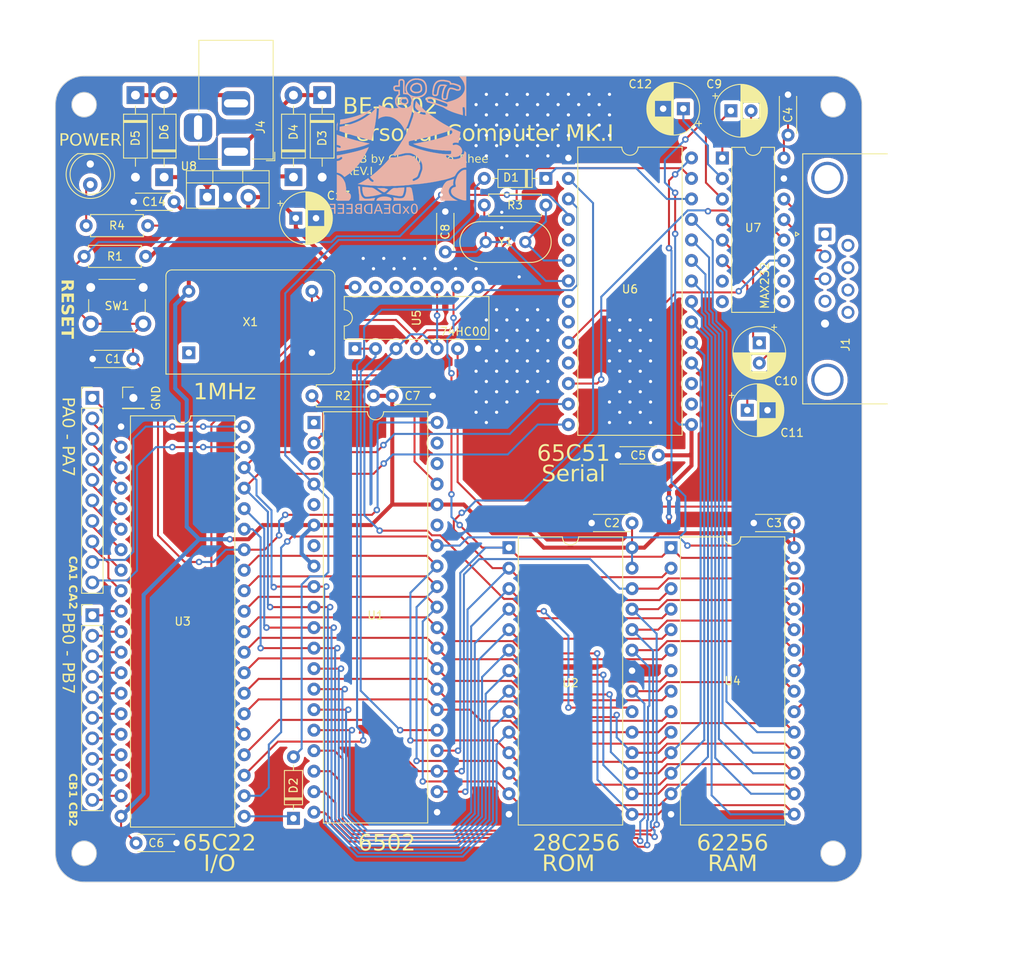
<source format=kicad_pcb>
(kicad_pcb (version 20221018) (generator pcbnew)
  (layers (0 "F.Cu" signal) (31 "B.Cu" signal) (34 "B.Paste" user) (35 "F.Paste" user) (36 "B.SilkS" user "B.Silkscreen") (37 "F.SilkS" user "F.Silkscreen") (38 "B.Mask" user) (39 "F.Mask" user) (44 "Edge.Cuts" user))
  (net 0 "")
  (net 1 "RST")
  (net 2 "GND")
  (net 3 "+5V")
  (net 4 "Net-(U6-XTAL2)")
  (net 5 "Net-(U7-C1-)")
  (net 6 "Net-(U7-C1+)")
  (net 7 "Net-(U7-C2-)")
  (net 8 "Net-(U7-C2+)")
  (net 9 "Net-(U7-VS-)")
  (net 10 "Net-(U7-VS+)")
  (net 11 "Net-(D1-K)")
  (net 12 "!IRQ")
  (net 13 "Net-(D2-K)")
  (net 14 "Net-(D3-K)")
  (net 15 "Net-(D4-K)")
  (net 16 "Net-(D5-K)")
  (net 18 "Net-(U7-T1OUT)")
  (net 19 "Net-(U7-R1IN)")
  (net 25 "Net-(J2-Pin_1)")
  (net 26 "Net-(J2-Pin_2)")
  (net 27 "Net-(J2-Pin_3)")
  (net 28 "Net-(J2-Pin_4)")
  (net 29 "Net-(J2-Pin_5)")
  (net 30 "Net-(J2-Pin_6)")
  (net 31 "Net-(J2-Pin_7)")
  (net 32 "Net-(J2-Pin_8)")
  (net 33 "Net-(J2-Pin_9)")
  (net 34 "Net-(J2-Pin_10)")
  (net 35 "Net-(J3-Pin_1)")
  (net 36 "Net-(J3-Pin_2)")
  (net 37 "Net-(J3-Pin_3)")
  (net 38 "Net-(J3-Pin_4)")
  (net 39 "Net-(J3-Pin_5)")
  (net 40 "Net-(J3-Pin_6)")
  (net 41 "Net-(J3-Pin_7)")
  (net 42 "Net-(J3-Pin_8)")
  (net 43 "Net-(J3-Pin_9)")
  (net 44 "Net-(J3-Pin_10)")
  (net 45 "Net-(U1-RDY)")
  (net 46 "Net-(U6-XTAL1)")
  (net 51 "/A0")
  (net 52 "/A1")
  (net 53 "/A2")
  (net 54 "/A3")
  (net 55 "/A4")
  (net 56 "/A5")
  (net 57 "/A6")
  (net 58 "/A7")
  (net 59 "/A8")
  (net 60 "/A9")
  (net 61 "/A10")
  (net 62 "/A11")
  (net 63 "/A12")
  (net 64 "/A13")
  (net 65 "/A14")
  (net 66 "/A15")
  (net 67 "/D7")
  (net 68 "/D6")
  (net 69 "/D5")
  (net 70 "/D4")
  (net 71 "/D3")
  (net 72 "/D2")
  (net 73 "/D1")
  (net 74 "/D0")
  (net 75 "RW")
  (net 77 "CLK_1MHZ")
  (net 80 "Net-(U2-~{CS})")
  (net 81 "Net-(U3-~{CS2})")
  (net 82 "Net-(U4-~{CS})")
  (net 86 "Net-(U6-TxD)")
  (net 88 "Net-(U6-RxD)")
  (net 96 "Net-(D7-A)")
  (footprint "Package_TO_SOT_THT:TO-220-3_Vertical" (layer "F.Cu") (at 155.956 40.665)
    (fp_text reference "U8")
    (fp_text value "LM7805_TO220")
  )
  (footprint "Diode_THT:D_DO-35_SOD27_P7.62mm_Horizontal" (layer "F.Cu") (at 197.866 38.354 180)
    (fp_text reference "D1")
    (fp_text value "D_Small")
  )
  (footprint "Diode_THT:D_DO-41_SOD81_P10.16mm_Horizontal" (layer "F.Cu") (at 166.624 38.196 90)
    (fp_text reference "D4")
    (fp_text value "1N4004")
  )
  (footprint "Resistor_THT:R_Axial_DIN0207_L6.3mm_D2.5mm_P7.62mm_Horizontal" (layer "F.Cu") (at 176.53 65.278 180)
    (fp_text reference "R2")
    (fp_text value "1K")
  )
  (footprint "Capacitor_THT:CP_Radial_D6.3mm_P2.50mm" (layer "F.Cu") (at 166.918 43.276)
    (fp_text reference "C13")
    (fp_text value "1uF")
  )
  (footprint "Capacitor_THT:CP_Radial_D6.3mm_P2.50mm" (layer "F.Cu") (at 222.798 67.056)
    (fp_text reference "C11")
    (fp_text value "1uF")
  )
  (footprint "Capacitor_THT:C_Disc_D4.3mm_W1.9mm_P5.00mm" (layer "F.Cu") (at 228.6 81.026 180)
    (fp_text reference "C3")
    (fp_text value "0.1uF")
  )
  (footprint "Capacitor_THT:C_Disc_D4.3mm_W1.9mm_P5.00mm" (layer "F.Cu") (at 146.772 60.706 180)
    (fp_text reference "C1")
    (fp_text value "0.1uF")
  )
  (footprint "Connector_PinHeader_2.54mm:PinHeader_1x10_P2.54mm_Vertical" (layer "F.Cu") (at 141.732 92.456)
    (fp_text reference "J3")
    (fp_text value "Screw_Terminal_01x10")
  )
  (footprint "Package_DIP:DIP-16_W7.62mm" (layer "F.Cu") (at 219.71 35.829)
    (fp_text reference "U7")
    (fp_text value "MAX232")
  )
  (footprint "Capacitor_THT:C_Disc_D4.3mm_W1.9mm_P5.00mm" (layer "F.Cu") (at 208.534 81.026 180)
    (fp_text reference "C2")
    (fp_text value "0.1uF")
  )
  (footprint "Diode_THT:D_DO-35_SOD27_P7.62mm_Horizontal" (layer "F.Cu") (at 166.624 117.602 90)
    (fp_text reference "D2")
    (fp_text value "D_Small")
  )
  (footprint "Capacitor_THT:C_Disc_D4.3mm_W1.9mm_P5.00mm" (layer "F.Cu") (at 227.838 32.98 90)
    (fp_text reference "C4")
    (fp_text value "0.1uF")
  )
  (footprint "Package_DIP:DIP-28_W15.24mm" (layer "F.Cu") (at 213.36 84.074)
    (fp_text reference "U4")
    (fp_text value "KM62256CLP")
  )
  (footprint "Resistor_THT:R_Axial_DIN0207_L6.3mm_D2.5mm_P7.62mm_Horizontal" (layer "F.Cu") (at 148.336 48.006 180)
    (fp_text reference "R1")
    (fp_text value "1K")
  )
  (footprint "Connector_PinHeader_2.54mm:PinHeader_1x10_P2.54mm_Vertical" (layer "F.Cu") (at 141.732 65.532)
    (fp_text reference "J2")
    (fp_text value "Screw_Terminal_01x10")
  )
  (footprint "Button_Switch_THT:SW_PUSH_6mm" (layer "F.Cu") (at 141.53 51.852)
    (fp_text reference "SW1")
    (fp_text value "RESET")
  )
  (footprint "Capacitor_THT:C_Disc_D4.3mm_W1.9mm_P5.00mm" (layer "F.Cu") (at 178.856 65.278)
    (fp_text reference "C7")
    (fp_text value "0.1uF")
  )
  (footprint "Package_DIP:DIP-40_W15.24mm" (layer "F.Cu") (at 145.288 69.088)
    (fp_text reference "U3")
    (fp_text value "W65C22NxP")
  )
  (footprint "Capacitor_THT:CP_Radial_D6.3mm_P2.50mm" (layer "F.Cu") (at 214.884 29.718 180)
    (fp_text reference "C12")
    (fp_text value "1uF")
  )
  (footprint "Connector_Dsub:DSUB-9_Female_Horizontal_P2.77x2.84mm_EdgePinOffset4.94mm_Housed_MountingHolesOffset7.48mm" (layer "F.Cu") (at 232.417669 45.25 90)
    (fp_text reference "J1")
    (fp_text value "DE9_Plug")
  )
  (footprint "Package_DIP:DIP-28_W15.24mm" (layer "F.Cu") (at 193.294 84.074)
    (fp_text reference "U2")
    (fp_text value "28C256")
  )
  (footprint "Connector_PinHeader_2.54mm:PinHeader_1x01_P2.54mm_Vertical" (layer "F.Cu") (at 146.812 65.532)
    (fp_text reference "GND")
    (fp_text value "Screw_Terminal_01x01")
  )
  (footprint "Resistor_THT:R_Axial_DIN0207_L6.3mm_D2.5mm_P7.62mm_Horizontal" (layer "F.Cu") (at 148.59 44.196 180)
    (fp_text reference "R4")
    (fp_text value "1K")
  )
  (footprint "Diode_THT:D_DO-41_SOD81_P10.16mm_Horizontal" (layer "F.Cu") (at 170.18 28.036 -90)
    (fp_text reference "D3")
    (fp_text value "1N4004")
  )
  (footprint "Capacitor_THT:CP_Radial_D6.3mm_P2.50mm" (layer "F.Cu") (at 220.766 29.972)
    (fp_text reference "C9")
    (fp_text value "1uF")
  )
  (footprint "Diode_THT:D_DO-41_SOD81_P10.16mm_Horizontal" (layer "F.Cu") (at 147.066 28.036 -90)
    (fp_text reference "D5")
    (fp_text value "1N4004")
  )
  (footprint "Package_DIP:DIP-14_W7.62mm" (layer "F.Cu") (at 174.244 59.436 90)
    (fp_text reference "U5")
    (fp_text value "74HC00")
  )
  (footprint "Capacitor_THT:C_Disc_D4.3mm_W1.9mm_P5.00mm" (layer "F.Cu") (at 185.42 47.458 90)
    (fp_text reference "C8")
    (fp_text value "20pF")
  )
  (footprint "Capacitor_THT:C_Disc_D4.3mm_W1.9mm_P5.00mm" (layer "F.Cu") (at 147.146 120.65)
    (fp_text reference "C6")
    (fp_text value "0.1uF")
  )
  (footprint "Capacitor_THT:C_Disc_D4.3mm_W1.9mm_P5.00mm" (layer "F.Cu") (at 146.852 41.244)
    (fp_text reference "C14")
    (fp_text value "0.1uF")
  )
  (footprint "Resistor_THT:R_Axial_DIN0207_L6.3mm_D2.5mm_P7.62mm_Horizontal" (layer "F.Cu") (at 190.246 41.656)
    (fp_text reference "R3")
    (fp_text value "1M")
  )
  (footprint "Connector_BarrelJack:BarrelJack_Horizontal" (layer "F.Cu") (at 159.512 35.052 -90)
    (fp_text reference "J4")
    (fp_text value "Barrel_Jack")
  )
  (footprint "Package_DIP:DIP-28_W15.24mm" (layer "F.Cu") (at 200.655 35.814)
    (fp_text reference "U6")
    (fp_text value "W65C51NxP")
  )
  (footprint "Capacitor_THT:CP_Radial_D6.3mm_P2.50mm" (layer "F.Cu") (at 224.282 58.714 -90)
    (fp_text reference "C10")
    (fp_text value "1uF")
  )
  (footprint "LED_THT:LED_D5.0mm" (layer "F.Cu") (at 141.478 36.571 -90)
    (fp_text reference "D7" hide)
    (fp_text value "LED")
  )
  (footprint "Capacitor_THT:C_Disc_D4.3mm_W1.9mm_P5.00mm" (layer "F.Cu") (at 211.796 72.644 180)
    (fp_text reference "C5")
    (fp_text value "0.1uF")
  )
  (footprint "Crystal:Crystal_HC18-U_Vertical" (layer "F.Cu") (at 190.426 46.228)
    (fp_text reference "Y1")
    (fp_text value "1.8432Mhz")
  )
  (footprint "Oscillator:Oscillator_DIP-14" (layer "F.Cu") (at 153.67 59.944)
    (fp_text reference "X1")
    (fp_text value "1Mhz")
  )
  (footprint "Package_DIP:DIP-40_W15.24mm" (layer "F.Cu") (at 169.164 68.58)
    (fp_text reference "U1")
    (fp_text value "W65C02SxP")
  )
  (footprint "Diode_THT:D_DO-41_SOD81_P10.16mm_Horizontal" (layer "F.Cu") (at 150.622 38.196 90)
    (fp_text reference "D6")
    (fp_text value "1N4004")
  )
  (gr_poly (pts (xy 171.997469 41.108761) (xy 173.48066 41.108761) (xy 173.500778 41.088767) (xy 173.520394 41.068217) (xy 173.539463 41.047126) (xy 173.557941 41.025508) (xy 173.575784 41.003376) (xy 173.592947 40.980746) (xy 173.609386 40.957629) (xy 173.625056 40.934041) (xy 173.639915 40.909996) (xy 173.653917 40.885507) (xy 173.667018 40.860589) (xy 173.679174 40.835255) (xy 173.69034 40.809519) (xy 173.700473 40.783396) (xy 173.709529 40.756899) (xy 173.717462 40.730043) (xy 173.72348 40.695122) (xy 173.728114 40.659431) (xy 173.731231 40.623177) (xy 173.732697 40.586567) (xy 173.732377 40.549806) (xy 173.730138 40.513103) (xy 173.725846 40.476664) (xy 173.719367 40.440695) (xy 173.710566 40.405404) (xy 173.699311 40.370996) (xy 173.692721 40.354188) (xy 173.685467 40.337679) (xy 173.677532 40.321494) (xy 173.668899 40.30566) (xy 173.659553 40.290201) (xy 173.649475 40.275145) (xy 173.63865 40.260516) (xy 173.62706 40.24634) (xy 173.614689 40.232644) (xy 173.60152 40.219453) (xy 173.587537 40.206794) (xy 173.572722 40.194691) (xy 173.562849 40.18695) (xy 173.552751 40.179734) (xy 173.531932 40.166769) (xy 173.510354 40.155576) (xy 173.488112 40.145939) (xy 173.465298 40.137639) (xy 173.442004 40.130459) (xy 173.418322 40.124182) (xy 173.394345 40.118588) (xy 173.297336 40.098703) (xy 173.27327 40.093265) (xy 173.249463 40.087205) (xy 173.226009 40.080305) (xy 173.202998 40.072347) (xy 173.195005 40.068762) (xy 173.187524 40.064791) (xy 173.18054 40.060453) (xy 173.174037 40.055764) (xy 173.168001 40.050742) (xy 173.162416 40.045406) (xy 173.157266 40.039772) (xy 173.152537 40.033859) (xy 173.148213 40.027685) (xy 173.144278 40.021266) (xy 173.140719 40.014622) (xy 173.137518 40.007769) (xy 173.134661 40.000725) (xy 173.132132 39.993508) (xy 173.128 39.978627) (xy 173.124998 39.963267) (xy 173.123003 39.947569) (xy 173.121894 39.931676) (xy 173.121547 39.91573) (xy 173.121841 39.899872) (xy 173.122653 39.884244) (xy 173.125339 39.854246) (xy 173.132442 39.784468) (xy 173.137063 39.714462) (xy 173.139027 39.644345) (xy 173.138162 39.574234) (xy 173.136615 39.539217) (xy 173.134295 39.504245) (xy 173.131182 39.469333) (xy 173.127252 39.434495) (xy 173.122486 39.399746) (xy 173.116861 39.365101) (xy 173.110356 39.330573) (xy 173.102948 39.296179) (xy 173.097226 39.269905) (xy 173.092109 39.243494) (xy 173.083182 39.19038) (xy 173.067009 39.083803) (xy 173.057731 39.030808) (xy 173.05235 39.004487) (xy 173.046305 38.978321) (xy 173.039469 38.952342) (xy 173.031716 38.926577) (xy 173.022918 38.901056) (xy 173.012948 38.875808) (xy 172.964272 38.768205) (xy 172.938669 38.71457) (xy 172.912049 38.661269) (xy 172.884278 38.608467) (xy 172.855224 38.556331) (xy 172.824757 38.505028) (xy 172.792745 38.454723) (xy 172.759055 38.405584) (xy 172.723555 38.357777) (xy 172.686114 38.311468) (xy 172.646601 38.266823) (xy 172.604882 38.22401) (xy 172.560828 38.183194) (xy 172.514304 38.144542) (xy 172.465181 38.10822) (xy 172.439324 38.087842) (xy 172.412871 38.068358) (xy 172.385854 38.049737) (xy 172.358303 38.031947) (xy 172.330251 38.014956) (xy 172.301727 37.998734) (xy 172.272764 37.983249) (xy 172.243393 37.968469) (xy 172.213644 37.954363) (xy 172.183549 37.940899) (xy 172.122447 37.915772) (xy 172.060336 37.892836) (xy 171.997465 37.871839)) (stroke (width 0.015687)) (fill solid) (layer "B.SilkS"))
  (gr_poly (pts (xy 181.794358 28.772341) (xy 181.794384 28.772232) (xy 181.794213 28.772207)) (stroke (width 0.015687)) (fill solid) (layer "B.SilkS"))
  (gr_poly (pts (xy 181.887609 26.517256) (xy 181.866699 26.518091) (xy 181.845789 26.519428) (xy 181.824893 26.521248) (xy 181.804025 26.523534) (xy 181.783199 26.526267) (xy 181.741728 26.533006) (xy 181.700593 26.541321) (xy 181.659906 26.551071) (xy 181.619777 26.562112) (xy 181.580321 26.574303) (xy 181.5258 26.595387) (xy 181.473323 26.620496) (xy 181.423074 26.649389) (xy 181.375236 26.681826) (xy 181.329994 26.717567) (xy 181.287532 26.756373) (xy 181.248033 26.798002) (xy 181.211681 26.842214) (xy 181.178661 26.88877) (xy 181.149155 26.937429) (xy 181.123348 26.987951) (xy 181.101425 27.040095) (xy 181.083567 27.093622) (xy 181.069961 27.148292) (xy 181.060789 27.203863) (xy 181.057923 27.231913) (xy 181.056235 27.260097) (xy 181.062797 27.297016) (xy 181.07175 27.333555) (xy 181.083033 27.369565) (xy 181.096585 27.404899) (xy 181.112341 27.43941) (xy 181.130242 27.472951) (xy 181.150223 27.505374) (xy 181.172224 27.536533) (xy 181.196182 27.566279) (xy 181.222034 27.594466) (xy 181.249719 27.620946) (xy 181.279175 27.645572) (xy 181.294547 27.657144) (xy 181.310339 27.668197) (xy 181.326542 27.678713) (xy 181.343149 27.688673) (xy 181.360152 27.69806) (xy 181.377544 27.706854) (xy 181.395316 27.715037) (xy 181.41346 27.722591) (xy 181.45377 27.737656) (xy 181.494493 27.752367) (xy 181.535647 27.766129) (xy 181.556393 27.772469) (xy 181.577254 27.778349) (xy 181.598233 27.783694) (xy 181.619333 27.788431) (xy 181.640556 27.792485) (xy 181.661905 27.795782) (xy 181.683382 27.798247) (xy 181.70499 27.799806) (xy 181.726731 27.800385) (xy 181.748607 27.79991) (xy 181.795217 27.798165) (xy 181.842022 27.797653) (xy 181.888901 27.797504) (xy 181.935736 27.796848) (xy 181.982406 27.794816) (xy 182.005641 27.793013) (xy 182.028791 27.790539) (xy 182.051839 27.787286) (xy 182.074771 27.783146) (xy 182.097572 27.77801) (xy 182.120227 27.77177) (xy 182.148336 27.763676) (xy 182.176442 27.754813) (xy 182.204429 27.745134) (xy 182.232182 27.734593) (xy 182.259585 27.723142) (xy 182.286523 27.710738) (xy 182.312879 27.697332) (xy 182.338538 27.682879) (xy 182.363385 27.667333) (xy 182.387303 27.650648) (xy 182.410177 27.632777) (xy 182.431892 27.613674) (xy 182.452331 27.593293) (xy 182.462036 27.582608) (xy 182.471379 27.571587) (xy 182.480345 27.560224) (xy 182.48892 27.548511) (xy 182.497089 27.536445) (xy 182.504838 27.524019) (xy 182.515781 27.50339) (xy 182.524872 27.48234) (xy 182.532271 27.460912) (xy 182.538138 27.439148) (xy 182.542633 27.417093) (xy 182.545917 27.394789) (xy 182.548148 27.37228) (xy 182.549488 27.349609) (xy 182.550096 27.326819) (xy 182.550132 27.303953) (xy 182.54913 27.258167) (xy 182.5491 27.257169) (xy 182.370118 27.257169) (xy 182.369051 27.319887) (xy 182.368824 27.331239) (xy 182.367975 27.342381) (xy 182.366524 27.353313) (xy 182.364492 27.364032) (xy 182.361898 27.374536) (xy 182.358762 27.384823) (xy 182.355105 27.394892) (xy 182.350945 27.40474) (xy 182.346303 27.414365) (xy 182.341199 27.423767) (xy 182.335652 27.432942) (xy 182.329684 27.441888) (xy 182.323312 27.450605) (xy 182.316558 27.45909) (xy 182.301982 27.475355) (xy 182.286115 27.49067) (xy 182.269115 27.505018) (xy 182.251143 27.518384) (xy 182.232356 27.530753) (xy 182.212916 27.54211) (xy 182.19298 27.552439) (xy 182.172708 27.561725) (xy 182.15226 27.569953) (xy 182.115204 27.583484) (xy 182.077533 27.595199) (xy 182.039331 27.605109) (xy 182.000683 27.613227) (xy 181.961676 27.619562) (xy 181.922393 27.624127) (xy 181.882921 27.626933) (xy 181.843345 27.627991) (xy 181.80375 27.627312) (xy 181.764222 27.624908) (xy 181.724846 27.62079) (xy 181.685707 27.614969) (xy 181.646891 27.607458) (xy 181.608483 27.598266) (xy 181.570568 27.587406) (xy 181.533232 27.574888) (xy 181.508841 27.565292) (xy 181.484968 27.554348) (xy 181.461709 27.542103) (xy 181.439157 27.528606) (xy 181.417407 27.513905) (xy 181.396554 27.498048) (xy 181.376692 27.481085) (xy 181.357915 27.463062) (xy 181.340319 27.444029) (xy 181.323998 27.424034) (xy 181.309045 27.403125) (xy 181.295557 27.381351) (xy 181.283626 27.35876) (xy 181.273349 27.3354) (xy 181.264818 27.31132) (xy 181.261238 27.299025) (xy 181.25813 27.286567) (xy 181.256199 27.273861) (xy 181.254811 27.261193) (xy 181.253951 27.248566) (xy 181.253605 27.235986) (xy 181.253759 27.223457) (xy 181.254398 27.210983) (xy 181.255509 27.198568) (xy 181.257077 27.186217) (xy 181.261528 27.161725) (xy 181.267636 27.13754) (xy 181.275289 27.113697) (xy 181.284372 27.090233) (xy 181.294771 27.06718) (xy 181.306374 27.044576) (xy 181.319065 27.022453) (xy 181.332732 27.000848) (xy 181.34726 26.979795) (xy 181.362536 26.959329) (xy 181.378446 26.939485) (xy 181.394876 26.920299) (xy 181.411524 26.900896) (xy 181.429074 26.882303) (xy 181.447485 26.864541) (xy 181.466712 26.847634) (xy 181.486714 26.831606) (xy 181.507448 26.816481) (xy 181.528869 26.802281) (xy 181.550936 26.78903) (xy 181.573605 26.776752) (xy 181.596834 26.76547) (xy 181.620579 26.755208) (xy 181.644798 26.745988) (xy 181.669447 26.737835) (xy 181.694484 26.730772) (xy 181.719866 26.724823) (xy 181.745549 26.72001) (xy 181.75704 26.718284) (xy 181.768587 26.716261) (xy 181.79182 26.711557) (xy 181.838681 26.701174) (xy 181.862212 26.696439) (xy 181.873981 26.694392) (xy 181.885745 26.692637) (xy 181.897498 26.691234) (xy 181.909233 26.690241) (xy 181.920944 26.689718) (xy 181.932626 26.689723) (xy 181.932511 26.689702) (xy 181.940296 26.690039) (xy 181.948066 26.69065) (xy 181.955818 26.691555) (xy 181.963547 26.69277) (xy 181.967402 26.6935) (xy 181.971249 26.694314) (xy 181.975089 26.695215) (xy 181.978921 26.696205) (xy 181.982744 26.697286) (xy 181.986558 26.69846) (xy 181.990361 26.69973) (xy 181.994155 26.701098) (xy 182.011057 26.708573) (xy 182.02837 26.715476) (xy 182.06383 26.728142) (xy 182.099733 26.740253) (xy 182.135278 26.752966) (xy 182.152666 26.759909) (xy 182.169664 26.767437) (xy 182.186173 26.775693) (xy 182.202092 26.784823) (xy 182.21732 26.79497) (xy 182.224644 26.800471) (xy 182.231759 26.80628) (xy 182.23865 26.812416) (xy 182.245307 26.818897) (xy 182.251715 26.82574) (xy 182.257864 26.832965) (xy 182.277379 26.858936) (xy 182.294565 26.886) (xy 182.309563 26.914051) (xy 182.322512 26.942981) (xy 182.333552 26.972683) (xy 182.342824 27.003052) (xy 182.350467 27.033979) (xy 182.356621 27.06536) (xy 182.361426 27.097086) (xy 182.365023 27.129051) (xy 182.36755 27.161149) (xy 182.369149 27.193272) (xy 182.370118 27.257169) (xy 182.5491 27.257169) (xy 182.54776 27.212598) (xy 182.547304 27.16759) (xy 182.54607 27.133437) (xy 182.543966 27.098965) (xy 182.540872 27.064316) (xy 182.536669 27.029629) (xy 182.531238 26.995043) (xy 182.524459 26.960699) (xy 182.516213 26.926736) (xy 182.506381 26.893295) (xy 182.494843 26.860515) (xy 182.48148 26.828535) (xy 182.466173 26.797496) (xy 182.448801 26.767538) (xy 182.429246 26.738799) (xy 182.418613 26.724932) (xy 182.407389 26.711421) (xy 182.39556 26.698286) (xy 182.38311 26.685543) (xy 182.370024 26.67321) (xy 182.356289 26.661305) (xy 182.340752 26.647889) (xy 182.3244 26.635898) (xy 182.307321 26.62518) (xy 182.289602 26.615579) (xy 182.271329 26.606944) (xy 182.252592 26.599122) (xy 182.233475 26.591959) (xy 182.214067 26.585302) (xy 182.135269 26.560672) (xy 182.115714 26.554249) (xy 182.09639 26.547413) (xy 182.077387 26.540012) (xy 182.05879 26.531892) (xy 182.040275 26.528243) (xy 182.021658 26.525129) (xy 182.002952 26.522536) (xy 181.984169 26.520451) (xy 181.965324 26.518863) (xy 181.946428 26.517758) (xy 181.927495 26.517123) (xy 181.908539 26.516945) (xy 181.908504 26.516939)) (stroke (width 0.015687)) (fill solid) (layer "B.SilkS"))
  (gr_poly (pts (xy 171.997475 34.197946) (xy 172.105182 34.220138) (xy 172.158897 34.232527) (xy 172.212083 34.246582) (xy 172.238376 34.254423) (xy 172.264414 34.262907) (xy 172.290156 34.272108) (xy 172.315562 34.282103) (xy 172.34059 34.292967) (xy 172.3652 34.304775) (xy 172.389351 34.317603) (xy 172.413002 34.331525) (xy 172.41961 34.335569) (xy 172.425783 34.33991) (xy 172.431536 34.344535) (xy 172.436879 34.349428) (xy 172.441825 34.354576) (xy 172.446387 34.359964) (xy 172.450578 34.365578) (xy 172.454409 34.371404) (xy 172.457894 34.377428) (xy 172.461044 34.383635) (xy 172.463872 34.390012) (xy 172.466391 34.396543) (xy 172.470549 34.410014) (xy 172.47362 34.423933) (xy 172.475701 34.438188) (xy 172.476894 34.452663) (xy 172.477297 34.467246) (xy 172.477009 34.481822) (xy 172.476132 34.496278) (xy 172.474763 34.510499) (xy 172.473004 34.524372) (xy 172.470952 34.537782) (xy 172.46497 34.543053) (xy 172.458769 34.547894) (xy 172.452363 34.552314) (xy 172.445764 34.556326) (xy 172.438985 34.55994) (xy 172.432039 34.563165) (xy 172.424938 34.566014) (xy 172.417695 34.568497) (xy 172.410323 34.570625) (xy 172.402834 34.572408) (xy 172.387558 34.574983) (xy 172.371968 34.57631) (xy 172.356166 34.576473) (xy 172.340253 34.575558) (xy 172.324331 34.573653) (xy 172.308501 34.570842) (xy 172.292865 34.567213) (xy 172.277524 34.56285) (xy 172.262581 34.55784) (xy 172.248135 34.552268) (xy 172.23429 34.546222) (xy 172.220249 34.539601) (xy 172.206053 34.533378) (xy 172.191714 34.527528) (xy 172.177244 34.522025) (xy 172.147955 34.511953) (xy 172.118275 34.502955) (xy 172.088296 34.494821) (xy 172.058107 34.487344) (xy 171.997465 34.473522) (xy 171.997465 35.02056) (xy 172.399278 34.958246) (xy 172.800512 34.891509) (xy 173.200858 34.819613) (xy 173.600004 34.741823) (xy 173.997643 34.657404) (xy 174.393462 34.565623) (xy 174.787154 34.465744) (xy 175.178407 34.357032) (xy 175.271377 34.331729) (xy 175.363206 34.303253) (xy 175.454105 34.272209) (xy 175.544283 34.239199) (xy 175.901993 34.099578) (xy 175.920213 34.091808) (xy 175.938139 34.083514) (xy 175.955795 34.074749) (xy 175.973203 34.065565) (xy 175.990385 34.056012) (xy 176.007364 34.046144) (xy 176.024161 34.036012) (xy 176.0408 34.025667) (xy 176.008782 34.016644) (xy 175.97652 34.008599) (xy 175.944056 34.001374) (xy 175.911431 33.994812) (xy 175.878686 33.988754) (xy 175.845863 33.983041) (xy 175.780144 33.972018) (xy 175.535465 33.922007) (xy 175.291498 33.868935) (xy 175.04822 33.812998) (xy 174.80561 33.754394) (xy 174.322304 33.629969) (xy 173.841403 33.497231) (xy 173.375293 33.36952) (xy 173.143204 33.302554) (xy 172.911928 33.233123) (xy 172.681591 33.160932) (xy 172.452317 33.085687) (xy 172.224234 33.007096) (xy 171.997465 32.924864)) (stroke (width 0.015687)) (fill solid) (layer "B.SilkS"))
  (gr_poly (pts (xy 186.375989 38.448028) (xy 186.282625 38.480408) (xy 186.094757 38.541971) (xy 185.716941 38.659557) (xy 185.70488 38.663306) (xy 185.692961 38.667404) (xy 185.681188 38.671844) (xy 185.669567 38.676618) (xy 185.658104 38.681718) (xy 185.646805 38.687137) (xy 185.635675 38.692866) (xy 185.62472 38.698899) (xy 185.613944 38.705228) (xy 185.603355 38.711844) (xy 185.592957 38.71874) (xy 185.582755 38.725909) (xy 185.572757 38.733343) (xy 185.562966 38.741034) (xy 185.553389 38.748974) (xy 185.544031 38.757157) (xy 185.498858 38.796815) (xy 185.455915 38.838297) (xy 185.415089 38.881474) (xy 185.376268 38.926219) (xy 185.339339 38.972403) (xy 185.30419 39.019897) (xy 185.270709 39.068574) (xy 185.238783 39.118305) (xy 185.2083 39.168962) (xy 185.179148 39.220417) (xy 185.151214 39.27254) (xy 185.124385 39.325205) (xy 185.073596 39.431643) (xy 185.025882 39.538706) (xy 185.004655 39.58755) (xy 184.98476 39.636828) (xy 184.96612 39.686506) (xy 184.948661 39.736554) (xy 184.91698 39.83763) (xy 184.88911 39.939804) (xy 184.864445 40.04282) (xy 184.842379 40.146425) (xy 184.822307 40.250366) (xy 184.803622 40.354388) (xy 184.796613 40.40166) (xy 184.791262 40.449049) (xy 184.787518 40.496525) (xy 184.785329 40.54406) (xy 184.784643 40.591627) (xy 184.78541 40.639195) (xy 184.787577 40.686738) (xy 184.791094 40.734226) (xy 184.795908 40.781631) (xy 184.801968 40.828925) (xy 184.809223 40.87608) (xy 184.817621 40.923066) (xy 184.82711 40.969856) (xy 184.83764 41.016421) (xy 184.861613 41.108762) (xy 186.948457 41.108762) (xy 186.818667 41.048982) (xy 186.68975 40.985537) (xy 186.626118 40.952084) (xy 186.563302 40.917287) (xy 186.501503 40.881003) (xy 186.440919 40.84309) (xy 186.381749 40.803404) (xy 186.324194 40.761803) (xy 186.268453 40.718144) (xy 186.214724 40.672285) (xy 186.163208 40.624082) (xy 186.114104 40.573394) (xy 186.067611 40.520076) (xy 186.023928 40.463988) (xy 185.992967 40.415557) (xy 185.964244 40.36518) (xy 185.938003 40.3131) (xy 185.914486 40.259556) (xy 185.893936 40.20479) (xy 185.876598 40.149043) (xy 185.862713 40.092557) (xy 185.852526 40.035571) (xy 185.846278 39.978328) (xy 185.844213 39.921069) (xy 185.846575 39.864034) (xy 185.853607 39.807465) (xy 185.858949 39.779431) (xy 185.865551 39.751603) (xy 185.873441 39.724013) (xy 185.88265 39.696689) (xy 185.893209 39.669663) (xy 185.905149 39.642964) (xy 185.918498 39.616623) (xy 185.933289 39.59067) (xy 185.95116 39.554881) (xy 185.971181 39.52058) (xy 185.993225 39.487737) (xy 186.017165 39.456324) (xy 186.042872 39.42631) (xy 186.070219 39.397668) (xy 186.099078 39.370367) (xy 186.129323 39.34438) (xy 186.160824 39.319677) (xy 186.193455 39.29623) (xy 186.227087 39.274008) (xy 186.261594 39.252983) (xy 186.296847 39.233127) (xy 186.33272 39.214409) (xy 186.369083 39.196802) (xy 186.40581 39.180275) (xy 186.396535 39.091645) (xy 186.392675 39.047218) (xy 186.389927 39.002758) (xy 186.388736 38.958299) (xy 186.388863 38.936079) (xy 186.389547 38.913872) (xy 186.390843 38.89168) (xy 186.392807 38.869509) (xy 186.395494 38.847361) (xy 186.39896 38.825242) (xy 186.402186 38.799364) (xy 186.406097 38.77359) (xy 186.415514 38.72229) (xy 186.437558 38.620201) (xy 186.448368 38.569138) (xy 186.457825 38.517881) (xy 186.461763 38.492137) (xy 186.465023 38.466293) (xy 186.46749 38.440333) (xy 186.469051 38.414238) (xy 186.468857 38.414237)) (stroke (width 0.015687)) (fill solid) (layer "B.SilkS"))
  (gr_poly (pts (xy 175.937526 34.485533) (xy 175.937527 34.485533) (xy 175.937527 34.485531)) (stroke (width 0.015687)) (fill solid) (layer "B.SilkS"))
  (gr_poly (pts (xy 181.774786 28.854411) (xy 181.756649 28.936895) (xy 181.739947 29.019657) (xy 181.724654 29.10267) (xy 181.710741 29.185906) (xy 181.698183 29.269338) (xy 181.686952 29.35294) (xy 181.677021 29.436682) (xy 181.676327 29.443324) (xy 181.675833 29.449985) (xy 181.675549 29.456657) (xy 181.675482 29.463332) (xy 181.67564 29.47) (xy 181.676032 29.476654) (xy 181.676665 29.483283) (xy 181.677549 29.48988) (xy 181.678691 29.496436) (xy 181.680099 29.502941) (xy 181.681782 29.509388) (xy 181.683747 29.515767) (xy 181.686004 29.522069) (xy 181.68856 29.528287) (xy 181.691423 29.53441) (xy 181.694601 29.540431) (xy 181.720747 29.588202) (xy 181.748197 29.635597) (xy 181.762547 29.658987) (xy 181.777385 29.682084) (xy 181.792766 29.704821) (xy 181.808745 29.72713) (xy 181.825374 29.748946) (xy 181.842709 29.770202) (xy 181.860804 29.790832) (xy 181.879712 29.810768) (xy 181.899488 29.829944) (xy 181.920186 29.848294) (xy 181.941861 29.86575) (xy 181.964566 29.882247) (xy 182.017639 29.917274) (xy 182.072135 29.950341) (xy 182.127961 29.981413) (xy 182.18502 30.010453) (xy 182.243217 30.037427) (xy 182.302457 30.062298) (xy 182.362643 30.085031) (xy 182.423682 30.105589) (xy 182.485476 30.123938) (xy 182.547931 30.140041) (xy 182.610952 30.153863) (xy 182.674443 30.165367) (xy 182.738308 30.174519) (xy 182.802452 30.181282) (xy 182.86678 30.185621) (xy 182.931196 30.1875) (xy 182.93973 30.187792) (xy 182.948133 30.188707) (xy 182.956383 30.190219) (xy 182.96446 30.1923) (xy 182.972344 30.194924) (xy 182.980015 30.198063) (xy 182.987451 30.201691) (xy 182.994634 30.20578) (xy 183.001542 30.210304) (xy 183.008155 30.215237) (xy 183.014453 30.22055) (xy 183.020415 30.226217) (xy 183.026021 30.232211) (xy 183.03125 30.238505) (xy 183.036083 30.245073) (xy 183.040499 30.251886) (xy 183.044478 30.258919) (xy 183.047998 30.266144) (xy 183.051041 30.273535) (xy 183.053585 30.281064) (xy 183.05561 30.288705) (xy 183.057096 30.29643) (xy 183.058022 30.304214) (xy 183.058368 30.312027) (xy 183.058114 30.319845) (xy 183.057239 30.327639) (xy 183.055723 30.335384) (xy 183.053546 30.343051) (xy 183.050687 30.350615) (xy 183.047126 30.358047) (xy 183.042843 30.365322) (xy 183.037816 30.372412) (xy 183.033111 30.38006) (xy 183.028069 30.387329) (xy 183.022707 30.394224) (xy 183.017037 30.40075) (xy 183.011074 30.406915) (xy 183.004832 30.412723) (xy 182.998325 30.418182) (xy 182.991567 30.423295) (xy 182.984573 30.42807) (xy 182.977357 30.432513) (xy 182.962313 30.440423) (xy 182.946548 30.447074) (xy 182.930177 30.452512) (xy 182.913311 30.456784) (xy 182.896065 30.459938) (xy 182.87855 30.462021) (xy 182.86088 30.463079) (xy 182.843168 30.463161) (xy 182.825527 30.462312) (xy 182.808071 30.460581) (xy 182.790911 30.458014) (xy 182.708281 30.444833) (xy 182.625607 30.429525) (xy 182.543119 30.411959) (xy 182.461048 30.392004) (xy 182.379623 30.369529) (xy 182.299076 30.344403) (xy 182.219635 30.316495) (xy 182.14153 30.285674) (xy 182.064993 30.251809) (xy 181.990253 30.21477) (xy 181.91754 30.174424) (xy 181.847084 30.130641) (xy 181.779115 30.08329) (xy 181.713863 30.03224) (xy 181.651559 29.977361) (xy 181.592432 29.91852) (xy 181.587345 29.973222) (xy 181.58129 30.027863) (xy 181.573953 30.082338) (xy 181.565021 30.136543) (xy 181.554178 30.190373) (xy 181.547942 30.217115) (xy 181.541111 30.243725) (xy 181.533645 30.270188) (xy 181.525504 30.296492) (xy 181.516651 30.322625) (xy 181.507045 30.348572) (xy 181.496933 30.37632) (xy 181.487884 30.404323) (xy 181.479749 30.432545) (xy 181.472377 30.460948) (xy 181.459319 30.518153) (xy 181.44751 30.575644) (xy 181.435746 30.633128) (xy 181.422827 30.690311) (xy 181.415558 30.718698) (xy 181.40755 30.7469) (xy 181.398651 30.77488) (xy 181.388712 30.802601) (xy 181.352359 30.899368) (xy 181.317679 30.996672) (xy 181.250752 31.192043) (xy 181.182751 31.38701) (xy 181.146729 31.48381) (xy 181.108496 31.57987) (xy 181.092469 31.636708) (xy 181.074929 31.693017) (xy 181.056025 31.748849) (xy 181.035907 31.804257) (xy 180.992625 31.914006) (xy 180.94628 32.022677) (xy 180.849176 32.238446) (xy 180.800809 32.346372) (xy 180.754158 32.454879) (xy 180.690335 32.593678) (xy 180.622208 32.730422) (xy 180.550877 32.865637) (xy 180.477441 32.999845) (xy 180.32865 33.267336) (xy 180.255494 33.401668) (xy 180.184628 33.537088) (xy 180.131024 33.617046) (xy 180.078775 33.697815) (xy 179.976928 33.860949) (xy 179.876251 34.024802) (xy 179.825466 34.106473) (xy 179.77391 34.187692) (xy 179.597042 34.450162) (xy 179.416977 34.710617) (xy 179.325347 34.839799) (xy 179.23244 34.968132) (xy 179.138096 35.095498) (xy 179.042156 35.221784) (xy 178.993656 35.279698) (xy 178.9698 35.308956) (xy 178.946464 35.338574) (xy 178.923841 35.368672) (xy 178.902125 35.399371) (xy 178.891667 35.414983) (xy 178.881508 35.43079) (xy 178.871673 35.446807) (xy 178.862185 35.46305) (xy 178.943509 35.464625) (xy 179.024847 35.4656) (xy 179.106155 35.466875) (xy 179.187389 35.46935) (xy 179.212052 35.469971) (xy 179.23663 35.469708) (xy 179.261132 35.468657) (xy 179.285568 35.466913) (xy 179.334278 35.46173) (xy 179.382831 35.454924) (xy 179.479764 35.439505) (xy 179.528289 35.432423) (xy 179.576952 35.42678) (xy 179.613278 35.422672) (xy 179.649323 35.417357) (xy 179.685118 35.410978) (xy 179.720699 35.403676) (xy 179.791348 35.386867) (xy 179.861535 35.368063) (xy 180.00159 35.328994) (xy 180.071991 35.310992) (xy 180.107402 35.302869) (xy 180.142996 35.29552) (xy 180.20322 35.282847) (xy 180.263189 35.268504) (xy 180.383034 35.23923) (xy 180.443244 35.226513) (xy 180.473495 35.221118) (xy 180.50387 35.21655) (xy 180.534391 35.212947) (xy 180.565078 35.210448) (xy 180.595953 35.20919) (xy 180.627036 35.209313) (xy 180.683531 35.210248) (xy 180.740101 35.209946) (xy 180.853284 35.208419) (xy 180.909808 35.208583) (xy 180.966225 35.210292) (xy 180.994381 35.211944) (xy 181.022493 35.214244) (xy 181.050556 35.217277) (xy 181.078564 35.221132) (xy 181.144641 35.237118) (xy 181.209881 35.255751) (xy 181.27421 35.276962) (xy 181.337553 35.30068) (xy 181.399835 35.326836) (xy 181.460983 35.355361) (xy 181.520921 35.386185) (xy 181.579575 35.419237) (xy 181.636871 35.45445) (xy 181.692733 35.491752) (xy 181.747088 35.531075) (xy 181.799861 35.572349) (xy 181.850978 35.615504) (xy 181.900363 35.66047) (xy 181.947943 35.707178) (xy 181.993642 35.755559) (xy 182.036228 35.797404) (xy 182.07843 35.839626) (xy 182.120177 35.882273) (xy 182.161394 35.925392) (xy 182.202008 35.969029) (xy 182.241946 36.013232) (xy 182.281133 36.058048) (xy 182.319498 36.103524) (xy 182.344056 36.135033) (xy 182.367148 36.167388) (xy 182.388836 36.20053) (xy 182.40918 36.2344) (xy 182.42824 36.26894) (xy 182.446075 36.304092) (xy 182.462748 36.339797) (xy 182.478317 36.375996) (xy 182.492844 36.412631) (xy 182.506388 36.449644) (xy 182.51901 36.486975) (xy 182.53077 36.524566) (xy 182.551946 36.600296) (xy 182.570399 36.676364) (xy 182.584338 36.846365) (xy 182.590275 36.931875) (xy 182.592256 36.974634) (xy 182.593301 37.017349) (xy 182.593203 37.059985) (xy 182.591753 37.102506) (xy 182.588742 37.144878) (xy 182.583964 37.187065) (xy 182.577208 37.229032) (xy 182.568269 37.270745) (xy 182.556936 37.312167) (xy 182.543002 37.353264) (xy 182.411144 37.713264) (xy 182.347242 37.893957) (xy 182.316547 37.984703) (xy 182.286975 38.075803) (xy 182.279084 38.097338) (xy 182.27041 38.118427) (xy 182.250809 38.159282) (xy 182.228361 38.198388) (xy 182.203258 38.235765) (xy 182.175689 38.271435) (xy 182.145845 38.305419) (xy 182.113916 38.337736) (xy 182.080094 38.368408) (xy 182.044568 38.397456) (xy 182.007529 38.4249) (xy 181.969167 38.45076) (xy 181.929673 38.475059) (xy 181.889237 38.497816) (xy 181.848049 38.519052) (xy 181.806301 38.538788) (xy 181.764182 38.557044) (xy 181.745556 38.565274) (xy 181.726996 38.57441) (xy 181.689925 38.594397) (xy 181.652666 38.614999) (xy 181.633871 38.624902) (xy 181.614915 38.634207) (xy 181.59576 38.642661) (xy 181.576368 38.650015) (xy 181.556701 38.656016) (xy 181.546753 38.658432) (xy 181.536722 38.660415) (xy 181.526603 38.661935) (xy 181.516392 38.66296) (xy 181.506083 38.663459) (xy 181.495673 38.663401) (xy 181.485155 38.662754) (xy 181.474527 38.661486) (xy 181.463782 38.659567) (xy 181.452916 38.656965) (xy 181.44346 38.654376) (xy 181.434548 38.651078) (xy 181.426181 38.647112) (xy 181.418359 38.642519) (xy 181.411083 38.637342) (xy 181.404353 38.631622) (xy 181.398171 38.625401) (xy 181.392535 38.618721) (xy 181.387447 38.611625) (xy 181.382908 38.604153) (xy 181.378917 38.596348) (xy 181.375476 38.588252) (xy 181.372584 38.579907) (xy 181.370243 38.571353) (xy 181.368453 38.562634) (xy 181.367214 38.553791) (xy 181.366527 38.544867) (xy 181.366392 38.535902) (xy 181.36681 38.526938) (xy 181.367781 38.518019) (xy 181.369306 38.509185) (xy 181.371386 38.500478) (xy 181.37402 38.491941) (xy 181.37721 38.483615) (xy 181.380955 38.475542) (xy 181.385257 38.467764) (xy 181.390115 38.460323) (xy 181.395531 38.45326) (xy 181.401505 38.446618) (xy 181.408037 38.440438) (xy 181.415128 38.434763) (xy 181.422779 38.429633) (xy 181.445977 38.414342) (xy 181.469658 38.399869) (xy 181.49376 38.386109) (xy 181.518221 38.372958) (xy 181.567973 38.348064) (xy 181.618422 38.324351) (xy 181.669073 38.300983) (xy 181.719434 38.277125) (xy 181.769011 38.251941) (xy 181.793351 38.23859) (xy 181.81731 38.224594) (xy 181.836983 38.212086) (xy 181.855994 38.198733) (xy 181.874318 38.18457) (xy 181.891932 38.169633) (xy 181.90881 38.153954) (xy 181.924929 38.137569) (xy 181.940262 38.120511) (xy 181.954787 38.102816) (xy 181.968477 38.084517) (xy 181.98131 38.065649) (xy 181.99326 38.046247) (xy 182.004302 38.026344) (xy 182.014413 38.005976) (xy 182.023567 37.985175) (xy 182.03174 37.963978) (xy 182.038907 37.942418) (xy 182.06571 37.860027) (xy 182.093335 37.777907) (xy 182.150702 37.614358) (xy 182.210299 37.45153) (xy 182.271418 37.28918) (xy 182.280999 37.262331) (xy 182.289055 37.23523) (xy 182.295691 37.207904) (xy 182.301018 37.180377) (xy 182.305142 37.152677) (xy 182.308173 37.124829) (xy 182.310218 37.096859) (xy 182.311386 37.068793) (xy 182.311785 37.040656) (xy 182.311522 37.012476) (xy 182.309447 36.956085) (xy 182.302125 36.84391) (xy 182.299331 36.804978) (xy 182.295258 36.766092) (xy 182.289883 36.727317) (xy 182.283183 36.688716) (xy 182.275137 36.650353) (xy 182.265721 36.612294) (xy 182.254913 36.574602) (xy 182.24269 36.53734) (xy 182.22903 36.500575) (xy 182.21391 36.464368) (xy 182.197308 36.428785) (xy 182.1792 36.39389) (xy 182.159565 36.359747) (xy 182.13838 36.32642) (xy 182.115622 36.293973) (xy 182.091269 36.26247) (xy 182.046886 36.210827) (xy 182.002933 36.158746) (xy 181.958817 36.106788) (xy 181.913949 36.05551) (xy 181.891049 36.0303) (xy 181.867739 36.005471) (xy 181.843945 35.981091) (xy 181.819594 35.95723) (xy 181.794612 35.933958) (xy 181.768925 35.911345) (xy 181.742459 35.889461) (xy 181.71514 35.868375) (xy 181.667142 35.820209) (xy 181.616454 35.774626) (xy 181.563255 35.731728) (xy 181.507722 35.691615) (xy 181.450033 35.654388) (xy 181.390366 35.620149) (xy 181.328898 35.588999) (xy 181.265808 35.561038) (xy 181.201272 35.536368) (xy 181.13547 35.51509) (xy 181.068578 35.497304) (xy 181.000775 35.483112) (xy 180.932238 35.472616) (xy 180.863145 35.465915) (xy 180.793673 35.463111) (xy 180.724001 35.464305) (xy 180.655163 35.470049) (xy 180.586727 35.477869) (xy 180.518657 35.487569) (xy 180.450917 35.498953) (xy 180.316277 35.525985) (xy 180.182516 35.557393) (xy 179.650394 35.695327) (xy 179.44745 35.72231) (xy 179.345779 35.734652) (xy 179.243952 35.745282) (xy 179.141952 35.753492) (xy 179.039762 35.758572) (xy 178.937366 35.759813) (xy 178.886085 35.758773) (xy 178.834747 35.756507) (xy 178.818417 35.757402) (xy 178.801569 35.757528) (xy 178.766779 35.75638) (xy 178.731302 35.754872) (xy 178.713595 35.754548) (xy 178.696063 35.754812) (xy 178.678822 35.755891) (xy 178.661987 35.75801) (xy 178.653758 35.75953) (xy 178.645675 35.761395) (xy 178.63775 35.763633) (xy 178.63 35.766272) (xy 178.622438 35.769341) (xy 178.615079 35.772868) (xy 178.607937 35.776881) (xy 178.601027 35.781409) (xy 178.594363 35.786479) (xy 178.587959 35.79212) (xy 178.581831 35.79836) (xy 178.575992 35.805228) (xy 178.353406 36.067959) (xy 178.124604 36.325743) (xy 177.889633 36.578359) (xy 177.648536 36.825584) (xy 177.40136 37.067197) (xy 177.14815 37.302978) (xy 176.888951 37.532704) (xy 176.623807 37.756153) (xy 176.560634 37.807632) (xy 176.496378 37.857811) (xy 176.366111 37.956049) (xy 176.235994 38.054426) (xy 176.171925 38.104778) (xy 176.109015 38.156499) (xy 176.147357 38.206427) (xy 176.185207 38.257195) (xy 176.223526 38.307767) (xy 176.243162 38.332658) (xy 176.263276 38.357112) (xy 176.283989 38.381) (xy 176.305421 38.404194) (xy 176.327692 38.426563) (xy 176.350922 38.447979) (xy 176.375232 38.468313) (xy 176.400743 38.487435) (xy 176.427573 38.505216) (xy 176.441521 38.513563) (xy 176.455844 38.521527) (xy 176.465019 38.526051) (xy 176.47377 38.531265) (xy 176.482083 38.537121) (xy 176.489943 38.543573) (xy 176.497337 38.550574) (xy 176.50425 38.558078) (xy 176.510669 38.566038) (xy 176.516578 38.574406) (xy 176.521964 38.583138) (xy 176.526814 38.592185) (xy 176.531112 38.601501) (xy 176.534844 38.61104) (xy 176.537997 38.620755) (xy 176.540556 38.630599) (xy 176.542507 38.640526) (xy 176.543837 38.650488) (xy 176.54453 38.66044) (xy 176.544573 38.670334) (xy 176.543951 38.680124) (xy 176.542651 38.689763) (xy 176.540659 38.699205) (xy 176.537959 38.708402) (xy 176.534539 38.717309) (xy 176.530384 38.725878) (xy 176.525479 38.734063) (xy 176.519812 38.741818) (xy 176.513366 38.749094) (xy 176.50613 38.755847) (xy 176.498087 38.762029) (xy 176.489225 38.767593) (xy 176.479528 38.772494) (xy 176.468984 38.776683) (xy 176.459939 38.779958) (xy 176.450967 38.782595) (xy 176.442067 38.784621) (xy 176.433239 38.786059) (xy 176.424484 38.786936) (xy 176.4158 38.787276) (xy 176.407187 38.787106) (xy 176.398645 38.78645) (xy 176.390174 38.785334) (xy 176.381773 38.783784) (xy 176.373442 38.781823) (xy 176.365181 38.779479) (xy 176.356989 38.776775) (xy 176.348866 38.773738) (xy 176.332825 38.766764) (xy 176.317057 38.75876) (xy 176.301558 38.749928) (xy 176.286326 38.740472) (xy 176.271358 38.730592) (xy 176.214075 38.690903) (xy 176.200013 38.682365) (xy 176.18642 38.673395) (xy 176.160546 38.654247) (xy 176.136256 38.633636) (xy 176.113356 38.611743) (xy 176.091647 38.588745) (xy 176.070935 38.56482) (xy 176.051022 38.540148) (xy 176.031712 38.514907) (xy 175.956584 38.411816) (xy 175.937348 38.386405) (xy 175.917537 38.361496) (xy 175.896956 38.337266) (xy 175.875408 38.313895) (xy 175.7222 38.417266) (xy 175.566951 38.517839) (xy 175.409587 38.615309) (xy 175.250031 38.709373) (xy 175.088209 38.799727) (xy 174.924044 38.886066) (xy 174.757463 38.968087) (xy 174.588388 39.045485) (xy 174.795914 39.077321) (xy 175.0039 39.106177) (xy 175.212283 39.132358) (xy 175.421 39.156167) (xy 175.839181 39.197888) (xy 176.257936 39.233774) (xy 176.411161 39.235153) (xy 176.487807 39.23679) (xy 176.564433 39.239287) (xy 176.641007 39.242813) (xy 176.717495 39.247541) (xy 176.793867 39.253641) (xy 176.870089 39.261284) (xy 176.905446 39.267518) (xy 176.940898 39.272614) (xy 176.976434 39.276667) (xy 177.012046 39.279772) (xy 177.083452 39.283517) (xy 177.155037 39.284607) (xy 177.226719 39.283802) (xy 177.298418 39.281859) (xy 177.441547 39.277594) (xy 177.467674 39.277208) (xy 177.493763 39.277543) (xy 177.545843 39.279959) (xy 177.597834 39.284007) (xy 177.649779 39.288847) (xy 177.701725 39.293644) (xy 177.753716 39.297561) (xy 177.805797 39.29976) (xy 177.831885 39.299953) (xy 177.858013 39.299403) (xy 177.951883 39.298251) (xy 178.045783 39.298118) (xy 178.233612 39.299123) (xy 178.421382 39.298842) (xy 178.515207 39.297104) (xy 178.608972 39.293703) (xy 178.6565 39.287666) (xy 178.704089 39.283347) (xy 178.75173 39.280515) (xy 178.799418 39.27894) (xy 178.894903 39.278643) (xy 178.990483 39.280612) (xy 179.086101 39.283007) (xy 179.181698 39.283985) (xy 179.22947 39.283367) (xy 179.277216 39.281705) (xy 179.324926 39.278767) (xy 179.372595 39.274324) (xy 179.481834 39.270118) (xy 179.591002 39.264748) (xy 179.809209 39.251776) (xy 180.027386 39.237938) (xy 180.245702 39.225764) (xy 180.273734 39.224516) (xy 180.301695 39.222526) (xy 180.357451 39.216824) (xy 180.468615 39.202072) (xy 180.524208 39.195045) (xy 180.579929 39.189599) (xy 180.607867 39.187785) (xy 180.635872 39.186745) (xy 180.663955 39.186606) (xy 180.692127 39.187494) (xy 180.792196 39.177878) (xy 180.892111 39.166961) (xy 181.091598 39.142225) (xy 181.489991 39.088204) (xy 181.540167 39.085862) (xy 181.590398 39.084305) (xy 181.690883 39.081713) (xy 181.741065 39.079761) (xy 181.791158 39.076759) (xy 181.841127 39.07225) (xy 181.866054 39.069286) (xy 181.890937 39.065773) (xy 181.957682 39.056753) (xy 182.02468 39.05009) (xy 182.159044 39.040369) (xy 182.226218 39.035575) (xy 182.293258 39.029667) (xy 182.360068 39.021779) (xy 182.393357 39.016821) (xy 182.426552 39.011043) (xy 183.074355 38.925851) (xy 183.397559 38.878448) (xy 183.720131 38.82726) (xy 184.041944 38.771849) (xy 184.362874 38.711781) (xy 184.682794 38.646619) (xy 185.001579 38.575927) (xy 185.129839 38.553175) (xy 185.257102 38.526338) (xy 185.38348 38.495984) (xy 185.509085 38.462684) (xy 185.634028 38.427006) (xy 185.758423 38.38952) (xy 186.006017 38.311402) (xy 186.036629 38.301607) (xy 186.066999 38.291232) (xy 186.127126 38.269005) (xy 186.186622 38.245258) (xy 186.245713 38.220527) (xy 186.363582 38.170262) (xy 186.422809 38.1458) (xy 186.482533 38.122503) (xy 186.490979 38.119447) (xy 186.499213 38.116109) (xy 186.507239 38.112497) (xy 186.515062 38.108622) (xy 186.53012 38.10012) (xy 186.544427 38.090681) (xy 186.558022 38.080382) (xy 186.570946 38.069302) (xy 186.583237 38.057519) (xy 186.594935 38.045111) (xy 186.60608 38.032155) (xy 186.616713 38.018729) (xy 186.626871 38.004912) (xy 186.636596 37.990782) (xy 186.645927 37.976415) (xy 186.654903 37.961892) (xy 186.671951 37.932683) (xy 186.699751 37.881659) (xy 186.728769 37.831122) (xy 186.759026 37.781161) (xy 186.790546 37.731863) (xy 186.823352 37.683317) (xy 186.857467 37.63561) (xy 186.892915 37.58883) (xy 186.92972 37.543064) (xy 186.967903 37.498401) (xy 187.007488 37.454927) (xy 187.048499 37.412732) (xy 187.090959 37.371902) (xy 187.134891 37.332525) (xy 187.180318 37.294689) (xy 187.227263 37.258482) (xy 187.27575 37.223992) (xy 187.315579 37.196691) (xy 187.356591 37.171014) (xy 187.398705 37.147003) (xy 187.44184 37.1247) (xy 187.485914 37.104147) (xy 187.530845 37.085387) (xy 187.576553 37.068463) (xy 187.622955 37.053417) (xy 187.669971 37.040291) (xy 187.71752 37.029127) (xy 187.765518 37.019969) (xy 187.813887 37.012858) (xy 187.862543 37.007836) (xy 187.911405 37.004947) (xy 187.960393 37.004232) (xy 188.009424 37.005735) (xy 188.009424 35.169175) (xy 187.998086 35.153885) (xy 187.986365 35.138896) (xy 187.974285 35.124194) (xy 187.961868 35.109764) (xy 187.949139 35.095591) (xy 187.936121 35.081659) (xy 187.922836 35.067954) (xy 187.90931 35.054461) (xy 187.881624 35.028048) (xy 187.85325 35.0023) (xy 187.824376 34.977096) (xy 187.795189 34.952316) (xy 187.790124 35.009942) (xy 187.781959 35.067461) (xy 187.770708 35.124656) (xy 187.756384 35.181311) (xy 187.738998 35.23721) (xy 187.718563 35.292138) (xy 187.695092 35.345879) (xy 187.668597 35.398216) (xy 187.639091 35.448934) (xy 187.606585 35.497817) (xy 187.571093 35.544649) (xy 187.532626 35.589213) (xy 187.512281 35.610578) (xy 187.491197 35.631295) (xy 187.469377 35.651338) (xy 187.44682 35.670679) (xy 187.423529 35.689291) (xy 187.399505 35.707147) (xy 187.37475 35.724221) (xy 187.349266 35.740485) (xy 187.304085 35.773018) (xy 187.280969 35.788714) (xy 187.25749 35.803928) (xy 187.233642 35.818582) (xy 187.209417 35.8326) (xy 187.184806 35.845905) (xy 187.159802 35.85842) (xy 187.134396 35.87007) (xy 187.10858 35.880776) (xy 187.082348 35.890463) (xy 187.05569 35.899053) (xy 187.028598 35.90647) (xy 187.001065 35.912638) (xy 186.973083 35.917478) (xy 186.944644 35.920916) (xy 186.860566 35.937693) (xy 186.775527 35.95151) (xy 186.689745 35.962232) (xy 186.60344 35.969728) (xy 186.516832 35.973863) (xy 186.430141 35.974505) (xy 186.343587 35.971521) (xy 186.257388 35.964778) (xy 186.171766 35.954142) (xy 186.08694 35.939481) (xy 186.003129 35.920661) (xy 185.920553 35.89755) (xy 185.839433 35.870014) (xy 185.759987 35.83792) (xy 185.682436 35.801136) (xy 185.607 35.759527) (xy 185.599327 35.755192) (xy 185.591898 35.750471) (xy 185.584724 35.745383) (xy 185.577817 35.739948) (xy 185.571188 35.734184) (xy 185.564847 35.728111) (xy 185.558807 35.721748) (xy 185.553079 35.715115) (xy 185.547673 35.70823) (xy 185.542601 35.701112) (xy 185.537874 35.693782) (xy 185.533504 35.686258) (xy 185.529502 35.678559) (xy 185.525878 35.670705) (xy 185.522645 35.662714) (xy 185.519813 35.654607) (xy 185.517394 35.646402) (xy 185.515399 35.638119) (xy 185.513839 35.629776) (xy 185.512725 35.621394) (xy 185.512069 35.61299) (xy 185.511883 35.604585) (xy 185.512176 35.596198) (xy 185.51296 35.587847) (xy 185.514248 35.579553) (xy 185.516049 35.571334) (xy 185.518375 35.563209) (xy 185.521238 35.555198) (xy 185.524648 35.54732) (xy 185.528618 35.539594) (xy 185.533157 35.53204) (xy 185.538278 35.524677) (xy 185.544539 35.520587) (xy 185.550946 35.516869) (xy 185.55749 35.513515) (xy 185.564161 35.510516) (xy 185.570948 35.507862) (xy 185.577843 35.505545) (xy 185.584836 35.503557) (xy 185.591917 35.501889) (xy 185.606303 35.499476) (xy 185.620924 35.498236) (xy 185.635702 35.4981) (xy 185.650559 35.498998) (xy 185.665418 35.500859) (xy 185.6802 35.503613) (xy 185.694828 35.50719) (xy 185.709225 35.511521) (xy 185.723311 35.516535) (xy 185.73701 35.522162) (xy 185.750244 35.528333) (xy 185.762934 35.534976) (xy 185.799439 35.555321) (xy 185.836689 35.574537) (xy 185.874634 35.592573) (xy 185.913223 35.609381) (xy 185.952406 35.624909) (xy 185.99213 35.63911) (xy 186.032347 35.651933) (xy 186.073005 35.663328) (xy 186.114053 35.673247) (xy 186.155441 35.681638) (xy 186.197117 35.688454) (xy 186.239032 35.693643) (xy 186.281134 35.697157) (xy 186.323373 35.698945) (xy 186.365698 35.698959) (xy 186.408058 35.697149) (xy 186.465761 35.696548) (xy 186.523715 35.697472) (xy 186.58175 35.698669) (xy 186.6397 35.698885) (xy 186.668589 35.698233) (xy 186.697394 35.696866) (xy 186.726092 35.694627) (xy 186.754664 35.691359) (xy 186.783087 35.686906) (xy 186.811341 35.681111) (xy 186.839405 35.673817) (xy 186.867258 35.664869) (xy 186.919523 35.651374) (xy 186.971128 35.634862) (xy 187.02182 35.615407) (xy 187.071345 35.593086) (xy 187.11945 35.567976) (xy 187.16588 35.540151) (xy 187.210382 35.509689) (xy 187.252703 35.476665) (xy 187.292589 35.441155) (xy 187.329786 35.403236) (xy 187.347297 35.383397) (xy 187.36404 35.362984) (xy 187.379985 35.342006) (xy 187.395099 35.320474) (xy 187.409351 35.298396) (xy 187.422708 35.275783) (xy 187.43514 35.252643) (xy 187.446614 35.228986) (xy 187.457099 35.204822) (xy 187.466563 35.180161) (xy 187.474974 35.155011) (xy 187.482301 35.129382) (xy 187.491144 35.069348) (xy 187.49468 35.038931) (xy 187.497479 35.008337) (xy 187.49943 34.977632) (xy 187.500423 34.946885) (xy 187.500349 34.916163) (xy 187.499097 34.885531) (xy 187.496556 34.855058) (xy 187.492617 34.824811) (xy 187.487169 34.794857) (xy 187.480102 34.765262) (xy 187.471307 34.736094) (xy 187.460672 34.707421) (xy 187.448087 34.679309) (xy 187.433443 34.651825) (xy 187.405423 34.603936) (xy 187.390898 34.58011) (xy 187.375961 34.556463) (xy 187.360558 34.533071) (xy 187.344637 34.51001) (xy 187.328146 34.487354) (xy 187.311032 34.465179) (xy 187.293242 34.443561) (xy 187.274724 34.422575) (xy 187.255426 34.402296) (xy 187.235294 34.3828) (xy 187.214277 34.364162) (xy 187.192321 34.346458) (xy 187.169375 34.329762) (xy 187.145385 34.314151) (xy 187.120331 34.29888) (xy 187.094778 34.284076) (xy 187.06875 34.269826) (xy 187.042268 34.256218) (xy 187.015357 34.243339) (xy 186.988038 34.231278) (xy 186.960336 34.220122) (xy 186.932273 34.209959) (xy 186.903872 34.200875) (xy 186.875157 34.19296) (xy 186.84615 34.1863) (xy 186.816874 34.180983) (xy 186.787352 34.177096) (xy 186.757608 34.174728) (xy 186.727664 34.173966) (xy 186.697544 34.174897) (xy 186.678036 34.176466) (xy 186.658597 34.179129) (xy 186.639216 34.182676) (xy 186.619882 34.186897) (xy 186.542798 34.206319) (xy 186.523535 34.210759) (xy 186.504253 34.214612) (xy 186.484942 34.217668) (xy 186.46559 34.219717) (xy 186.446186 34.220549) (xy 186.42672 34.219955) (xy 186.41696 34.219056) (xy 186.40718 34.217723) (xy 186.397379 34.215927) (xy 186.387556 34.213643) (xy 186.379023 34.208938) (xy 186.371161 34.203668) (xy 186.363964 34.197872) (xy 186.357421 34.191589) (xy 186.351526 34.184858) (xy 186.34627 34.177719) (xy 186.341644 34.17021) (xy 186.33764 34.16237) (xy 186.33425 34.154239) (xy 186.331466 34.145856) (xy 186.329278 34.13726) (xy 186.32768 34.128489) (xy 186.326663 34.119584) (xy 186.326217 34.110583) (xy 186.326336 34.101526) (xy 186.327011 34.092451) (xy 186.328233 34.083397) (xy 186.329995 34.074404) (xy 186.332287 34.065512) (xy 186.335102 34.056758) (xy 186.338431 34.048182) (xy 186.342266 34.039823) (xy 186.346599 34.031721) (xy 186.351421 34.023914) (xy 186.356724 34.016442) (xy 186.3625 34.009343) (xy 186.36874 34.002657) (xy 186.375437 33.996424) (xy 186.382582 33.990681) (xy 186.390166 33.985468) (xy 186.398181 33.980825) (xy 186.40662 33.97679) (xy 186.443731 33.960056) (xy 186.481629 33.946227) (xy 186.520215 33.935136) (xy 186.559394 33.926616) (xy 186.59907 33.9205) (xy 186.639146 33.91662) (xy 186.679526 33.91481) (xy 186.720112 33.914901) (xy 186.76081 33.916727) (xy 186.801521 33.92012) (xy 186.842151 33.924913) (xy 186.882602 33.930939) (xy 186.922778 33.93803) (xy 186.962583 33.94602) (xy 187.040693 33.964025) (xy 187.085319 33.796439) (xy 187.125115 33.627866) (xy 187.160907 33.458486) (xy 187.193523 33.28848) (xy 187.252528 32.947307) (xy 187.305759 32.623904) (xy 186.293321 32.623904) (xy 186.292786 32.634169) (xy 186.291733 32.644275) (xy 186.290179 32.65422) (xy 186.28814 32.664003) (xy 186.285633 32.673624) (xy 186.282676 32.683082) (xy 186.279286 32.692375) (xy 186.275478 32.701503) (xy 186.271271 32.710466) (xy 186.266682 32.719262) (xy 186.261727 32.727891) (xy 186.256423 32.736352) (xy 186.244837 32.752767) (xy 186.23206 32.7685) (xy 186.218228 32.783545) (xy 186.203476 32.797896) (xy 186.187941 32.811546) (xy 186.171758 32.824489) (xy 186.155063 32.836718) (xy 186.137992 32.848228) (xy 186.120681 32.859012) (xy 186.103265 32.869064) (xy 185.999659 32.917558) (xy 185.895087 32.963786) (xy 185.683353 33.05012) (xy 185.46868 33.129419) (xy 185.251686 33.203036) (xy 185.032988 33.272322) (xy 184.813204 33.338631) (xy 184.372847 33.467727) (xy 184.205042 33.512456) (xy 184.036526 33.55455) (xy 183.69795 33.632972) (xy 183.01873 33.781738) (xy 182.62758 33.85323) (xy 182.237291 33.929115) (xy 181.846672 34.003128) (xy 181.650867 34.037474) (xy 181.454533 34.069001) (xy 181.472749 34.080409) (xy 181.491344 34.091055) (xy 181.510279 34.101015) (xy 181.529516 34.110366) (xy 181.549016 34.119185) (xy 181.568742 34.127549) (xy 181.608717 34.143217) (xy 181.689681 34.172468) (xy 181.730058 34.187279) (xy 181.769955 34.203032) (xy 181.871486 34.242031) (xy 181.973878 34.278776) (xy 182.077003 34.31358) (xy 182.180729 34.346756) (xy 182.389472 34.40947) (xy 182.599069 34.469419) (xy 182.932831 34.547684) (xy 183.266233 34.627752) (xy 183.433269 34.666395) (xy 183.600778 34.703008) (xy 183.768949 34.736764) (xy 183.937968 34.766837) (xy 183.967377 34.769324) (xy 183.996744 34.772235) (xy 184.026042 34.775664) (xy 184.055246 34.779706) (xy 184.084331 34.784453) (xy 184.113271 34.789999) (xy 184.142041 34.79644) (xy 184.170614 34.803868) (xy 184.278393 34.8096) (xy 184.386061 34.817781) (xy 184.493643 34.827851) (xy 184.601164 34.839247) (xy 184.816116 34.863768) (xy 185.031114 34.886851) (xy 185.048683 34.887732) (xy 185.066266 34.888115) (xy 185.101459 34.887735) (xy 185.171882 34.884854) (xy 185.207069 34.883762) (xy 185.224646 34.883611) (xy 185.242209 34.88384) (xy 185.259756 34.884537) (xy 185.277282 34.885792) (xy 185.294787 34.88769) (xy 185.312266 34.890321) (xy 185.358177 34.898235) (xy 185.404213 34.904662) (xy 185.450363 34.909739) (xy 185.496613 34.913605) (xy 185.589359 34.918255) (xy 185.682346 34.919714) (xy 186.054593 34.915695) (xy 186.059324 34.915802) (xy 186.063948 34.916201) (xy 186.068464 34.916882) (xy 186.072869 34.917834) (xy 186.077163 34.919046) (xy 186.081343 34.920507) (xy 186.085407 34.922206) (xy 186.089355 34.924132) (xy 186.093183 34.926274) (xy 186.096891 34.928622) (xy 186.100476 34.931164) (xy 186.103937 34.933891) (xy 186.107273 34.93679) (xy 186.110481 34.93985) (xy 186.113559 34.943062) (xy 186.116507 34.946414) (xy 186.122002 34.953495) (xy 186.126952 34.961006) (xy 186.131343 34.968859) (xy 186.135162 34.976968) (xy 186.138394 34.985246) (xy 186.141026 34.993604) (xy 186.143043 35.001958) (xy 186.144433 35.010218) (xy 186.146166 35.025992) (xy 186.147531 35.041786) (xy 186.149288 35.073423) (xy 186.149972 35.10511) (xy 186.149853 35.13683) (xy 186.146723 35.263664) (xy 186.075909 35.322365) (xy 186.066555 35.329069) (xy 186.056958 35.335302) (xy 186.047079 35.340965) (xy 186.036878 35.34596) (xy 186.031644 35.348176) (xy 186.026315 35.350187) (xy 186.020886 35.351982) (xy 186.015352 35.353547) (xy 186.009708 35.354872) (xy 186.003948 35.355942) (xy 185.998069 35.356747) (xy 185.992065 35.357272) (xy 185.876642 35.358858) (xy 185.761295 35.357736) (xy 185.646012 35.354411) (xy 185.53078 35.349385) (xy 185.070093 35.322373) (xy 184.986694 35.309201) (xy 184.903021 35.297777) (xy 184.735317 35.277255) (xy 184.651519 35.266698) (xy 184.567912 35.254972) (xy 184.484614 35.241347) (xy 184.401739 35.225093) (xy 183.975788 35.156817) (xy 183.552118 35.076034) (xy 183.131256 34.982585) (xy 182.713726 34.876311) (xy 182.300053 34.757055) (xy 181.890763 34.624658) (xy 181.486381 34.47896) (xy 181.087433 34.319804) (xy 181.026393 34.290822) (xy 181.010605 34.282869) (xy 180.995075 34.274456) (xy 180.980035 34.265496) (xy 180.965721 34.2559) (xy 180.958908 34.250836) (xy 180.952365 34.24558) (xy 180.94612 34.240121) (xy 180.940202 34.234448) (xy 180.934641 34.228549) (xy 180.929466 34.222415) (xy 180.924707 34.216033) (xy 180.920391 34.209393) (xy 180.91655 34.202484) (xy 180.913211 34.195295) (xy 180.910404 34.187814) (xy 180.908159 34.180031) (xy 180.906505 34.171935) (xy 180.905471 34.163514) (xy 180.905085 34.154758) (xy 180.905379 34.145655) (xy 180.904975 34.12664) (xy 180.904043 34.107634) (xy 180.900984 34.069646) (xy 180.892822 33.993724) (xy 180.889281 33.955769) (xy 180.887988 33.936788) (xy 180.887143 33.917803) (xy 180.886843 33.898813) (xy 180.887188 33.879816) (xy 180.888273 33.860811) (xy 180.890197 33.841797) (xy 180.891527 33.835208) (xy 180.893197 33.828786) (xy 180.895195 33.822532) (xy 180.897509 33.816447) (xy 180.900129 33.810532) (xy 180.903042 33.804787) (xy 180.906238 33.799213) (xy 180.909704 33.793813) (xy 180.91343 33.788585) (xy 180.917403 33.783532) (xy 180.921614 33.778655) (xy 180.926049 33.773953) (xy 180.935549 33.765083) (xy 180.945811 33.756929) (xy 180.956745 33.749499) (xy 180.96826 33.742799) (xy 180.980262 33.736838) (xy 180.992661 33.731623) (xy 181.005366 33.727161) (xy 181.018285 33.723461) (xy 181.031325 33.720528) (xy 181.044397 33.718372) (xy 181.610116 33.603178) (xy 181.892487 33.543521) (xy 182.174029 33.480146) (xy 182.346861 33.439173) (xy 182.520291 33.400576) (xy 182.867977 33.326698) (xy 183.215148 33.250889) (xy 183.387936 33.209878) (xy 183.55987 33.165526) (xy 184.601423 32.868982) (xy 185.119578 32.712648) (xy 185.3771 32.629874) (xy 185.633243 32.543043) (xy 185.685505 32.526116) (xy 185.737343 32.507984) (xy 185.840501 32.470314) (xy 185.8922 32.451884) (xy 185.94423 32.43446) (xy 185.996782 32.418597) (xy 186.023313 32.411423) (xy 186.050045 32.404847) (xy 186.061263 32.402454) (xy 186.072709 32.400322) (xy 186.084331 32.398505) (xy 186.096078 32.397059) (xy 186.107901 32.396039) (xy 186.119748 32.3955) (xy 186.125664 32.395428) (xy 186.131568 32.395498) (xy 186.137452 32.395715) (xy 186.14331 32.396087) (xy 186.143092 32.396074) (xy 186.14892 32.396606) (xy 186.154711 32.397308) (xy 186.16046 32.398186) (xy 186.166161 32.399247) (xy 186.171805 32.400499) (xy 186.177388 32.401948) (xy 186.182902 32.403602) (xy 186.188341 32.405468) (xy 186.193698 32.407552) (xy 186.198968 32.409862) (xy 186.204142 32.412405) (xy 186.209216 32.415188) (xy 186.214181 32.418218) (xy 186.219033 32.421502) (xy 186.223764 32.425046) (xy 186.228367 32.428859) (xy 186.238109 32.438403) (xy 186.246864 32.448556) (xy 186.254681 32.459261) (xy 186.261608 32.470466) (xy 186.267696 32.482114) (xy 186.272993 32.494151) (xy 186.277549 32.506524) (xy 186.281413 32.519176) (xy 186.284634 32.532053) (xy 186.287262 32.5451) (xy 186.289345 32.558264) (xy 186.290934 32.571488) (xy 186.292076 32.584719) (xy 186.292822 32.597902) (xy 186.293221 32.610982) (xy 186.293321 32.623904) (xy 187.305759 32.623904) (xy 187.30874 32.605788) (xy 186.68363 32.329589) (xy 186.371405 32.190884) (xy 186.060445 32.0497) (xy 185.80791 31.915211) (xy 185.556995 31.777742) (xy 185.308102 31.636864) (xy 185.061635 31.49215) (xy 184.817998 31.34317) (xy 184.577594 31.189497) (xy 184.340826 31.030702) (xy 184.108099 30.866357) (xy 183.969951 30.767316) (xy 183.832941 30.666855) (xy 183.561789 30.462396) (xy 183.29355 30.254421) (xy 183.027132 30.044371) (xy 182.949481 29.978899) (xy 182.873584 29.911632) (xy 182.799047 29.842978) (xy 182.725474 29.773346) (xy 182.579647 29.632784) (xy 182.506602 29.56267) (xy 182.432944 29.493214) (xy 182.298254 29.35294) (xy 182.2311 29.282528) (xy 182.164844 29.21137) (xy 182.100067 29.139045) (xy 182.037347 29.065131) (xy 182.00694 29.027447) (xy 181.977265 28.989207) (xy 181.948394 28.95036) (xy 181.920399 28.910851) (xy 181.913672 28.901301) (xy 181.906742 28.891896) (xy 181.89962 28.88263) (xy 181.892316 28.873497) (xy 181.88484 28.864492) (xy 181.877202 28.855609) (xy 181.861484 28.838186) (xy 181.845244 28.82118) (xy 181.828563 28.804546) (xy 181.811525 28.788237) (xy 181.794358 28.772341)) (stroke (width 0.015687)) (fill solid) (layer "B.SilkS"))
  (gr_poly (pts (xy 177.875048 40.595059) (xy 177.822538 40.596126) (xy 177.770106 40.598716) (xy 177.717808 40.602842) (xy 177.665699 40.608519) (xy 177.613836 40.615758) (xy 177.562273 40.624575) (xy 177.511068 40.634982) (xy 177.460276 40.646993) (xy 177.409952 40.660621) (xy 177.360152 40.675881) (xy 177.310932 40.692784) (xy 177.262349 40.711346) (xy 177.214457 40.731579) (xy 177.167313 40.753497) (xy 177.120972 40.777113) (xy 177.07549 40.802442) (xy 177.064779 40.808532) (xy 177.054552 40.815005) (xy 177.044792 40.821846) (xy 177.035482 40.829038) (xy 177.026604 40.836566) (xy 177.018143 40.844413) (xy 177.002399 40.861005) (xy 176.988114 40.878685) (xy 176.97515 40.897327) (xy 176.963371 40.916805) (xy 176.952641 40.936991) (xy 176.942823 40.957759) (xy 176.93378 40.978982) (xy 176.925376 41.000533) (xy 176.917474 41.022286) (xy 176.888154 41.108775) (xy 178.690296 41.108775) (xy 178.705695 41.080453) (xy 178.7213 41.050704) (xy 178.728747 41.035401) (xy 178.735726 41.01987) (xy 178.742065 41.004154) (xy 178.747589 40.988296) (xy 178.752127 40.972339) (xy 178.755504 40.956325) (xy 178.756704 40.948311) (xy 178.757549 40.940299) (xy 178.758017 40.932294) (xy 178.758086 40.924303) (xy 178.757736 40.916329) (xy 178.756945 40.908379) (xy 178.75569 40.900458) (xy 178.753951 40.892571) (xy 178.751705 40.884724) (xy 178.748931 40.876922) (xy 178.745608 40.869171) (xy 178.741713 40.861475) (xy 178.725472 40.840005) (xy 178.707753 40.820145) (xy 178.688677 40.801805) (xy 178.668365 40.784892) (xy 178.646937 40.769314) (xy 178.624515 40.754978) (xy 178.601219 40.741792) (xy 178.577169 40.729664) (xy 178.552487 40.718502) (xy 178.527294 40.708213) (xy 178.50171 40.698705) (xy 178.475856 40.689886) (xy 178.423821 40.673946) (xy 178.372155 40.659654) (xy 178.311592 40.644374) (xy 178.250386 40.631107) (xy 178.188632 40.619875) (xy 178.126429 40.610702) (xy 178.063873 40.603611) (xy 178.00106 40.598623) (xy 177.938087 40.595764) (xy 177.875051 40.595054)) (stroke (width 0.015687)) (fill solid) (layer "B.SilkS"))
  (gr_poly (pts (xy 172.109883 31.419848) (xy 172.109888 31.419837) (xy 172.109883 31.419832)) (stroke (width 0.015687)) (fill solid) (layer "B.SilkS"))
  (gr_poly (pts (xy 184.866671 26.151389) (xy 184.815189 26.155666) (xy 184.763871 26.162315) (xy 184.71288 26.171337) (xy 184.662378 26.182733) (xy 184.612527 26.196504) (xy 184.56349 26.212651) (xy 184.515429 26.231174) (xy 184.468508 26.252075) (xy 184.422888 26.275354) (xy 184.378732 26.301012) (xy 184.336202 26.329051) (xy 184.295462 26.359471) (xy 184.256672 26.392273) (xy 184.219997 26.427457) (xy 184.185599 26.465026) (xy 184.157814 26.498505) (xy 184.131642 26.533015) (xy 184.107021 26.568483) (xy 184.083892 26.604838) (xy 184.062195 26.642009) (xy 184.041868 26.679922) (xy 184.022852 26.718507) (xy 184.005087 26.757692) (xy 183.988512 26.797404) (xy 183.973067 26.837572) (xy 183.958691 26.878124) (xy 183.945325 26.918989) (xy 183.932908 26.960094) (xy 183.921379 27.001367) (xy 183.900748 27.084132) (xy 183.870164 27.22672) (xy 183.855084 27.298183) (xy 183.841261 27.36984) (xy 183.82953 27.441749) (xy 183.82471 27.477816) (xy 183.820727 27.513969) (xy 183.817685 27.550215) (xy 183.815689 27.58656) (xy 183.814843 27.623014) (xy 183.815251 27.659582) (xy 183.816604 27.692384) (xy 183.817301 27.725198) (xy 183.817436 27.758018) (xy 183.817103 27.790843) (xy 183.815407 27.856487) (xy 183.812963 27.922102) (xy 183.812836 27.930447) (xy 183.813197 27.938622) (xy 183.814025 27.946632) (xy 183.815304 27.954479) (xy 183.817015 27.962165) (xy 183.81914 27.969693) (xy 183.821661 27.977066) (xy 183.824559 27.984286) (xy 183.827817 27.991357) (xy 183.831416 27.99828) (xy 183.835339 28.005058) (xy 183.839566 28.011694) (xy 183.848865 28.024552) (xy 183.859165 28.036873) (xy 183.870324 28.048679) (xy 183.882195 28.059991) (xy 183.894633 28.070831) (xy 183.907494 28.081218) (xy 183.920632 28.091176) (xy 183.933902 28.100724) (xy 183.960257 28.118678) (xy 183.96501 28.125874) (xy 183.9708 28.134507) (xy 183.976485 28.143139) (xy 183.978929 28.147006) (xy 183.980919 28.150335) (xy 184.059461 28.149512) (xy 184.138009 28.149109) (xy 184.21655 28.149355) (xy 184.295073 28.150481) (xy 184.30214 28.150809) (xy 184.309111 28.150793) (xy 184.315987 28.150446) (xy 184.32277 28.14978) (xy 184.32946 28.148808) (xy 184.336059 28.147542) (xy 184.342568 28.145996) (xy 184.348989 28.144181) (xy 184.355323 28.142111) (xy 184.361571 28.139798) (xy 184.367734 28.137255) (xy 184.373815 28.134494) (xy 184.385732 28.128369) (xy 184.397332 28.121526) (xy 184.408626 28.114065) (xy 184.419624 28.106087) (xy 184.430337 28.097694) (xy 184.440775 28.088986) (xy 184.45095 28.080065) (xy 184.46087 28.071032) (xy 184.479993 28.053033) (xy 184.494576 28.034374) (xy 184.507462 28.014983) (xy 184.518783 27.994929) (xy 184.528667 27.974281) (xy 184.537247 27.953105) (xy 184.544652 27.931471) (xy 184.551014 27.909447) (xy 184.556462 27.8871) (xy 184.561128 27.8645) (xy 184.565142 27.841713) (xy 184.571736 27.795856) (xy 184.582846 27.704913) (xy 184.609303 27.542815) (xy 184.623667 27.461822) (xy 184.639689 27.381162) (xy 184.658042 27.301057) (xy 184.668305 27.261282) (xy 184.679404 27.221729) (xy 184.691423 27.182425) (xy 184.704448 27.143398) (xy 184.718562 27.104676) (xy 184.733851 27.066287) (xy 184.741046 27.050813) (xy 184.74911 27.035627) (xy 184.75802 27.020813) (xy 184.767757 27.006453) (xy 184.778299 26.99263) (xy 184.789626 26.979426) (xy 184.801717 26.966925) (xy 184.814552 26.95521) (xy 184.82811 26.944362) (xy 184.84237 26.934465) (xy 184.857312 26.925601) (xy 184.872915 26.917853) (xy 184.880957 26.914424) (xy 184.889158 26.911305) (xy 184.897513 26.908506) (xy 184.90602 26.906037) (xy 184.914677 26.90391) (xy 184.923481 26.902135) (xy 184.93243 26.900721) (xy 184.941521 26.899679) (xy 184.988846 26.895888) (xy 185.036455 26.893184) (xy 185.084197 26.891946) (xy 185.10807 26.891996) (xy 185.131919 26.892554) (xy 185.155725 26.893669) (xy 185.179469 26.895389) (xy 185.203132 26.897759) (xy 185.226695 26.900829) (xy 185.25014 26.904645) (xy 185.273446 26.909255) (xy 185.296595 26.914707) (xy 185.319568 26.921047) (xy 185.281922 26.980496) (xy 185.247452 27.041301) (xy 185.215958 27.103351) (xy 185.187243 27.166532) (xy 185.161109 27.230731) (xy 185.137356 27.295837) (xy 185.115785 27.361735) (xy 185.0962 27.428314) (xy 185.0784 27.49546) (xy 185.062188 27.563061) (xy 185.033733 27.699174) (xy 185.009245 27.835753) (xy 184.987138 27.971893) (xy 184.976258 28.046741) (xy 184.971703 28.084903) (xy 184.968015 28.123385) (xy 184.965402 28.162056) (xy 184.964072 28.200785) (xy 184.964232 28.239444) (xy 184.966091 28.277901) (xy 184.969856 28.316026) (xy 184.975735 28.35369) (xy 184.983937 28.390763) (xy 184.994668 28.427114) (xy 185.008137 28.462613) (xy 185.015963 28.480002) (xy 185.024552 28.49713) (xy 185.033929 28.51398) (xy 185.04412 28.530536) (xy 185.055152 28.546781) (xy 185.06705 28.562699) (xy 185.080747 28.571908) (xy 185.094719 28.580277) (xy 185.108952 28.587842) (xy 185.123433 28.594637) (xy 185.138146 28.600698) (xy 185.153078 28.60606) (xy 185.183544 28.614826) (xy 185.214718 28.621216) (xy 185.246489 28.625509) (xy 185.278744 28.627986) (xy 185.311372 28.628928) (xy 185.344261 28.628614) (xy 185.377299 28.627326) (xy 185.443374 28.622946) (xy 185.508703 28.618032) (xy 185.572391 28.614825) (xy 185.560561 28.599865) (xy 185.55462 28.592413) (xy 185.548646 28.584997) (xy 185.5595 28.58184) (xy 185.570046 28.578173) (xy 185.58028 28.574015) (xy 185.590197 28.569384) (xy 185.599793 28.564298) (xy 185.609064 28.558775) (xy 185.618005 28.552834) (xy 185.626612 28.546492) (xy 185.63488 28.539769) (xy 185.642806 28.532681) (xy 185.650383 28.525248) (xy 185.657609 28.517487) (xy 185.670987 28.501057) (xy 185.682904 28.483535) (xy 185.693325 28.465067) (xy 185.702215 28.4458) (xy 185.709537 28.425878) (xy 185.715258 28.405447) (xy 185.719341 28.384654) (xy 185.72175 28.363644) (xy 185.722451 28.342562) (xy 185.721409 28.321554) (xy 185.748048 28.149455) (xy 185.762522 28.06346) (xy 185.778107 27.97762) (xy 185.79506 27.892024) (xy 185.81364 27.806764) (xy 185.834102 27.721927) (xy 185.856705 27.637605) (xy 185.870183 27.591905) (xy 185.877515 27.569095) (xy 185.88531 27.546383) (xy 185.893615 27.523822) (xy 185.902482 27.501463) (xy 185.911961 27.479361) (xy 185.9221 27.457568) (xy 185.93295 27.436137) (xy 185.944561 27.415121) (xy 185.956981 27.394572) (xy 185.970262 27.374544) (xy 185.984453 27.35509) (xy 185.999604 27.336262) (xy 186.015764 27.318114) (xy 186.032983 27.300697) (xy 186.03578 27.297993) (xy 186.038667 27.29547) (xy 186.04164 27.293123) (xy 186.044694 27.290948) (xy 186.047826 27.28894) (xy 186.051031 27.287093) (xy 186.057644 27.283865) (xy 186.064499 27.281223) (xy 186.071563 27.27913) (xy 186.078801 27.277545) (xy 186.086179 27.276428) (xy 186.093665 27.275741) (xy 186.101224 27.275443) (xy 186.108823 27.275495) (xy 186.116427 27.275858) (xy 186.124003 27.276492) (xy 186.131517 27.277358) (xy 186.138936 27.278415) (xy 186.146225 27.279625) (xy 186.220269 27.294309) (xy 186.294089 27.310327) (xy 186.367506 27.327987) (xy 186.440344 27.347599) (xy 186.512423 27.369474) (xy 186.583566 27.393921) (xy 186.618731 27.407206) (xy 186.653594 27.421251) (xy 186.688135 27.436093) (xy 186.722331 27.451771) (xy 186.742013 27.461658) (xy 186.762124 27.469806) (xy 186.782619 27.476368) (xy 186.803454 27.481495) (xy 186.824586 27.485339) (xy 186.845969 27.488053) (xy 186.867561 27.489789) (xy 186.889318 27.490699) (xy 186.911195 27.490936) (xy 186.933149 27.490651) (xy 186.97711 27.489124) (xy 187.020851 27.487337) (xy 187.064019 27.486507) (xy 187.077087 27.485906) (xy 187.090094 27.484658) (xy 187.103017 27.482783) (xy 187.115833 27.480295) (xy 187.128516 27.477213) (xy 187.141044 27.473552) (xy 187.153391 27.469329) (xy 187.165536 27.464562) (xy 187.177452 27.459266) (xy 187.189117 27.453459) (xy 187.200506 27.447157) (xy 187.211596 27.440377) (xy 187.222363 27.433136) (xy 187.232782 27.42545) (xy 187.24283 27.417336) (xy 187.252483 27.408811) (xy 187.261717 27.399892) (xy 187.270507 27.390594) (xy 187.278831 27.380936) (xy 187.286664 27.370934) (xy 187.293983 27.360604) (xy 187.300762 27.349963) (xy 187.306979 27.339028) (xy 187.31261 27.327815) (xy 187.317629 27.316342) (xy 187.322015 27.304625) (xy 187.325742 27.29268) (xy 187.328787 27.280525) (xy 187.331125 27.268177) (xy 187.332734 27.255651) (xy 187.333588 27.242964) (xy 187.333664 27.230134) (xy 187.334387 27.154424) (xy 187.164569 27.154424) (xy 187.164493 27.166076) (xy 187.163794 27.177676) (xy 187.162467 27.189181) (xy 187.160509 27.200547) (xy 187.157915 27.211733) (xy 187.154682 27.222695) (xy 187.150806 27.233391) (xy 187.146282 27.243778) (xy 187.141108 27.253813) (xy 187.13528 27.263453) (xy 187.128792 27.272657) (xy 187.121643 27.281381) (xy 187.113827 27.289582) (xy 187.105341 27.297218) (xy 187.096181 27.304245) (xy 187.086344 27.310622) (xy 187.06366 27.315678) (xy 187.04085 27.319455) (xy 187.017955 27.321986) (xy 186.995018 27.323303) (xy 186.972078 27.323439) (xy 186.949179 27.322426) (xy 186.926362 27.320297) (xy 186.903668 27.317083) (xy 186.881138 27.312818) (xy 186.858815 27.307533) (xy 186.83674 27.301261) (xy 186.814955 27.294034) (xy 186.7935 27.285885) (xy 186.772418 27.276846) (xy 186.751751 27.26695) (xy 186.731539 27.256228) (xy 186.646826 27.22485) (xy 186.560966 27.194343) (xy 186.474013 27.166083) (xy 186.430145 27.153225) (xy 186.386023 27.141446) (xy 186.341656 27.130916) (xy 186.29705 27.121809) (xy 186.252211 27.114295) (xy 186.207147 27.108548) (xy 186.161865 27.104739) (xy 186.11637 27.103041) (xy 186.07067 27.103624) (xy 186.024772 27.106663) (xy 186.016614 27.107125) (xy 186.008597 27.107956) (xy 186.00072 27.109144) (xy 185.992982 27.110676) (xy 185.985382 27.112541) (xy 185.977919 27.114725) (xy 185.970594 27.117218) (xy 185.963405 27.120007) (xy 185.956352 27.123079) (xy 185.949434 27.126423) (xy 185.94265 27.130026) (xy 185.936 27.133876) (xy 185.923098 27.14227) (xy 185.910722 27.151507) (xy 185.898869 27.161489) (xy 185.887531 27.17212) (xy 185.876704 27.183301) (xy 185.866383 27.194937) (xy 185.856562 27.206928) (xy 185.847235 27.21918) (xy 185.838399 27.231592) (xy 185.830046 27.24407) (xy 185.815854 27.266108) (xy 185.802119 27.288413) (xy 185.788855 27.310979) (xy 185.776075 27.333799) (xy 185.763794 27.356865) (xy 185.752025 27.380172) (xy 185.740784 27.403712) (xy 185.730082 27.427478) (xy 185.719935 27.451464) (xy 185.710357 27.475663) (xy 185.701361 27.500068) (xy 185.692961 27.524673) (xy 185.685172 27.54947) (xy 185.678007 27.574453) (xy 185.67148 27.599615) (xy 185.665606 27.624949) (xy 185.641666 27.711711) (xy 185.620071 27.799039) (xy 185.600721 27.886864) (xy 185.583517 27.975119) (xy 185.568359 28.063733) (xy 185.555148 28.152639) (xy 185.543784 28.241768) (xy 185.534168 28.331051) (xy 185.533244 28.338253) (xy 185.531922 28.345329) (xy 185.530214 28.35227) (xy 185.528132 28.359068) (xy 185.525689 28.365716) (xy 185.522898 28.372204) (xy 185.51977 28.378526) (xy 185.516319 28.384672) (xy 185.512556 28.390635) (xy 185.508494 28.396407) (xy 185.504146 28.401979) (xy 185.499525 28.407343) (xy 185.494641 28.412491) (xy 185.489509 28.417415) (xy 185.48414 28.422107) (xy 185.478547 28.426559) (xy 185.472743 28.430762) (xy 185.466739 28.434709) (xy 185.460549 28.438391) (xy 185.454185 28.4418) (xy 185.447659 28.444928) (xy 185.440983 28.447767) (xy 185.434171 28.450309) (xy 185.427234 28.452545) (xy 185.420185 28.454467) (xy 185.413037 28.456068) (xy 185.405802 28.457339) (xy 185.398492 28.458272) (xy 185.391121 28.458859) (xy 185.383699 28.459092) (xy 185.376241 28.458962) (xy 185.368758 28.458462) (xy 185.352579 28.46) (xy 185.336131 28.460721) (xy 185.319543 28.46058) (xy 185.302943 28.45953) (xy 185.286461 28.457527) (xy 185.270225 28.454524) (xy 185.26224 28.452633) (xy 185.254364 28.450475) (xy 185.246614 28.448045) (xy 185.239006 28.445336) (xy 185.231556 28.442343) (xy 185.224281 28.43906) (xy 185.217195 28.435482) (xy 185.210316 28.431602) (xy 185.203659 28.427416) (xy 185.197241 28.422916) (xy 185.191078 28.418099) (xy 185.185185 28.412957) (xy 185.179579 28.407485) (xy 185.174275 28.401678) (xy 185.169291 28.39553) (xy 185.164642 28.389034) (xy 185.160344 28.382186) (xy 185.156413 28.37498) (xy 185.152865 28.36741) (xy 185.149717 28.35947) (xy 185.14759 28.342636) (xy 185.146359 28.325796) (xy 185.145913 28.308949) (xy 185.146142 28.292096) (xy 185.146935 28.275237) (xy 185.148183 28.258372) (xy 185.151599 28.224624) (xy 185.155508 28.190854) (xy 185.159026 28.157064) (xy 185.160363 28.140162) (xy 185.161271 28.123256) (xy 185.161641 28.106344) (xy 185.161361 28.089429) (xy 185.161645 28.058333) (xy 185.163448 28.027449) (xy 185.166587 27.99675) (xy 185.170884 27.96621) (xy 185.176156 27.935804) (xy 185.182224 27.905505) (xy 185.196021 27.845124) (xy 185.225204 27.724499) (xy 185.231776 27.694219) (xy 185.237697 27.663837) (xy 185.242786 27.633327) (xy 185.246863 27.602663) (xy 185.259325 27.548037) (xy 185.273233 27.493427) (xy 185.288677 27.438983) (xy 185.305745 27.384857) (xy 185.324525 27.331202) (xy 185.345105 27.278168) (xy 185.367574 27.225909) (xy 185.392021 27.174574) (xy 185.418534 27.124316) (xy 185.4472 27.075288) (xy 185.47811 27.02764) (xy 185.511351 26.981524) (xy 185.547012 26.937092) (xy 185.58518 26.894496) (xy 185.625946 26.853887) (xy 185.669396 26.815418) (xy 185.559821 26.783921) (xy 185.504604 26.768939) (xy 185.449076 26.755093) (xy 185.393217 26.742852) (xy 185.33701 26.732683) (xy 185.308769 26.728522) (xy 185.280435 26.725054) (xy 185.252003 26.722339) (xy 185.223473 26.720435) (xy 185.189126 26.722804) (xy 185.154155 26.723837) (xy 185.08294 26.723465) (xy 185.01102 26.72246) (xy 184.975168 26.722701) (xy 184.939588 26.723962) (xy 184.904427 26.726636) (xy 184.869836 26.731114) (xy 184.835964 26.737789) (xy 184.819343 26.742074) (xy 184.802958 26.747055) (xy 184.786828 26.752782) (xy 184.77097 26.759304) (xy 184.755403 26.766669) (xy 184.740147 26.774928) (xy 184.725219 26.784128) (xy 184.710639 26.794319) (xy 184.696425 26.805551) (xy 184.682595 26.817872) (xy 184.649081 26.854691) (xy 184.619254 26.893384) (xy 184.592809 26.933775) (xy 184.569439 26.975685) (xy 184.548839 27.018935) (xy 184.530701 27.063348) (xy 184.51472 27.108746) (xy 184.500591 27.154951) (xy 184.488006 27.201784) (xy 184.476659 27.249068) (xy 184.456458 27.344275) (xy 184.437537 27.439147) (xy 184.417447 27.532259) (xy 184.411571 27.556742) (xy 184.406994 27.581608) (xy 184.403453 27.606779) (xy 184.400686 27.632177) (xy 184.392091 27.734473) (xy 184.389245 27.759833) (xy 184.385594 27.784951) (xy 184.380876 27.809748) (xy 184.374826 27.834147) (xy 184.367183 27.85807) (xy 184.357683 27.881438) (xy 184.352154 27.892889) (xy 184.346062 27.904173) (xy 184.339375 27.915278) (xy 184.332059 27.926197) (xy 184.327232 27.933337) (xy 184.322072 27.9399) (xy 184.316594 27.945908) (xy 184.310814 27.951381) (xy 184.30475 27.956341) (xy 184.298418 27.96081) (xy 184.291834 27.964807) (xy 184.285014 27.968356) (xy 184.277975 27.971477) (xy 184.270734 27.97419) (xy 184.263306 27.976518) (xy 184.255708 27.978482) (xy 184.240068 27.981402) (xy 184.223944 27.98312) (xy 184.207469 27.983806) (xy 184.190773 27.98363) (xy 184.173987 27.982761) (xy 184.157243 27.981371) (xy 184.093304 27.97399) (xy 184.082066 27.970705) (xy 184.071439 27.966779) (xy 184.06141 27.96224) (xy 184.051968 27.957118) (xy 184.043103 27.951442) (xy 184.034802 27.945242) (xy 184.027054 27.938545) (xy 184.019847 27.931383) (xy 184.013169 27.923784) (xy 184.00701 27.915776) (xy 184.001358 27.907391) (xy 183.9962 27.898656) (xy 183.991527 27.889601) (xy 183.987325 27.880255) (xy 183.983584 27.870648) (xy 183.980292 27.860808) (xy 183.975008 27.840549) (xy 183.971382 27.819711) (xy 183.969321 27.798529) (xy 183.968733 27.777236) (xy 183.969525 27.756067) (xy 183.971606 27.735256) (xy 183.974883 27.715036) (xy 183.979264 27.695641) (xy 183.988542 27.663653) (xy 183.996622 27.631457) (xy 184.003669 27.59908) (xy 184.009846 27.566552) (xy 184.020251 27.501157) (xy 184.029149 27.435502) (xy 184.037855 27.369818) (xy 184.047681 27.304337) (xy 184.053426 27.271743) (xy 184.059943 27.239287) (xy 184.067397 27.206997) (xy 184.075953 27.174901) (xy 184.083734 27.133534) (xy 184.092685 27.092299) (xy 184.10283 27.05126) (xy 184.114194 27.010481) (xy 184.126802 26.970026) (xy 184.140677 26.929958) (xy 184.155845 26.89034) (xy 184.17233 26.851237) (xy 184.190156 26.812712) (xy 184.209349 26.774829) (xy 184.229932 26.737652) (xy 184.251931 26.701244) (xy 184.27537 26.665669) (xy 184.300273 26.63099) (xy 184.326665 26.597271) (xy 184.354571 26.564577) (xy 184.389382 26.529932) (xy 184.426495 26.498231) (xy 184.465715 26.469404) (xy 184.506849 26.443383) (xy 184.549704 26.420101) (xy 184.594086 26.399487) (xy 184.639801 26.381475) (xy 184.686655 26.365995) (xy 184.734454 26.352979) (xy 184.783006 26.342359) (xy 184.832116 26.334066) (xy 184.88159 26.328031) (xy 184.931236 26.324187) (xy 184.980858 26.322465) (xy 185.030265 26.322796) (xy 185.079261 26.325111) (xy 185.085548 26.324376) (xy 185.091825 26.323728) (xy 185.098091 26.323166) (xy 185.104347 26.32269) (xy 185.110591 26.322297) (xy 185.116825 26.321987) (xy 185.123048 26.321758) (xy 185.129261 26.321609) (xy 185.128954 26.321554) (xy 185.150659 26.321633) (xy 185.172284 26.322551) (xy 185.193841 26.3242) (xy 185.215341 26.326471) (xy 185.258219 26.332452) (xy 185.301012 26.33963) (xy 185.343811 26.347144) (xy 185.386712 26.354131) (xy 185.408229 26.357157) (xy 185.429806 26.359728) (xy 185.451456 26.361736) (xy 185.473188 26.363073) (xy 185.511103 26.369035) (xy 185.548858 26.375857) (xy 185.586483 26.38336) (xy 185.62401 26.391366) (xy 185.773736 26.424853) (xy 185.789491 26.428444) (xy 185.805004 26.432917) (xy 185.820224 26.438245) (xy 185.835101 26.444404) (xy 185.849585 26.451367) (xy 185.863625 26.459108) (xy 185.877171 26.467602) (xy 185.890174 26.476822) (xy 185.902582 26.486743) (xy 185.914347 26.497338) (xy 185.925417 26.508582) (xy 185.935743 26.52045) (xy 185.945274 26.532914) (xy 185.95396 26.545949) (xy 185.957971 26.552673) (xy 185.961752 26.55953) (xy 185.965296 26.566517) (xy 185.968598 26.57363) (xy 185.970158 26.583035) (xy 185.971307 26.592459) (xy 185.972078 26.601899) (xy 185.972505 26.611353) (xy 185.972621 26.620819) (xy 185.97246 26.630292) (xy 185.972054 26.639772) (xy 185.971436 26.649254) (xy 185.969702 26.668215) (xy 185.967521 26.687155) (xy 185.962888 26.724883) (xy 186.039551 26.724247) (xy 186.116417 26.724516) (xy 186.193299 26.726366) (xy 186.270008 26.730472) (xy 186.308239 26.733582) (xy 186.346356 26.737509) (xy 186.384336 26.742338) (xy 186.422156 26.748154) (xy 186.459791 26.755041) (xy 186.497219 26.763083) (xy 186.534415 26.772364) (xy 186.571357 26.78297) (xy 186.705354 26.822778) (xy 186.772524 26.843738) (xy 186.838942 26.86662) (xy 186.871665 26.879069) (xy 186.903955 26.892342) (xy 186.935732 26.906553) (xy 186.966913 26.921817) (xy 186.997418 26.938248) (xy 187.027166 26.955961) (xy 187.056074 26.97507) (xy 187.084061 26.995689) (xy 187.093445 27.002373) (xy 187.102267 27.009688) (xy 187.110522 27.017591) (xy 187.118207 27.02604) (xy 187.125319 27.034992) (xy 187.131853 27.044404) (xy 187.137805 27.054233) (xy 187.143172 27.064436) (xy 187.147949 27.074972) (xy 187.152134 27.085796) (xy 187.155721 27.096867) (xy 187.158707 27.108142) (xy 187.161089 27.119578) (xy 187.162863 27.131132) (xy 187.164024 27.142762) (xy 187.164569 27.154424) (xy 187.334387 27.154424) (xy 187.334803 27.110828) (xy 187.334553 27.081011) (xy 187.33366 27.051218) (xy 187.331912 27.021461) (xy 187.329094 26.99175) (xy 187.328043 26.98448) (xy 187.326637 26.977365) (xy 187.32489 26.970404) (xy 187.322815 26.963594) (xy 187.320424 26.95693) (xy 187.317731 26.950412) (xy 187.314748 26.944035) (xy 187.311488 26.937798) (xy 187.307964 26.931697) (xy 187.304189 26.92573) (xy 187.295937 26.914185) (xy 187.286837 26.903143) (xy 187.27699 26.89258) (xy 187.2665 26.882474) (xy 187.25547 26.872804) (xy 187.244003 26.863547) (xy 187.232203 26.854681) (xy 187.220172 26.846184) (xy 187.208014 26.838034) (xy 187.18373 26.822687) (xy 187.142828 26.800572) (xy 187.101388 26.779551) (xy 187.059444 26.75957) (xy 187.017034 26.740573) (xy 186.930954 26.705316) (xy 186.843434 26.673342) (xy 186.754757 26.644214) (xy 186.66521 26.617495) (xy 186.575078 26.592747) (xy 186.484645 26.569533) (xy 186.464694 26.564874) (xy 186.444655 26.561205) (xy 186.424538 26.558418) (xy 186.404351 26.556403) (xy 186.384103 26.55505) (xy 186.363805 26.55425) (xy 186.323094 26.553866) (xy 186.241472 26.554898) (xy 186.20071 26.554556) (xy 186.180373 26.553786) (xy 186.16008 26.552472) (xy 186.156788 26.539003) (xy 186.152929 26.525722) (xy 186.148517 26.512636) (xy 186.143569 26.499755) (xy 186.132122 26.47464) (xy 186.118713 26.450447) (xy 186.103466 26.427246) (xy 186.086505 26.405106) (xy 186.067954 26.384097) (xy 186.047938 26.364288) (xy 186.02658 26.345749) (xy 186.004004 26.328549) (xy 185.980335 26.312759) (xy 185.955697 26.298447) (xy 185.930213 26.285683) (xy 185.904009 26.274536) (xy 185.877207 26.265077) (xy 185.849932 26.257375) (xy 185.79621 26.243481) (xy 185.742192 26.230726) (xy 185.687929 26.218921) (xy 185.633473 26.207881) (xy 185.524182 26.187342) (xy 185.414728 26.167609) (xy 185.384035 26.162357) (xy 185.353268 26.158219) (xy 185.322433 26.155074) (xy 185.29154 26.152802) (xy 185.229606 26.150389) (xy 185.167528 26.150012) (xy 185.043187 26.151489) (xy 184.981047 26.151406) (xy 184.91901 26.149485) (xy 184.918154 26.149483)) (stroke (width 0.015687)) (fill solid) (layer "B.SilkS"))
  (gr_poly (pts (xy 187.262581 25.839888) (xy 187.308238 25.89182) (xy 187.352855 25.944682) (xy 187.396297 25.998485) (xy 187.438431 26.05324) (xy 187.479122 26.108958) (xy 187.518235 26.165651) (xy 187.555637 26.223328) (xy 187.591193 26.282002) (xy 187.624769 26.341684) (xy 187.656231 26.402384) (xy 187.685444 26.464113) (xy 187.712274 26.526882) (xy 187.736587 26.590703) (xy 187.758249 26.655587) (xy 187.779459 26.737881) (xy 187.79874 26.820974) (xy 187.815192 26.904712) (xy 187.822074 26.946774) (xy 187.827911 26.988941) (xy 187.832589 27.031192) (xy 187.835996 27.073509) (xy 187.838019 27.115872) (xy 187.838545 27.158263) (xy 187.837463 27.200661) (xy 187.834658 27.243049) (xy 187.830018 27.285406) (xy 187.823431 27.327714) (xy 187.814722 27.375944) (xy 187.803737 27.423567) (xy 187.790588 27.470574) (xy 187.775384 27.516955) (xy 187.758238 27.562701) (xy 187.73926 27.607803) (xy 187.718561 27.652252) (xy 187.696251 27.696038) (xy 187.672442 27.739153) (xy 187.647244 27.781586) (xy 187.620769 27.823329) (xy 187.593128 27.864373) (xy 187.56443 27.904707) (xy 187.534788 27.944324) (xy 187.504312 27.983213) (xy 187.473112 28.021366) (xy 187.417381 28.080857) (xy 187.359039 28.137547) (xy 187.298254 28.191534) (xy 187.235191 28.242913) (xy 187.170019 28.29178) (xy 187.102903 28.338232) (xy 187.034011 28.382364) (xy 186.963509 28.424273) (xy 186.891564 28.464055) (xy 186.818342 28.501805) (xy 186.744012 28.537621) (xy 186.668738 28.571598) (xy 186.592688 28.603832) (xy 186.51603 28.63442) (xy 186.361552 28.69104) (xy 186.194912 28.745326) (xy 186.02767 28.797955) (xy 185.859526 28.847846) (xy 185.775024 28.871427) (xy 185.690183 28.893919) (xy 185.683045 28.89585) (xy 185.67592 28.897446) (xy 185.668811 28.898718) (xy 185.661717 28.899679) (xy 185.647577 28.90072) (xy 185.633506 28.90067) (xy 185.619507 28.899628) (xy 185.605586 28.897696) (xy 185.591747 28.894975) (xy 185.577993 28.891567) (xy 185.564331 28.88757) (xy 185.550763 28.883088) (xy 185.537295 28.87822) (xy 185.52393 28.873068) (xy 185.4716 28.851632) (xy 185.249374 28.764455) (xy 185.025984 28.679801) (xy 184.801318 28.598264) (xy 184.575262 28.520436) (xy 184.347705 28.446909) (xy 184.118533 28.378275) (xy 183.887633 28.315127) (xy 183.654893 28.258057) (xy 183.624521 28.252232) (xy 183.593696 28.247166) (xy 183.56252 28.242971) (xy 183.531095 28.239757) (xy 183.499524 28.237636) (xy 183.467908 28.236718) (xy 183.436351 28.237115) (xy 183.404954 28.238937) (xy 183.37382 28.242295) (xy 183.343051 28.247301) (xy 183.312749 28.254066) (xy 183.283016 28.2627) (xy 183.253954 28.273314) (xy 183.225667 28.28602) (xy 183.198256 28.300928) (xy 183.171823 28.31815) (xy 183.167145 28.321298) (xy 183.162757 28.324628) (xy 183.158648 28.328132) (xy 183.154805 28.3318) (xy 183.151218 28.335626) (xy 183.147873 28.339599) (xy 183.144761 28.343713) (xy 183.141868 28.347959) (xy 183.136696 28.356814) (xy 183.132264 28.366096) (xy 183.128479 28.37574) (xy 183.125248 28.38568) (xy 183.122477 28.395847) (xy 183.120072 28.406178) (xy 183.115991 28.42706) (xy 183.112257 28.447794) (xy 183.110288 28.45794) (xy 183.108125 28.46785) (xy 183.091102 28.45825) (xy 183.073993 28.448805) (xy 183.07587 28.471332) (xy 183.077072 28.493996) (xy 183.078079 28.539612) (xy 183.078944 28.631181) (xy 183.079845 28.653971) (xy 183.081336 28.676661) (xy 183.083575 28.699222) (xy 183.086722 28.721625) (xy 183.090935 28.743839) (xy 183.096371 28.765836) (xy 183.10319 28.787586) (xy 183.111549 28.80906) (xy 183.115861 28.818345) (xy 183.120586 28.82727) (xy 183.12571 28.835846) (xy 183.131215 28.844082) (xy 183.137085 28.851987) (xy 183.143303 28.859571) (xy 183.149854 28.866843) (xy 183.156721 28.873813) (xy 183.171335 28.886884) (xy 183.187015 28.898858) (xy 183.203629 28.909811) (xy 183.221046 28.919819) (xy 183.239135 28.928957) (xy 183.257764 28.9373) (xy 183.276802 28.944924) (xy 183.296117 28.951905) (xy 183.315578 28.958318) (xy 183.335054 28.964238) (xy 183.373524 28.974902) (xy 183.586562 29.023753) (xy 183.797598 29.079301) (xy 184.006867 29.140607) (xy 184.214603 29.206729) (xy 184.421041 29.276728) (xy 184.626415 29.349662) (xy 185.034911 29.500574) (xy 185.069496 29.513805) (xy 185.103779 29.527754) (xy 185.137664 29.542531) (xy 185.171057 29.558249) (xy 185.203863 29.575018) (xy 185.220016 29.583832) (xy 185.235987 29.592951) (xy 185.251764 29.602389) (xy 185.267334 29.61216) (xy 185.282687 29.622278) (xy 185.29781 29.632756) (xy 185.378359 29.685664) (xy 185.460651 29.735904) (xy 185.544522 29.783637) (xy 185.62981 29.829021) (xy 185.716351 29.872214) (xy 185.803982 29.913376) (xy 185.89254 29.952666) (xy 185.981861 29.990243) (xy 186.176134 30.073687) (xy 186.373163 30.150295) (xy 186.572488 30.2211) (xy 186.773652 30.287134) (xy 186.976198 30.349429) (xy 187.179666 30.409017) (xy 187.587541 30.524198) (xy 187.594064 30.46714) (xy 187.598183 30.410139) (xy 187.600163 30.35319) (xy 187.600267 30.296284) (xy 187.598761 30.239415) (xy 187.595906 30.182575) (xy 187.587213 30.068959) (xy 187.565275 29.841778) (xy 187.556256 29.728102) (xy 187.553158 29.671218) (xy 187.551354 29.614294) (xy 187.551269 29.606077) (xy 187.551864 29.598302) (xy 187.553108 29.590959) (xy 187.55497 29.58404) (xy 187.557418 29.577534) (xy 187.560423 29.571433) (xy 187.563953 29.565727) (xy 187.567977 29.560408) (xy 187.572465 29.555466) (xy 187.577385 29.550891) (xy 187.582707 29.546674) (xy 187.5884 29.542807) (xy 187.594433 29.53928) (xy 187.600776 29.536083) (xy 187.607396 29.533208) (xy 187.614264 29.530645) (xy 187.628619 29.526419) (xy 187.643594 29.523331) (xy 187.65894 29.521306) (xy 187.674413 29.520271) (xy 187.689764 29.520152) (xy 187.704747 29.520875) (xy 187.719115 29.522365) (xy 187.73262 29.524549) (xy 187.740743 29.525688) (xy 187.748364 29.527357) (xy 187.755502 29.529534) (xy 187.762175 29.532192) (xy 187.768403 29.535308) (xy 187.774204 29.538857) (xy 187.779597 29.542815) (xy 187.7846 29.547156) (xy 187.789232 29.551858) (xy 187.793512 29.556894) (xy 187.797459 29.562241) (xy 187.801091 29.567874) (xy 187.804426 29.573768) (xy 187.807484 29.579899) (xy 187.812843 29.592775) (xy 187.817316 29.606304) (xy 187.821052 29.620291) (xy 187.824203 29.63454) (xy 187.826916 29.648854) (xy 187.831629 29.676894) (xy 187.836387 29.702842) (xy 187.846006 29.756835) (xy 187.853265 29.810962) (xy 187.858453 29.865208) (xy 187.86186 29.919554) (xy 187.863775 29.973985) (xy 187.864486 30.028484) (xy 187.863456 30.13762) (xy 187.85968 30.355974) (xy 187.86156 30.464926) (xy 187.864454 30.519287) (xy 187.869036 30.57355) (xy 187.876969 30.578362) (xy 187.885125 30.582688) (xy 187.89348 30.586578) (xy 187.90201 30.590083) (xy 187.910692 30.593252) (xy 187.919501 30.596137) (xy 187.928415 30.598787) (xy 187.937411 30.601254) (xy 187.973729 30.610292) (xy 187.991761 30.615021) (xy 188.000663 30.617614) (xy 188.009458 30.620427) (xy 188.009458 29.289411) (xy 185.687614 29.289411) (xy 185.687602 29.30933) (xy 185.687471 29.319729) (xy 185.687126 29.330288) (xy 185.68647 29.340909) (xy 185.685403 29.351493) (xy 185.68383 29.361941) (xy 185.68165 29.372155) (xy 185.680303 29.377144) (xy 185.678767 29.382036) (xy 185.677031 29.386821) (xy 185.675082 29.391485) (xy 185.672909 29.396016) (xy 185.670498 29.400403) (xy 185.667838 29.404632) (xy 185.664916 29.408691) (xy 185.66172 29.412568) (xy 185.658238 29.416251) (xy 185.654458 29.419727) (xy 185.650367 29.422984) (xy 185.645953 29.426009) (xy 185.641204 29.42879) (xy 185.636108 29.431316) (xy 185.630651 29.433572) (xy 185.609798 29.440342) (xy 185.588645 29.445906) (xy 185.567247 29.450281) (xy 185.545662 29.453481) (xy 185.523944 29.455523) (xy 185.50215 29.456423) (xy 185.480336 29.456196) (xy 185.458557 29.454858) (xy 185.43687 29.452425) (xy 185.41533 29.448912) (xy 185.393994 29.444337) (xy 185.372917 29.438713) (xy 185.352155 29.432057) (xy 185.331764 29.424386) (xy 185.3118 29.415714) (xy 185.292319 29.406057) (xy 184.827717 29.229432) (xy 184.594028 29.144248) (xy 184.359046 29.062563) (xy 184.122494 28.98544) (xy 183.884099 28.913938) (xy 183.643582 28.849117) (xy 183.400669 28.792039) (xy 183.385538 28.789178) (xy 183.371184 28.785107) (xy 183.357614 28.779897) (xy 183.344833 28.773616) (xy 183.33285 28.766335) (xy 183.321669 28.758122) (xy 183.311298 28.749048) (xy 183.301742 28.739181) (xy 183.293009 28.728592) (xy 183.285104 28.71735) (xy 183.278034 28.705523) (xy 183.271805 28.693183) (xy 183.266425 28.680398) (xy 183.261898 28.667238) (xy 183.258232 28.653772) (xy 183.255433 28.64007) (xy 183.253507 28.626202) (xy 183.252461 28.612236) (xy 183.252301 28.598243) (xy 183.253033 28.584292) (xy 183.254665 28.570452) (xy 183.257202 28.556793) (xy 183.260651 28.543385) (xy 183.265018 28.530296) (xy 183.270309 28.517597) (xy 183.276531 28.505357) (xy 183.283691 28.493646) (xy 183.291795 28.482533) (xy 183.300848 28.472087) (xy 183.310859 28.462378) (xy 183.321832 28.453476) (xy 183.333774 28.44545) (xy 183.341296 28.443051) (xy 183.34886 28.440871) (xy 183.356464 28.438902) (xy 183.364105 28.437135) (xy 183.371782 28.435561) (xy 183.379492 28.434175) (xy 183.387233 28.432966) (xy 183.395002 28.431927) (xy 183.410616 28.430327) (xy 183.426317 28.429311) (xy 183.442087 28.428814) (xy 183.457907 28.428772) (xy 183.457792 28.428755) (xy 183.473652 28.429099) (xy 183.489524 28.429755) (xy 183.505393 28.430658) (xy 183.52124 28.431741) (xy 183.58407 28.436535) (xy 183.695797 28.459421) (xy 183.806859 28.484672) (xy 184.027168 28.541541) (xy 184.245354 28.60569) (xy 184.461772 28.675665) (xy 184.676779 28.750014) (xy 184.890732 28.827282) (xy 185.316897 28.984766) (xy 185.357349 29.000888) (xy 185.398359 29.016134) (xy 185.439562 29.031138) (xy 185.480592 29.046535) (xy 185.521084 29.062963) (xy 185.541014 29.071762) (xy 185.560672 29.081057) (xy 185.580013 29.090927) (xy 185.598991 29.101452) (xy 185.61756 29.112711) (xy 185.635675 29.124784) (xy 185.640685 29.128327) (xy 185.645343 29.132064) (xy 185.649664 29.135986) (xy 185.65366 29.140084) (xy 185.657345 29.144348) (xy 185.660732 29.14877) (xy 185.663834 29.15334) (xy 185.666664 29.158049) (xy 185.669236 29.162889) (xy 185.671563 29.167851) (xy 185.675535 29.178101) (xy 185.678686 29.188729) (xy 185.681122 29.199661) (xy 185.682949 29.210826) (xy 185.684274 29.22215) (xy 185.685203 29.233563) (xy 185.685841 29.244991) (xy 185.687614 29.289411) (xy 188.009458 29.289411) (xy 188.009458 25.738771) (xy 187.168684 25.738771)) (stroke (width 0.015687)) (fill solid) (layer "B.SilkS"))
  (gr_poly (pts (xy 180.271095 39.478329) (xy 180.200824 39.48109) (xy 180.130621 39.485651) (xy 180.06045 39.491222) (xy 179.920077 39.502232) (xy 179.849806 39.506092) (xy 179.779435 39.507803) (xy 179.752216 39.508123) (xy 179.725072 39.509382) (xy 179.697992 39.511427) (xy 179.670965 39.514107) (xy 179.617024 39.520761) (xy 179.563158 39.528127) (xy 179.509277 39.534989) (xy 179.482303 39.537851) (xy 179.455291 39.54013) (xy 179.42823 39.541676) (xy 179.401109 39.542334) (xy 179.373917 39.541955) (xy 179.346642 39.540385) (xy 179.226571 39.535837) (xy 179.196128 39.535309) (xy 179.165705 39.535432) (xy 179.135396 39.536405) (xy 179.105297 39.538434) (xy 179.075501 39.541719) (xy 179.046104 39.546465) (xy 179.017201 39.552872) (xy 178.988886 39.561145) (xy 178.961254 39.571486) (xy 178.947724 39.577495) (xy 178.934401 39.584097) (xy 178.921295 39.591317) (xy 178.90842 39.599181) (xy 178.895786 39.607714) (xy 178.883406 39.616941) (xy 178.852084 39.632857) (xy 178.821975 39.650239) (xy 178.792947 39.668929) (xy 178.764866 39.688769) (xy 178.737598 39.709599) (xy 178.711011 39.731261) (xy 178.68497 39.753597) (xy 178.659341 39.776448) (xy 178.55829 39.869834) (xy 178.532725 39.892883) (xy 178.506772 39.915496) (xy 178.480298 39.937514) (xy 178.453169 39.95878) (xy 178.434948 39.978725) (xy 178.416223 39.998135) (xy 178.397043 40.017061) (xy 178.377456 40.035555) (xy 178.337251 40.071451) (xy 178.295993 40.106236) (xy 178.211859 40.174124) (xy 178.169751 40.208053) (xy 178.12813 40.242521) (xy 178.310611 40.285306) (xy 178.493659 40.325816) (xy 178.677215 40.364211) (xy 178.861214 40.40065) (xy 179.2303 40.468309) (xy 179.600423 40.530076) (xy 179.655309 40.536362) (xy 179.710756 40.541644) (xy 179.766514 40.54528) (xy 179.794432 40.546279) (xy 179.822334 40.546625) (xy 179.850189 40.546238) (xy 179.877966 40.545037) (xy 179.905634 40.542942) (xy 179.93316 40.539873) (xy 179.960515 40.53575) (xy 179.987667 40.530491) (xy 180.014585 40.524016) (xy 180.041237 40.516246) (xy 180.049509 40.513492) (xy 180.057453 40.51037) (xy 180.065078 40.506896) (xy 180.072395 40.503083) (xy 180.079414 40.498946) (xy 180.086143 40.494501) (xy 180.092594 40.489763) (xy 180.098776 40.484746) (xy 180.1047 40.479465) (xy 180.110373 40.473934) (xy 180.121014 40.462187) (xy 180.130777 40.449621) (xy 180.139741 40.436357) (xy 180.147986 40.422512) (xy 180.155591 40.408207) (xy 180.162636 40.39356) (xy 180.169199 40.37869) (xy 180.181196 40.348756) (xy 180.192218 40.319356) (xy 180.226283 40.21734) (xy 180.257086 40.114151) (xy 180.284058 40.00993) (xy 180.295929 39.957474) (xy 180.306627 39.904813) (xy 180.316083 39.851962) (xy 180.324223 39.79894) (xy 180.330978 39.745763) (xy 180.336275 39.692448) (xy 180.340044 39.639014) (xy 180.342212 39.585478) (xy 180.34271 39.531856) (xy 180.341464 39.478166) (xy 180.341465 39.478155)) (stroke (width 0.015687)) (fill solid) (layer "B.SilkS"))
  (gr_poly (pts (xy 187.870554 37.292764) (xy 187.841557 37.293033) (xy 187.812647 37.294047) (xy 187.783871 37.296008) (xy 187.769549 37.297405) (xy 187.755278 37.299115) (xy 187.741064 37.301161) (xy 187.726914 37.303568) (xy 187.712834 37.306362) (xy 187.698828 37.309568) (xy 187.684905 37.31321) (xy 187.671069 37.317314) (xy 187.657326 37.321905) (xy 187.643682 37.327008) (xy 187.613883 37.338567) (xy 187.584809 37.351348) (xy 187.556428 37.365274) (xy 187.528707 37.380265) (xy 187.501615 37.396245) (xy 187.475117 37.413134) (xy 187.449182 37.430855) (xy 187.423777 37.449329) (xy 187.39887 37.468479) (xy 187.374427 37.488226) (xy 187.350416 37.508493) (xy 187.326805 37.5292) (xy 187.280651 37.571626) (xy 187.235704 37.614879) (xy 187.21358 37.635561) (xy 187.191831 37.656626) (xy 187.170475 37.678069) (xy 187.149527 37.699887) (xy 187.129005 37.722077) (xy 187.108923 37.744635) (xy 187.089299 37.767559) (xy 187.070148 37.790844) (xy 187.051488 37.814488) (xy 187.033333 37.838487) (xy 187.015701 37.862837) (xy 186.998607 37.887536) (xy 186.982069 37.91258) (xy 186.966101 37.937965) (xy 186.950721 37.963689) (xy 186.935945 37.989747) (xy 186.883521 38.104928) (xy 186.832953 38.221676) (xy 186.786142 38.340031) (xy 186.764739 38.399824) (xy 186.744988 38.460033) (xy 186.727126 38.520664) (xy 186.711392 38.581721) (xy 186.698023 38.643211) (xy 186.687256 38.705136) (xy 186.679329 38.767504) (xy 186.674479 38.830317) (xy 186.672945 38.893583) (xy 186.674963 38.957304) (xy 186.674232 38.980615) (xy 186.674945 39.003761) (xy 186.676904 39.026763) (xy 186.679911 39.049644) (xy 186.683766 39.072427) (xy 186.688271 39.095132) (xy 186.698439 39.1404) (xy 186.708826 39.185625) (xy 186.713605 39.208277) (xy 186.717844 39.230983) (xy 186.721343 39.253767) (xy 186.723905 39.276651) (xy 186.72533 39.299656) (xy 186.72542 39.322805) (xy 186.724451 39.330175) (xy 186.722971 39.337164) (xy 186.721003 39.343785) (xy 186.718569 39.350052) (xy 186.715693 39.355976) (xy 186.712397 39.361572) (xy 186.708704 39.366851) (xy 186.704637 39.371826) (xy 186.700218 39.376511) (xy 186.69547 39.380918) (xy 186.690415 39.38506) (xy 186.685077 39.38895) (xy 186.673642 39.396025) (xy 186.661345 39.402247) (xy 186.648369 39.407717) (xy 186.634895 39.41254) (xy 186.621104 39.416817) (xy 186.60718 39.420651) (xy 186.553777 39.433623) (xy 186.536101 39.437045) (xy 186.51863 39.441106) (xy 186.501376 39.445791) (xy 186.484349 39.451084) (xy 186.451029 39.463434) (xy 186.418763 39.478037) (xy 186.387647 39.49477) (xy 186.357776 39.513513) (xy 186.329244 39.534145) (xy 186.302145 39.556544) (xy 186.276576 39.580589) (xy 186.25263 39.60616) (xy 186.230403 39.633134) (xy 186.209988 39.661392) (xy 186.191482 39.690811) (xy 186.174977 39.72127) (xy 186.16057 39.752649) (xy 186.148355 39.784827) (xy 186.139689 39.823778) (xy 186.133817 39.863032) (xy 186.130667 39.902469) (xy 186.130165 39.941968) (xy 186.13224 39.98141) (xy 186.136819 40.020677) (xy 186.143828 40.059647) (xy 186.153195 40.098203) (xy 186.164848 40.136223) (xy 186.178714 40.173588) (xy 186.194719 40.21018) (xy 186.212792 40.245878) (xy 186.232859 40.280563) (xy 186.254849 40.314115) (xy 186.278687 40.346414) (xy 186.304302 40.377342) (xy 186.334306 40.409582) (xy 186.365431 40.44068) (xy 186.397614 40.470674) (xy 186.430789 40.499605) (xy 186.464893 40.52751) (xy 186.499862 40.554429) (xy 186.53563 40.580401) (xy 186.572135 40.605465) (xy 186.609312 40.629661) (xy 186.647096 40.653026) (xy 186.685423 40.675601) (xy 186.72423 40.697424) (xy 186.803024 40.738972) (xy 186.882965 40.777983) (xy 186.979512 40.823991) (xy 187.077535 40.866944) (xy 187.176922 40.906885) (xy 187.277556 40.943857) (xy 187.379323 40.977903) (xy 187.482109 41.009069) (xy 187.5858 41.037396) (xy 187.69028 41.062928) (xy 187.709902 41.06725) (xy 187.729609 41.070856) (xy 187.749394 41.073798) (xy 187.769245 41.076125) (xy 187.789155 41.077888) (xy 187.809114 41.079135) (xy 187.849144 41.080286) (xy 187.889261 41.079977) (xy 187.929393 41.078608) (xy 188.009411 41.074289) (xy 188.009411 37.295441) (xy 187.974931 37.294816) (xy 187.940242 37.293925) (xy 187.90543 37.293117) (xy 187.870576 37.292741)) (stroke (width 0.015687)) (fill solid) (layer "B.SilkS"))
  (gr_poly (pts (xy 180.947323 39.437709) (xy 180.900921 39.439545) (xy 180.808112 39.444283) (xy 180.761688 39.446161) (xy 180.715242 39.447033) (xy 180.668765 39.446385) (xy 180.645513 39.445332) (xy 180.62225 39.443708) (xy 180.616979 39.482902) (xy 180.612614 39.522199) (xy 180.605948 39.601027) (xy 180.596281 39.759081) (xy 180.590658 39.838001) (xy 180.582761 39.916646) (xy 180.577549 39.955817) (xy 180.571278 39.994862) (xy 180.563783 40.033761) (xy 180.554899 40.072496) (xy 180.539065 40.134496) (xy 180.522522 40.196447) (xy 180.504873 40.258153) (xy 180.48572 40.31942) (xy 180.464666 40.380053) (xy 180.453302 40.41007) (xy 180.441313 40.439857) (xy 180.42865 40.469387) (xy 180.415264 40.498637) (xy 180.401104 40.527582) (xy 180.386122 40.556198) (xy 180.377773 40.57122) (xy 180.368935 40.586051) (xy 180.359603 40.600647) (xy 180.349771 40.614963) (xy 180.339432 40.628952) (xy 180.328583 40.64257) (xy 180.317218 40.65577) (xy 180.30533 40.668509) (xy 180.292915 40.680739) (xy 180.279966 40.692416) (xy 180.26648 40.703494) (xy 180.252449 40.713928) (xy 180.23787 40.723673) (xy 180.222735 40.732682) (xy 180.20704 40.740911) (xy 180.190779 40.748314) (xy 180.154605 40.762596) (xy 180.117872 40.775151) (xy 180.080642 40.786022) (xy 180.042976 40.795249) (xy 180.004936 40.802875) (xy 179.966582 40.808942) (xy 179.927977 40.813491) (xy 179.889181 40.816565) (xy 179.850255 40.818205) (xy 179.81126 40.818453) (xy 179.772259 40.817351) (xy 179.733311 40.814941) (xy 179.694479 40.811264) (xy 179.655823 40.806363) (xy 179.617405 40.800279) (xy 179.579286 40.793054) (xy 179.425628 40.771775) (xy 179.27242 40.748035) (xy 179.196032 40.735011) (xy 179.119813 40.721097) (xy 179.043781 40.706199) (xy 178.967956 40.690226) (xy 178.979702 40.714787) (xy 178.990136 40.739843) (xy 178.999245 40.765333) (xy 179.007019 40.791197) (xy 179.013448 40.817374) (xy 179.018521 40.843804) (xy 179.022227 40.870427) (xy 179.024554 40.897182) (xy 179.025493 40.924009) (xy 179.025033 40.950848) (xy 179.023163 40.977639) (xy 179.019872 41.00432) (xy 179.015149 41.030832) (xy 179.008983 41.057115) (xy 179.001365 41.083107) (xy 178.992282 41.10875) (xy 181.498802 41.10875) (xy 181.485717 40.92498) (xy 181.466728 40.741746) (xy 181.442503 40.559052) (xy 181.413706 40.376901) (xy 181.381006 40.195298) (xy 181.34507 40.014246) (xy 181.306563 39.83375) (xy 181.266154 39.653814) (xy 181.264033 39.642122) (xy 181.261259 39.630763) (xy 181.257855 39.619736) (xy 181.253847 39.609037) (xy 181.249258 39.598667) (xy 181.244111 39.588623) (xy 181.238432 39.578904) (xy 181.232245 39.569508) (xy 181.225573 39.560434) (xy 181.21844 39.55168) (xy 181.210871 39.543245) (xy 181.202889 39.535126) (xy 181.185786 39.519835) (xy 181.167323 39.505793) (xy 181.147692 39.492988) (xy 181.127087 39.481409) (xy 181.105701 39.471041) (xy 181.083725 39.461874) (xy 181.061354 39.453894) (xy 181.038779 39.447089) (xy 181.016194 39.441447) (xy 180.993791 39.436956) (xy 180.993733 39.436908)) (stroke (width 0.015687)) (fill solid) (layer "B.SilkS"))
  (gr_poly (pts (xy 176.861111 29.561145) (xy 176.791726 29.653695) (xy 176.720093 29.744671) (xy 176.646094 29.833862) (xy 176.56961 29.921057) (xy 176.490524 30.006046) (xy 176.449968 30.047647) (xy 176.408717 30.088618) (xy 176.366757 30.128931) (xy 176.324072 30.168562) (xy 176.294297 30.202779) (xy 176.263343 30.23581) (xy 176.231312 30.267754) (xy 176.198304 30.298706) (xy 176.16442 30.328763) (xy 176.129762 30.358024) (xy 176.094431 30.386585) (xy 176.058527 30.414542) (xy 175.985409 30.469035) (xy 175.911216 30.52228) (xy 175.762841 30.628129) (xy 175.600004 30.744022) (xy 175.43323 30.854634) (xy 175.262726 30.959871) (xy 175.088699 31.05964) (xy 174.911353 31.153846) (xy 174.730897 31.242397) (xy 174.547536 31.325199) (xy 174.361476 31.402158) (xy 174.118737 31.496369) (xy 173.873092 31.583021) (xy 173.624801 31.662262) (xy 173.374126 31.734242) (xy 173.121326 31.799112) (xy 172.866663 31.857019) (xy 172.610396 31.908116) (xy 172.352787 31.95255) (xy 172.344989 31.985415) (xy 172.339281 32.018457) (xy 172.335354 32.051648) (xy 172.332897 32.08496) (xy 172.331599 32.118365) (xy 172.331149 32.151835) (xy 172.331549 32.218856) (xy 172.331612 32.285798) (xy 172.330741 32.319168) (xy 172.328852 32.352435) (xy 172.325636 32.385569) (xy 172.320782 32.418542) (xy 172.313979 32.451326) (xy 172.304916 32.483894) (xy 173.214021 32.775703) (xy 174.127493 33.054774) (xy 175.046038 33.317764) (xy 175.507432 33.442185) (xy 175.970359 33.561331) (xy 176.008688 33.571013) (xy 176.047375 33.579395) (xy 176.086359 33.586273) (xy 176.105942 33.589085) (xy 176.125577 33.591445) (xy 176.145255 33.593327) (xy 176.164968 33.594707) (xy 176.184708 33.595558) (xy 176.204469 33.595856) (xy 176.224241 33.595575) (xy 176.244018 33.594689) (xy 176.263791 33.593174) (xy 176.283553 33.591004) (xy 176.356104 33.358266) (xy 176.423198 33.12404) (xy 176.485249 32.88851) (xy 176.542668 32.65186) (xy 176.595869 32.414273) (xy 176.645264 32.175933) (xy 176.691267 31.937024) (xy 176.734288 31.697731) (xy 176.807558 31.211064) (xy 176.823497 31.089114) (xy 176.83716 30.966946) (xy 176.847886 30.844507) (xy 176.85501 30.721746) (xy 176.862571 30.680679) (xy 176.869112 30.639505) (xy 176.879574 30.55688) (xy 176.887276 30.473963) (xy 176.893099 30.390846) (xy 176.902633 30.22438) (xy 176.908105 30.141215) (xy 176.915221 30.058218) (xy 176.915792 29.984257) (xy 176.918828 29.910372) (xy 176.927974 29.762725) (xy 176.931927 29.688914) (xy 176.934029 29.615078) (xy 176.934048 29.578143) (xy 176.933199 29.541192) (xy 176.931349 29.504223) (xy 176.928361 29.467239)) (stroke (width 0.015687)) (fill solid) (layer "B.SilkS"))
  (gr_poly (pts (xy 176.928361 29.467239) (xy 176.928366 29.467232) (xy 176.92836 29.467232)) (stroke (width 0.015687)) (fill solid) (layer "B.SilkS"))
  (gr_poly (pts (xy 174.671329 39.333167) (xy 174.667608 39.333437) (xy 174.663903 39.333787) (xy 174.660213 39.33422) (xy 174.65654 39.334739) (xy 174.652884 39.335347) (xy 174.649246 39.336047) (xy 174.645626 39.336843) (xy 174.642025 39.337738) (xy 174.638445 39.338734) (xy 174.634885 39.339835) (xy 174.631346 39.341045) (xy 174.627829 39.342366) (xy 174.624334 39.343801) (xy 174.620863 39.345353) (xy 174.653262 39.546843) (xy 174.668459 39.647776) (xy 174.682511 39.748853) (xy 174.695063 39.850088) (xy 174.705756 39.951496) (xy 174.714235 40.053091) (xy 174.720144 40.154888) (xy 174.737121 40.273447) (xy 174.749836 40.39231) (xy 174.758894 40.511424) (xy 174.764897 40.63073) (xy 174.76845 40.750174) (xy 174.770154 40.869698) (xy 174.770434 41.108763) (xy 176.610665 41.108763) (xy 176.63484 41.020241) (xy 176.646971 40.975987) (xy 176.659621 40.931892) (xy 176.673156 40.888071) (xy 176.687945 40.844639) (xy 176.695924 40.823105) (xy 176.704355 40.801711) (xy 176.713282 40.780472) (xy 176.722753 40.759403) (xy 176.171082 40.840156) (xy 176.032672 40.856399) (xy 175.893934 40.868537) (xy 175.824421 40.872672) (xy 175.754801 40.875306) (xy 175.685067 40.876283) (xy 175.615209 40.875444) (xy 175.585904 40.875444) (xy 175.557083 40.873865) (xy 175.528761 40.870756) (xy 175.500952 40.86617) (xy 175.473672 40.860155) (xy 175.446936 40.852764) (xy 175.420757 40.844045) (xy 175.395152 40.834051) (xy 175.370134 40.822831) (xy 175.345719 40.810436) (xy 175.321921 40.796917) (xy 175.298756 40.782324) (xy 175.276238 40.766707) (xy 175.254382 40.750119) (xy 175.233202 40.732608) (xy 175.212714 40.714225) (xy 175.173873 40.675049) (xy 175.137976 40.632993) (xy 175.105142 40.588463) (xy 175.07549 40.541864) (xy 175.049138 40.493599) (xy 175.026205 40.444074) (xy 175.00681 40.393693) (xy 174.991071 40.342861) (xy 174.972028 40.283288) (xy 174.954835 40.223322) (xy 174.939412 40.162997) (xy 174.925679 40.102345) (xy 174.913555 40.041399) (xy 174.90296 39.980191) (xy 174.893813 39.918753) (xy 174.886035 39.857119) (xy 174.874265 39.733393) (xy 174.867005 39.609271) (xy 174.863616 39.485015) (xy 174.863453 39.360887) (xy 174.852283 39.360083) (xy 174.840987 39.358802) (xy 174.829579 39.357119) (xy 174.818078 39.355109) (xy 174.794862 39.350409) (xy 174.77147 39.345304) (xy 174.748037 39.340395) (xy 174.736346 39.338202) (xy 174.724695 39.336283) (xy 174.713099 39.334714) (xy 174.701577 39.33357) (xy 174.690143 39.332925) (xy 174.678816 39.332856) (xy 174.678813 39.332854)) (stroke (width 0.015687)) (fill solid) (layer "B.SilkS"))
  (gr_poly (pts (xy 180.421222 28.301368) (xy 180.400457 28.302064) (xy 180.35889 28.304109) (xy 180.317363 28.305964) (xy 180.29665 28.306424) (xy 180.275986 28.306359) (xy 180.261285 28.306821) (xy 180.246393 28.30696) (xy 180.216218 28.306749) (xy 180.185822 28.306686) (xy 180.170654 28.307009) (xy 180.155566 28.30773) (xy 180.140603 28.308967) (xy 180.125811 28.310842) (xy 180.111235 28.313473) (xy 180.096919 28.316981) (xy 180.08291 28.321485) (xy 180.069251 28.327107) (xy 180.062568 28.330374) (xy 180.055989 28.333965) (xy 180.04952 28.337895) (xy 180.043167 28.34218) (xy 180.015885 28.362705) (xy 179.989798 28.384683) (xy 179.964977 28.408029) (xy 179.941495 28.432658) (xy 179.919425 28.458484) (xy 179.898838 28.485424) (xy 179.879808 28.513391) (xy 179.862406 28.5423) (xy 179.846705 28.572067) (xy 179.832777 28.602606) (xy 179.820695 28.633832) (xy 179.81053 28.66566) (xy 179.802356 28.698005) (xy 179.796244 28.730782) (xy 179.792267 28.763905) (xy 179.790497 28.79729) (xy 179.792927 28.81873) (xy 179.796418 28.840003) (xy 179.800942 28.861076) (xy 179.806471 28.881919) (xy 179.81298 28.902501) (xy 179.820441 28.922788) (xy 179.828827 28.942751) (xy 179.83811 28.962358) (xy 179.848264 28.981576) (xy 179.859262 29.000375) (xy 179.871076 29.018723) (xy 179.883679 29.036589) (xy 179.897045 29.053941) (xy 179.911146 29.070747) (xy 179.925955 29.086977) (xy 179.941445 29.102598) (xy 179.957589 29.117579) (xy 179.97436 29.131889) (xy 179.991731 29.145495) (xy 180.009674 29.158368) (xy 180.028163 29.170474) (xy 180.04717 29.181784) (xy 180.066669 29.192264) (xy 180.086632 29.201884) (xy 180.107032 29.210612) (xy 180.127842 29.218417) (xy 180.149036 29.225266) (xy 180.170585 29.23113) (xy 180.192463 29.235975) (xy 180.214643 29.239772) (xy 180.237097 29.242487) (xy 180.259799 29.24409) (xy 180.293033 29.245486) (xy 180.326598 29.245714) (xy 180.360363 29.244711) (xy 180.394199 29.242415) (xy 180.427974 29.238763) (xy 180.461557 29.233694) (xy 180.494818 29.227144) (xy 180.527627 29.219052) (xy 180.559852 29.209356) (xy 180.591362 29.197992) (xy 180.622028 29.184898) (xy 180.651718 29.170013) (xy 180.680302 29.153273) (xy 180.707649 29.134617) (xy 180.733628 29.113982) (xy 180.746064 29.102902) (xy 180.758108 29.091305) (xy 180.769369 29.07903) (xy 180.779892 29.066369) (xy 180.789689 29.053344) (xy 180.798771 29.039974) (xy 180.807149 29.026281) (xy 180.814835 29.012287) (xy 180.821838 28.998013) (xy 180.828171 28.983479) (xy 180.838869 28.953716) (xy 180.847018 28.923168) (xy 180.852707 28.892004) (xy 180.856024 28.860392) (xy 180.856472 28.846599) (xy 180.678742 28.846599) (xy 180.678579 28.851358) (xy 180.678207 28.856104) (xy 180.677615 28.860836) (xy 180.676792 28.86555) (xy 180.675726 28.870246) (xy 180.674405 28.87492) (xy 180.672817 28.879571) (xy 180.670951 28.884196) (xy 180.668796 28.888794) (xy 180.666339 28.893363) (xy 180.660741 28.904224) (xy 180.654648 28.91468) (xy 180.64808 28.924736) (xy 180.641057 28.934398) (xy 180.633598 28.943674) (xy 180.625723 28.95257) (xy 180.608802 28.969247) (xy 180.59045 28.98448) (xy 180.570825 28.998322) (xy 180.550082 29.010825) (xy 180.528377 29.022041) (xy 180.505868 29.03202) (xy 180.48271 29.040816) (xy 180.459061 29.04848) (xy 180.435076 29.055063) (xy 180.410912 29.060619) (xy 180.386725 29.065198) (xy 180.362672 29.068852) (xy 180.338908 29.071634) (xy 180.320156 29.072383) (xy 180.301428 29.071974) (xy 180.282775 29.070443) (xy 180.264247 29.067826) (xy 180.245894 29.064159) (xy 180.227765 29.059478) (xy 180.20991 29.053819) (xy 180.192379 29.047218) (xy 180.175222 29.039711) (xy 180.158489 29.031334) (xy 180.142229 29.022123) (xy 180.126492 29.012114) (xy 180.111328 29.001344) (xy 180.096787 28.989847) (xy 180.082919 28.977661) (xy 180.069773 28.964821) (xy 180.057399 28.951363) (xy 180.045847 28.937323) (xy 180.035166 28.922738) (xy 180.025408 28.907642) (xy 180.016621 28.892073) (xy 180.008855 28.876067) (xy 180.00216 28.859658) (xy 179.996585 28.842884) (xy 179.992182 28.825781) (xy 179.988998 28.808383) (xy 179.987085 28.790728) (xy 179.986492 28.772852) (xy 179.987269 28.75479) (xy 179.989465 28.736578) (xy 179.99313 28.718253) (xy 179.998315 28.69985) (xy 180.006861 28.679951) (xy 180.016359 28.659771) (xy 180.026824 28.639538) (xy 180.038274 28.61948) (xy 180.050725 28.599824) (xy 180.064195 28.580797) (xy 180.078698 28.562626) (xy 180.094253 28.545539) (xy 180.102429 28.537472) (xy 180.110875 28.529762) (xy 180.119592 28.522437) (xy 180.128582 28.515525) (xy 180.137847 28.509054) (xy 180.147389 28.503053) (xy 180.157211 28.49755) (xy 180.167314 28.492574) (xy 180.177701 28.488153) (xy 180.188373 28.484315) (xy 180.199333 28.48109) (xy 180.210583 28.478505) (xy 180.222124 28.476588) (xy 180.23396 28.475369) (xy 180.246091 28.474875) (xy 180.25852 28.475136) (xy 180.276714 28.474773) (xy 180.294994 28.474034) (xy 180.331731 28.471996) (xy 180.368557 28.470158) (xy 180.38695 28.469669) (xy 180.405301 28.469656) (xy 180.40529 28.46968) (xy 180.416275 28.469969) (xy 180.427222 28.470502) (xy 180.438126 28.471313) (xy 180.448983 28.472435) (xy 180.459785 28.473899) (xy 180.470529 28.475738) (xy 180.481209 28.477984) (xy 180.486523 28.479271) (xy 180.491819 28.480671) (xy 180.507762 28.492851) (xy 180.522598 28.505939) (xy 180.536397 28.519862) (xy 180.549229 28.534545) (xy 180.561164 28.549913) (xy 180.572271 28.565892) (xy 180.582621 28.582407) (xy 180.592284 28.599384) (xy 180.601328 28.616748) (xy 180.609825 28.634424) (xy 180.617843 28.652339) (xy 180.625454 28.670417) (xy 180.63973 28.706767) (xy 180.653211 28.742876) (xy 180.665684 28.779791) (xy 180.668698 28.789247) (xy 180.671485 28.79876) (xy 180.67395 28.808313) (xy 180.676002 28.81789) (xy 180.677547 28.827475) (xy 180.678491 28.83705) (xy 180.678742 28.846599) (xy 180.856472 28.846599) (xy 180.85706 28.828501) (xy 180.855902 28.796499) (xy 180.85264 28.764555) (xy 180.847363 28.732838) (xy 180.840159 28.701517) (xy 180.831118 28.670759) (xy 180.820329 28.640734) (xy 180.80788 28.61161) (xy 180.787685 28.564839) (xy 180.77669 28.541306) (xy 180.764989 28.517906) (xy 180.752503 28.494814) (xy 180.739152 28.472204) (xy 180.724855 28.450251) (xy 180.709534 28.429129) (xy 180.693107 28.409011) (xy 180.684454 28.399384) (xy 180.675495 28.390073) (xy 180.66622 28.381101) (xy 180.656618 28.372489) (xy 180.64668 28.364259) (xy 180.636396 28.356433) (xy 180.625756 28.349032) (xy 180.61475 28.342079) (xy 180.603367 28.335595) (xy 180.591598 28.329601) (xy 180.579433 28.324121) (xy 180.566862 28.319175) (xy 180.553874 28.314785) (xy 180.54046 28.310973) (xy 180.528277 28.308381) (xy 180.516046 28.306248) (xy 180.503772 28.304541) (xy 180.49146 28.303222) (xy 180.479116 28.302256) (xy 180.466746 28.301606) (xy 180.454353 28.301237) (xy 180.441945 28.301113) (xy 180.441956 28.3011)) (stroke (width 0.015687)) (fill solid) (layer "B.SilkS"))
  (gr_poly (pts (xy 176.34311 29.754497) (xy 176.343112 29.754496) (xy 176.343111 29.754496)) (stroke (width 0.015687)) (fill solid) (layer "B.SilkS"))
  (gr_poly (pts (xy 181.791359 25.96832) (xy 181.711876 25.969377) (xy 181.632701 25.975383) (xy 181.554105 25.986214) (xy 181.47636 26.001743) (xy 181.399738 26.021845) (xy 181.324511 26.046396) (xy 181.25095 26.07527) (xy 181.179327 26.108343) (xy 181.109914 26.145488) (xy 181.042983 26.186581) (xy 180.978804 26.231496) (xy 180.917651 26.280109) (xy 180.859795 26.332294) (xy 180.805507 26.387926) (xy 180.75506 26.44688) (xy 180.731361 26.477564) (xy 180.708725 26.509031) (xy 180.661294 26.584014) (xy 180.638483 26.622426) (xy 180.616516 26.661426) (xy 180.595574 26.700995) (xy 180.575838 26.741115) (xy 180.557487 26.781766) (xy 180.540704 26.82293) (xy 180.52567 26.864587) (xy 180.512563 26.906718) (xy 180.501567 26.949306) (xy 180.492861 26.992329) (xy 180.486626 27.035771) (xy 180.483044 27.079611) (xy 180.482294 27.123831) (xy 180.484558 27.168412) (xy 180.485796 27.187932) (xy 180.486517 27.20747) (xy 180.486767 27.246585) (xy 180.485012 27.324859) (xy 180.48444 27.363958) (xy 180.485027 27.402991) (xy 180.485979 27.422472) (xy 180.487491 27.441926) (xy 180.48965 27.461347) (xy 180.492547 27.480733) (xy 180.496611 27.49887) (xy 180.501311 27.51681) (xy 180.506588 27.534569) (xy 180.51238 27.552167) (xy 180.518626 27.569622) (xy 180.525266 27.586952) (xy 180.53948 27.62131) (xy 180.554534 27.655387) (xy 180.569941 27.68933) (xy 180.585211 27.723283) (xy 180.599858 27.757394) (xy 180.545789 27.755813) (xy 180.491687 27.754852) (xy 180.437589 27.754697) (xy 180.383531 27.755534) (xy 180.378106 27.728176) (xy 180.375505 27.714461) (xy 180.373099 27.700716) (xy 180.370976 27.686935) (xy 180.369227 27.673113) (xy 180.367941 27.659246) (xy 180.367499 27.652293) (xy 180.367207 27.645326) (xy 180.372773 26.991638) (xy 180.375075 26.664778) (xy 180.374057 26.33795) (xy 180.373607 26.328288) (xy 180.372719 26.318754) (xy 180.371405 26.309348) (xy 180.369681 26.300068) (xy 180.367562 26.290915) (xy 180.365062 26.281888) (xy 180.362196 26.272985) (xy 180.358978 26.264207) (xy 180.355422 26.255552) (xy 180.351545 26.24702) (xy 180.34736 26.238611) (xy 180.342881 26.230323) (xy 180.333103 26.21411) (xy 180.322328 26.198375) (xy 180.310672 26.183115) (xy 180.298253 26.168323) (xy 180.285188 26.153994) (xy 180.271594 26.140124) (xy 180.257587 26.126706) (xy 180.243285 26.113736) (xy 180.228804 26.101208) (xy 180.214263 26.089118) (xy 180.207978 26.083834) (xy 180.201529 26.079005) (xy 180.194924 26.074613) (xy 180.188171 26.070638) (xy 180.181277 26.067059) (xy 180.17425 26.063857) (xy 180.167099 26.061012) (xy 180.159832 26.058505) (xy 180.14498 26.054426) (xy 180.129757 26.05146) (xy 180.114228 26.04945) (xy 180.098457 26.04824) (xy 179.971204 26.048388) (xy 179.951338 26.047734) (xy 179.931252 26.047817) (xy 179.91104 26.048679) (xy 179.890793 26.050363) (xy 179.870605 26.052909) (xy 179.850567 26.05636) (xy 179.830773 26.060757) (xy 179.811314 26.066143) (xy 179.792282 26.07256) (xy 179.773772 26.080048) (xy 179.755874 26.08865) (xy 179.738681 26.098408) (xy 179.722286 26.109364) (xy 179.714417 26.115304) (xy 179.706781 26.121559) (xy 179.699392 26.128134) (xy 179.692259 26.135035) (xy 179.685396 26.142267) (xy 179.678812 26.149835) (xy 179.671726 26.159675) (xy 179.665223 26.16968) (xy 179.659278 26.179843) (xy 179.653868 26.190154) (xy 179.644557 26.211193) (xy 179.637098 26.232734) (xy 179.631299 26.254715) (xy 179.626969 26.277072) (xy 179.623916 26.299742) (xy 179.621948 26.322662) (xy 179.620874 26.34577) (xy 179.620501 26.369002) (xy 179.621097 26.415588) (xy 179.622202 26.461914) (xy 179.622282 26.507478) (xy 179.621759 26.548291) (xy 179.622335 26.589191) (xy 179.623787 26.67102) (xy 179.623165 26.711834) (xy 179.622189 26.73219) (xy 179.620645 26.752503) (xy 179.61844 26.772765) (xy 179.615479 26.79297) (xy 179.61167 26.813109) (xy 179.606918 26.833176) (xy 179.575616 26.834871) (xy 179.543922 26.835286) (xy 179.479734 26.833639) (xy 179.41511 26.830962) (xy 179.382872 26.830089) (xy 179.350809 26.829981) (xy 179.319017 26.830979) (xy 179.28759 26.833424) (xy 179.256622 26.837657) (xy 179.226209 26.844018) (xy 179.211239 26.848103) (xy 179.196444 26.852848) (xy 179.181835 26.858296) (xy 179.167424 26.864488) (xy 179.153222 26.871469) (xy 179.139242 26.87928) (xy 179.125496 26.887964) (xy 179.111994 26.897564) (xy 179.098945 26.903054) (xy 179.086913 26.909217) (xy 179.075857 26.916019) (xy 179.065735 26.923429) (xy 179.056508 26.931413) (xy 179.048135 26.93994) (xy 179.040575 26.948976) (xy 179.033787 26.958491) (xy 179.027731 26.96845) (xy 179.022366 26.978823) (xy 179.017652 26.989576) (xy 179.013547 27.000678) (xy 179.007004 27.023796) (xy 179.002411 27.04792) (xy 178.999444 27.072788) (xy 178.997777 27.098144) (xy 178.997085 27.123727) (xy 178.997041 27.149279) (xy 178.997601 27.199255) (xy 178.997554 27.22316) (xy 178.996854 27.245999) (xy 178.995857 27.260161) (xy 178.995675 27.274275) (xy 178.996286 27.288316) (xy 178.997671 27.30226) (xy 178.99981 27.316082) (xy 179.00268 27.329759) (xy 179.006264 27.343265) (xy 179.010538 27.356578) (xy 179.015484 27.369671) (xy 179.021081 27.382522) (xy 179.027308 27.395105) (xy 179.034145 27.407397) (xy 179.041571 27.419374) (xy 179.049566 27.43101) (xy 179.05811 27.442282) (xy 179.067181 27.453165) (xy 179.07676 27.463635) (xy 179.086826 27.473668) (xy 179.097358 27.483239) (xy 179.108336 27.492325) (xy 179.11974 27.500901) (xy 179.131549 27.508942) (xy 179.143743 27.516425) (xy 179.1563 27.523324) (xy 179.169202 27.529617) (xy 179.182427 27.535277) (xy 179.195954 27.540282) (xy 179.209764 27.544607) (xy 179.223835 27.548228) (xy 179.238148 27.55112) (xy 179.252681 27.553258) (xy 179.267415 27.55462) (xy 179.61856 27.556162) (xy 179.621504 27.635868) (xy 179.6234 27.715645) (xy 179.62375 27.755546) (xy 179.623589 27.795449) (xy 179.622835 27.835349) (xy 179.621406 27.875239) (xy 179.621322 27.879054) (xy 179.621015 27.882777) (xy 179.620496 27.886413) (xy 179.619775 27.889964) (xy 179.61886 27.893434) (xy 179.617761 27.896827) (xy 179.616489 27.900145) (xy 179.615052 27.903392) (xy 179.61346 27.906571) (xy 179.611723 27.909687) (xy 179.609851 27.912741) (xy 179.607852 27.915738) (xy 179.603516 27.921574) (xy 179.598792 27.92722) (xy 179.593756 27.932704) (xy 179.588485 27.938054) (xy 179.577549 27.948455) (xy 179.566597 27.958642) (xy 179.561308 27.963722) (xy 179.556246 27.96883) (xy 179.529538 27.993345) (xy 179.504135 28.018888) (xy 179.479973 28.045389) (xy 179.45699 28.072777) (xy 179.435125 28.100982) (xy 179.414315 28.129934) (xy 179.394499 28.159561) (xy 179.375613 28.189793) (xy 179.357596 28.220561) (xy 179.340385 28.251793) (xy 179.323919 28.283419) (xy 179.308136 28.315368) (xy 179.278366 28.379956) (xy 179.25058 28.444992) (xy 179.241452 28.46898) (xy 179.234176 28.493202) (xy 179.228566 28.517636) (xy 179.224431 28.542256) (xy 179.221585 28.567038) (xy 179.219839 28.591958) (xy 179.219004 28.616992) (xy 179.218892 28.642115) (xy 179.220083 28.69253) (xy 179.221907 28.743011) (xy 179.222856 28.793362) (xy 179.222532 28.818427) (xy 179.221424 28.843387) (xy 179.220043 28.877853) (xy 179.219508 28.912458) (xy 179.220204 28.947065) (xy 179.221133 28.964328) (xy 179.222512 28.981541) (xy 179.224391 28.998687) (xy 179.226817 29.01575) (xy 179.229837 29.032713) (xy 179.2335 29.049558) (xy 179.237853 29.066269) (xy 179.242945 29.08283) (xy 179.248823 29.099222) (xy 179.255534 29.11543) (xy 179.277963 29.167467) (xy 179.301151 29.21965) (xy 179.32578 29.271361) (xy 179.338849 29.296847) (xy 179.352534 29.321983) (xy 179.366921 29.346692) (xy 179.382095 29.370897) (xy 179.398141 29.394521) (xy 179.415145 29.417486) (xy 179.433193 29.439716) (xy 179.452369 29.461133) (xy 179.472758 29.48166) (xy 179.494447 29.501219) (xy 179.509892 29.514866) (xy 179.524903 29.528932) (xy 179.539495 29.543391) (xy 179.553681 29.558215) (xy 179.567477 29.573379) (xy 179.580898 29.588855) (xy 179.593958 29.604616) (xy 179.606673 29.620636) (xy 179.544272 29.62659) (xy 179.481935 29.633746) (xy 179.357288 29.648284) (xy 179.294895 29.653977) (xy 179.2324 29.657491) (xy 179.201102 29.658167) (xy 179.169763 29.657982) (xy 179.138378 29.65683) (xy 179.106941 29.654606) (xy 179.062862 29.652871) (xy 179.01872 29.652186) (xy 178.930313 29.653057) (xy 178.75346 29.65743) (xy 178.665273 29.657312) (xy 178.621296 29.655884) (xy 178.577418 29.653243) (xy 178.533655 29.649162) (xy 178.490024 29.643415) (xy 178.446541 29.635775) (xy 178.403221 29.626017) (xy 178.324241 29.614802) (xy 178.245814 29.601344) (xy 178.167936 29.585747) (xy 178.0906 29.568116) (xy 178.013802 29.548556) (xy 177.937535 29.527172) (xy 177.861796 29.504069) (xy 177.786577 29.479351) (xy 177.637683 29.425493) (xy 177.490809 29.366437) (xy 177.345913 29.303021) (xy 177.202952 29.236086) (xy 177.200035 29.278658) (xy 177.198071 29.321242) (xy 177.196497 29.406439) (xy 177.197224 29.491658) (xy 177.199245 29.57688) (xy 177.203147 29.747264) (xy 177.203015 29.832389) (xy 177.200152 29.917445) (xy 177.193055 29.955673) (xy 177.186996 29.993983) (xy 177.177535 30.070817) (xy 177.170855 30.147881) (xy 177.166042 30.22511) (xy 177.158358 30.379806) (xy 177.153659 30.457144) (xy 177.147171 30.534389) (xy 177.144253 30.593736) (xy 177.13939 30.653053) (xy 177.127705 30.771657) (xy 177.122821 30.830973) (xy 177.119866 30.890318) (xy 177.119415 30.920007) (xy 177.11981 30.949708) (xy 177.121172 30.979423) (xy 177.123621 31.009156) (xy 177.160361 30.977765) (xy 177.198412 30.948177) (xy 177.237694 30.920352) (xy 177.278126 30.894246) (xy 177.319628 30.869819) (xy 177.362118 30.84703) (xy 177.405517 30.825836) (xy 177.449743 30.806197) (xy 177.494716 30.788072) (xy 177.540355 30.771417) (xy 177.586579 30.756193) (xy 177.633308 30.742358) (xy 177.680462 30.72987) (xy 177.727958 30.718688) (xy 177.775718 30.70877) (xy 177.823659 30.700075) (xy 177.852021 30.692585) (xy 177.880532 30.686463) (xy 177.90918 30.681588) (xy 177.937947 30.677839) (xy 177.96682 30.675096) (xy 177.995783 30.673236) (xy 178.024821 30.672141) (xy 178.053919 30.671688) (xy 178.28706 30.676702) (xy 178.384633 30.686365) (xy 178.480847 30.701457) (xy 178.575648 30.721705) (xy 178.668978 30.746839) (xy 178.760784 30.776588) (xy 178.851008 30.810681) (xy 178.939594 30.848847) (xy 179.026488 30.890813) (xy 179.111633 30.93631) (xy 179.194974 30.985067) (xy 179.276454 31.036811) (xy 179.356017 31.091272) (xy 179.433609 31.148179) (xy 179.509173 31.207261) (xy 179.582653 31.268246) (xy 179.653994 31.330863) (xy 179.716782 31.389904) (xy 179.777395 31.450824) (xy 179.835875 31.513528) (xy 179.892262 31.577922) (xy 179.946596 31.643911) (xy 179.998917 31.7114) (xy 180.049266 31.780294) (xy 180.097683 31.850499) (xy 180.144208 31.92192) (xy 180.188882 31.994462) (xy 180.231746 32.068029) (xy 180.272839 32.142528) (xy 180.312202 32.217864) (xy 180.349875 32.293942) (xy 180.385899 32.370667) (xy 180.420314 32.447943) (xy 180.437223 32.419318) (xy 180.453427 32.390356) (xy 180.484077 32.331595) (xy 180.512979 32.272003) (xy 180.540849 32.211918) (xy 180.59636 32.091635) (xy 180.625433 32.032118) (xy 180.65634 31.973471) (xy 180.680104 31.92874) (xy 180.702595 31.88351) (xy 180.723927 31.837829) (xy 180.744218 31.791742) (xy 180.782132 31.698536) (xy 180.817262 31.604262) (xy 180.948406 31.223872) (xy 181.065139 30.887701) (xy 181.122731 30.719053) (xy 181.177433 30.549627) (xy 181.227465 30.37912) (xy 181.250172 30.293367) (xy 181.271044 30.20723) (xy 181.289858 30.120672) (xy 181.306392 30.033655) (xy 181.320422 29.946141) (xy 181.331726 29.858092) (xy 181.356864 29.748697) (xy 181.378294 29.638696) (xy 181.396814 29.528217) (xy 181.413218 29.417388) (xy 181.473587 28.97311) (xy 181.474207 28.967997) (xy 181.474579 28.962917) (xy 181.474719 28.957866) (xy 181.474642 28.952843) (xy 181.473901 28.942873) (xy 181.472481 28.932988) (xy 181.470508 28.923172) (xy 181.468106 28.913408) (xy 181.462515 28.893971) (xy 181.456711 28.87454) (xy 181.454041 28.864786) (xy 181.451692 28.854982) (xy 181.449791 28.845114) (xy 181.448461 28.835162) (xy 181.447827 28.825112) (xy 181.447811 28.820045) (xy 181.448016 28.814946) (xy 181.448291 28.803068) (xy 181.253125 28.803068) (xy 181.253062 28.850178) (xy 181.251241 28.897262) (xy 181.247732 28.944237) (xy 181.242606 28.991014) (xy 181.235934 29.037507) (xy 181.227787 29.083629) (xy 181.219584 29.112558) (xy 181.20996 29.140808) (xy 181.198963 29.168368) (xy 181.18664 29.19523) (xy 181.17304 29.221381) (xy 181.158211 29.246813) (xy 181.142201 29.271514) (xy 181.125057 29.295476) (xy 181.087562 29.341139) (xy 181.046111 29.38372) (xy 181.001086 29.423138) (xy 180.952872 29.459313) (xy 180.901853 29.492162) (xy 180.848412 29.521605) (xy 180.792935 29.547561) (xy 180.735804 29.569949) (xy 180.677404 29.588688) (xy 180.618118 29.603696) (xy 180.558331 29.614893) (xy 180.498426 29.622198) (xy 180.403722 29.624815) (xy 180.308943 29.625962) (xy 180.261558 29.625799) (xy 180.214194 29.625046) (xy 180.166864 29.623629) (xy 180.11958 29.621473) (xy 180.081075 29.615654) (xy 180.043083 29.607923) (xy 180.005654 29.598337) (xy 179.968841 29.586958) (xy 179.932695 29.573844) (xy 179.897267 29.559055) (xy 179.862609 29.542651) (xy 179.828773 29.524691) (xy 179.79581 29.505236) (xy 179.763772 29.484344) (xy 179.73271 29.462076) (xy 179.702676 29.438491) (xy 179.673721 29.413649) (xy 179.645898 29.38761) (xy 179.619257 29.360432) (xy 179.593851 29.332176) (xy 179.56973 29.302902) (xy 179.546947 29.272669) (xy 179.525552 29.241536) (xy 179.505598 29.209564) (xy 179.487136 29.176812) (xy 179.470218 29.14334) (xy 179.454895 29.109207) (xy 179.441219 29.074473) (xy 179.429241 29.039198) (xy 179.419013 29.003442) (xy 179.410586 28.967263) (xy 179.404013 28.930722) (xy 179.399344 28.893879) (xy 179.396632 28.856792) (xy 179.395927 28.819523) (xy 179.397282 28.782129) (xy 179.396176 28.753544) (xy 179.39618 28.724954) (xy 179.397276 28.696389) (xy 179.399446 28.667877) (xy 179.402673 28.639449) (xy 179.40694 28.611133) (xy 179.412229 28.582958) (xy 179.418523 28.554953) (xy 179.425804 28.527147) (xy 179.434055 28.49957) (xy 179.443258 28.472249) (xy 179.453397 28.445216) (xy 179.464452 28.418498) (xy 179.476408 28.392124) (xy 179.489246 28.366124) (xy 179.50295 28.340527) (xy 179.517501 28.315362) (xy 179.532882 28.290658) (xy 179.549076 28.266444) (xy 179.566065 28.242748) (xy 179.583832 28.219601) (xy 179.60236 28.197031) (xy 179.62163 28.175068) (xy 179.641627 28.15374) (xy 179.662331 28.133076) (xy 179.683726 28.113106) (xy 179.705793 28.093858) (xy 179.728517 28.075362) (xy 179.751879 28.057647) (xy 179.775862 28.040741) (xy 179.800448 28.024675) (xy 179.82562 28.009476) (xy 179.815941 27.971402) (xy 179.80852 27.933104) (xy 179.803096 27.894606) (xy 179.799409 27.855933) (xy 179.797201 27.817111) (xy 179.796209 27.778162) (xy 179.796839 27.699985) (xy 179.801268 27.543201) (xy 179.801518 27.504058) (xy 179.800906 27.464986) (xy 179.799172 27.426009) (xy 179.796054 27.387151) (xy 179.587407 27.382984) (xy 179.483098 27.381386) (xy 179.378762 27.381121) (xy 179.364838 27.381319) (xy 179.350847 27.380813) (xy 179.33685 27.379598) (xy 179.322907 27.37767) (xy 179.30908 27.375022) (xy 179.29543 27.371651) (xy 179.282016 27.367551) (xy 179.268899 27.362718) (xy 179.256141 27.357146) (xy 179.243803 27.350831) (xy 179.231944 27.343767) (xy 179.220626 27.33595) (xy 179.215188 27.331758) (xy 179.209909 27.327375) (xy 179.204795 27.322802) (xy 179.199854 27.318037) (xy 179.195094 27.31308) (xy 179.190523 27.307931) (xy 179.186147 27.302588) (xy 179.181975 27.297052) (xy 179.177414 27.271948) (xy 179.17552 27.259265) (xy 179.173902 27.246513) (xy 179.172575 27.233709) (xy 179.171554 27.220866) (xy 179.170852 27.207999) (xy 179.170486 27.195122) (xy 179.170468 27.182252) (xy 179.170814 27.169401) (xy 179.171538 27.156585) (xy 179.172655 27.143819) (xy 179.174179 27.131117) (xy 179.176125 27.118494) (xy 179.178507 27.105964) (xy 179.18134 27.093542) (xy 179.188175 27.083637) (xy 179.195631 27.074068) (xy 179.203673 27.064882) (xy 179.21227 27.056127) (xy 179.221387 27.04785) (xy 179.230991 27.040099) (xy 179.24105 27.032921) (xy 179.251531 27.026364) (xy 179.2624 27.020476) (xy 179.273624 27.015303) (xy 179.285171 27.010893) (xy 179.297007 27.007295) (xy 179.309099 27.004554) (xy 179.321413 27.002719) (xy 179.333918 27.001838) (xy 179.34658 27.001957) (xy 179.571132 27.002368) (xy 179.627172 27.000986) (xy 179.655137 26.999579) (xy 179.683056 26.997575) (xy 179.710922 26.994886) (xy 179.738726 26.991421) (xy 179.766462 26.987091) (xy 179.794123 26.981806) (xy 179.797411 26.905238) (xy 179.799012 26.828625) (xy 179.798977 26.675316) (xy 179.797657 26.521979) (xy 179.797653 26.44533) (xy 179.798693 26.368711) (xy 179.798666 26.36293) (xy 179.798882 26.357147) (xy 179.799336 26.351372) (xy 179.800026 26.345612) (xy 179.800947 26.339875) (xy 179.802095 26.33417) (xy 179.803466 26.328505) (xy 179.805057 26.322887) (xy 179.806863 26.317325) (xy 179.80888 26.311827) (xy 179.811105 26.306401) (xy 179.813534 26.301054) (xy 179.816162 26.295797) (xy 179.818986 26.290635) (xy 179.822002 26.285578) (xy 179.825205 26.280634) (xy 179.828593 26.27581) (xy 179.832161 26.271115) (xy 179.835904 26.266557) (xy 179.83982 26.262144) (xy 179.843904 26.257884) (xy 179.848152 26.253785) (xy 179.852561 26.249855) (xy 179.857126 26.246103) (xy 179.861844 26.242537) (xy 179.86671 26.239164) (xy 179.871721 26.235992) (xy 179.876872 26.233031) (xy 179.882161 26.230288) (xy 179.887582 26.227771) (xy 179.893132 26.225487) (xy 179.898807 26.223447) (xy 179.911594 26.221588) (xy 179.924438 26.219962) (xy 179.93733 26.218575) (xy 179.950262 26.217433) (xy 179.963226 26.216543) (xy 179.976214 26.215912) (xy 179.989218 26.215545) (xy 180.002231 26.215451) (xy 180.002018 26.215516) (xy 180.015026 26.215697) (xy 180.028014 26.216162) (xy 180.040976 26.216917) (xy 180.053902 26.217969) (xy 180.066786 26.219323) (xy 180.079619 26.220987) (xy 180.092393 26.222966) (xy 180.1051 26.225268) (xy 180.115501 26.232884) (xy 180.125253 26.241174) (xy 180.134356 26.250086) (xy 180.142808 26.259572) (xy 180.150607 26.269578) (xy 180.157753 26.280056) (xy 180.164243 26.290954) (xy 180.170075 26.302221) (xy 180.175249 26.313807) (xy 180.179762 26.325662) (xy 180.183614 26.337733) (xy 180.186802 26.349971) (xy 180.189324 26.362325) (xy 180.191181 26.374744) (xy 180.192368 26.387178) (xy 180.192887 26.399575) (xy 180.191597 27.152611) (xy 180.192079 27.529108) (xy 180.196306 27.905531) (xy 180.228394 27.904617) (xy 180.260506 27.904374) (xy 180.292604 27.904926) (xy 180.324648 27.906399) (xy 180.356602 27.908915) (xy 180.388426 27.9126) (xy 180.404278 27.91492) (xy 180.420083 27.917578) (xy 180.435837 27.920591) (xy 180.451534 27.923973) (xy 180.472629 27.928722) (xy 180.493969 27.93228) (xy 180.515504 27.93487) (xy 180.537185 27.936713) (xy 180.6244 27.94105) (xy 180.646082 27.942484) (xy 180.667616 27.944503) (xy 180.688956 27.947327) (xy 180.71005 27.951178) (xy 180.730852 27.956279) (xy 180.751311 27.962851) (xy 180.761397 27.966757) (xy 180.77138 27.971115) (xy 180.781252 27.975951) (xy 180.791008 27.981293) (xy 180.821238 27.995461) (xy 180.850221 28.011271) (xy 180.877988 28.028623) (xy 180.904567 28.047419) (xy 180.929988 28.067561) (xy 180.954279 28.08895) (xy 180.97747 28.111488) (xy 180.99959 28.135075) (xy 181.020668 28.159613) (xy 181.040733 28.185003) (xy 181.059814 28.211148) (xy 181.077941 28.237947) (xy 181.095143 28.265303) (xy 181.111448 28.293116) (xy 181.126886 28.321289) (xy 181.141486 28.349722) (xy 181.162897 28.392305) (xy 181.181842 28.43573) (xy 181.198392 28.479912) (xy 181.212617 28.524763) (xy 181.22459 28.570196) (xy 181.234379 28.616125) (xy 181.242057 28.662464) (xy 181.247693 28.709125) (xy 181.251359 28.756022) (xy 181.253125 28.803068) (xy 181.448291 28.803068) (xy 181.448757 28.782959) (xy 181.448052 28.751095) (xy 181.445994 28.719356) (xy 181.442675 28.687746) (xy 181.438187 28.656268) (xy 181.432621 28.624925) (xy 181.42607 28.593722) (xy 181.418627 28.562662) (xy 181.410382 28.531747) (xy 181.401428 28.500981) (xy 181.381762 28.439912) (xy 181.360364 28.379481) (xy 181.337971 28.319715) (xy 181.383781 28.329408) (xy 181.429757 28.338009) (xy 181.475882 28.345559) (xy 181.522142 28.352098) (xy 181.615003 28.36231) (xy 181.708219 28.36897) (xy 181.801668 28.372404) (xy 181.895228 28.372938) (xy 181.988776 28.3709) (xy 182.082192 28.366614) (xy 182.156185 28.356036) (xy 182.230256 28.342028) (xy 182.304019 28.324552) (xy 182.377085 28.303567) (xy 182.449067 28.279035) (xy 182.519579 28.250916) (xy 182.588232 28.219171) (xy 182.654641 28.18376) (xy 182.718416 28.144644) (xy 182.749196 28.123684) (xy 182.779172 28.101783) (xy 182.808297 28.078936) (xy 182.836521 28.055139) (xy 182.863797 28.030386) (xy 182.890076 28.004672) (xy 182.915309 27.977992) (xy 182.939449 27.950342) (xy 182.962446 27.921717) (xy 182.984253 27.892111) (xy 183.00482 27.86152) (xy 183.024101 27.829938) (xy 183.042045 27.797362) (xy 183.058605 27.763786) (xy 183.073423 27.73259) (xy 183.08656 27.700881) (xy 183.098108 27.668705) (xy 183.10816 27.636111) (xy 183.116807 27.603147) (xy 183.124142 27.569859) (xy 183.130259 27.536295) (xy 183.135249 27.502504) (xy 183.139204 27.468532) (xy 183.142218 27.434429) (xy 183.144383 27.40024) (xy 183.145791 27.366014) (xy 183.146707 27.297643) (xy 183.145705 27.229695) (xy 183.146445 27.202258) (xy 182.967742 27.202258) (xy 182.967422 27.262013) (xy 182.964381 27.381375) (xy 182.961159 27.41685) (xy 182.956521 27.452317) (xy 182.950442 27.487678) (xy 182.942898 27.522833) (xy 182.933864 27.557685) (xy 182.923316 27.592134) (xy 182.911229 27.626084) (xy 182.897579 27.659435) (xy 182.882341 27.692088) (xy 182.865492 27.723947) (xy 182.847006 27.754911) (xy 182.826859 27.784883) (xy 182.805027 27.813765) (xy 182.781486 27.841458) (xy 182.75621 27.867863) (xy 182.729176 27.892883) (xy 182.70041 27.918233) (xy 182.670702 27.942667) (xy 182.640094 27.966136) (xy 182.608627 27.988592) (xy 182.576342 28.009986) (xy 182.54328 28.030269) (xy 182.509483 28.049394) (xy 182.474991 28.067312) (xy 182.439847 28.083974) (xy 182.40409 28.099332) (xy 182.367764 28.113339) (xy 182.330908 28.125944) (xy 182.293564 28.137101) (xy 182.255773 28.14676) (xy 182.217578 28.154873) (xy 182.179017 28.161391) (xy 182.117083 28.174705) (xy 182.054519 28.185418) (xy 181.991457 28.193525) (xy 181.92803 28.19902) (xy 181.864371 28.201895) (xy 181.80061 28.202146) (xy 181.736881 28.199766) (xy 181.673317 28.194747) (xy 181.610049 28.187085) (xy 181.547209 28.176772) (xy 181.484931 28.163802) (xy 181.423346 28.148169) (xy 181.362587 28.129867) (xy 181.302787 28.10889) (xy 181.244076 28.08523) (xy 181.186589 28.058881) (xy 181.151091 28.042292) (xy 181.116606 28.023993) (xy 181.083156 28.004068) (xy 181.050763 27.982601) (xy 181.019448 27.959677) (xy 180.989233 27.93538) (xy 180.960139 27.909795) (xy 180.932189 27.883004) (xy 180.905403 27.855094) (xy 180.879804 27.826147) (xy 180.855414 27.796249) (xy 180.832253 27.765482) (xy 180.810344 27.733933) (xy 180.789708 27.701685) (xy 180.770368 27.668821) (xy 180.752343 27.635427) (xy 180.735834 27.605022) (xy 180.721369 27.574017) (xy 180.708823 27.542466) (xy 180.69807 27.510427) (xy 180.688984 27.477953) (xy 180.681441 27.445101) (xy 180.675314 27.411925) (xy 180.670478 27.378482) (xy 180.666807 27.344825) (xy 180.664175 27.311012) (xy 180.662458 27.277097) (xy 180.66153 27.243136) (xy 180.661536 27.175296) (xy 180.663188 27.107934) (xy 180.667341 27.073615) (xy 180.673131 27.039702) (xy 180.680461 27.006186) (xy 180.689235 26.973058) (xy 180.699357 26.940311) (xy 180.710731 26.907935) (xy 180.72326 26.875923) (xy 180.736848 26.844264) (xy 180.751399 26.812952) (xy 180.766816 26.781977) (xy 180.783004 26.75133) (xy 180.799865 26.721004) (xy 180.835225 26.661277) (xy 180.872126 26.602728) (xy 180.913352 26.551393) (xy 180.957646 26.502487) (xy 181.004824 26.45613) (xy 181.054699 26.412445) (xy 181.107087 26.371555) (xy 181.161803 26.333581) (xy 181.21866 26.298646) (xy 181.277474 26.266873) (xy 181.33806 26.238383) (xy 181.400231 26.213299) (xy 181.463803 26.191742) (xy 181.528591 26.173836) (xy 181.594408 26.159702) (xy 181.66107 26.149463) (xy 181.728392 26.14324) (xy 181.796187 26.141157) (xy 181.813747 26.141522) (xy 181.831345 26.141596) (xy 181.86662 26.141142) (xy 181.901943 26.140338) (xy 181.937249 26.139732) (xy 181.937215 26.139778) (xy 181.95486 26.139717) (xy 181.972483 26.139908) (xy 181.990076 26.140417) (xy 182.007631 26.141312) (xy 182.025142 26.142658) (xy 182.0426 26.144524) (xy 182.059998 26.146975) (xy 182.077328 26.150078) (xy 182.102034 26.158379) (xy 182.127054 26.165543) (xy 182.152334 26.171764) (xy 182.177819 26.177233) (xy 182.229179 26.186689) (xy 182.280691 26.195453) (xy 182.33191 26.205067) (xy 182.357271 26.210675) (xy 182.382392 26.217074) (xy 182.407218 26.224456) (xy 182.431694 26.233014) (xy 182.455763 26.242941) (xy 182.47937 26.254429) (xy 182.525038 26.280541) (xy 182.568691 26.309319) (xy 182.610265 26.340612) (xy 182.649698 26.374266) (xy 182.686928 26.410126) (xy 182.72189 26.448041) (xy 182.754522 26.487857) (xy 182.784762 26.52942) (xy 182.812546 26.572577) (xy 182.837811 26.617175) (xy 182.860495 26.66306) (xy 182.880534 26.710079) (xy 182.897866 26.758079) (xy 182.912428 26.806906) (xy 182.924156 26.856407) (xy 182.932988 26.906428) (xy 182.940445 26.9356) (xy 182.946815 26.964894) (xy 182.952173 26.994299) (xy 182.956595 27.023802) (xy 182.960158 27.053393) (xy 182.962937 27.08306) (xy 182.96645 27.142576) (xy 182.967742 27.202258) (xy 183.146445 27.202258) (xy 183.146929 27.184285) (xy 183.146974 27.138757) (xy 183.145796 27.09317) (xy 183.143352 27.047584) (xy 183.1396 27.002058) (xy 183.134496 26.95665) (xy 183.127997 26.911419) (xy 183.120061 26.866425) (xy 183.110645 26.821726) (xy 183.099705 26.777382) (xy 183.087198 26.733451) (xy 183.073082 26.689992) (xy 183.057314 26.647065) (xy 183.039851 26.604728) (xy 183.020649 26.56304) (xy 182.999666 26.522061) (xy 182.978462 26.481446) (xy 182.955233 26.441702) (xy 182.930038 26.402953) (xy 182.902938 26.365326) (xy 182.87399 26.328946) (xy 182.843254 26.293937) (xy 182.810788 26.260425) (xy 182.776652 26.228535) (xy 182.740903 26.198392) (xy 182.703602 26.170121) (xy 182.664807 26.143848) (xy 182.624576 26.119697) (xy 182.582969 26.097794) (xy 182.540044 26.078264) (xy 182.495861 26.061233) (xy 182.450478 26.046824) (xy 182.435328 26.04167) (xy 182.419981 26.037363) (xy 182.404469 26.033776) (xy 182.38882 26.030783) (xy 182.373063 26.028259) (xy 182.35723 26.026077) (xy 182.325451 26.022234) (xy 182.293718 26.018247) (xy 182.277943 26.015885) (xy 182.26227 26.013107) (xy 182.246726 26.00979) (xy 182.231343 26.005806) (xy 182.21615 26.001029) (xy 182.201175 25.995334) (xy 182.191648 25.991062) (xy 182.182042 25.987252) (xy 182.162614 25.980924) (xy 182.142921 25.976164) (xy 182.122994 25.972786) (xy 182.102866 25.970606) (xy 182.082567 25.969439) (xy 182.062129 25.969099) (xy 182.041582 25.969401) (xy 181.95894 25.973331) (xy 181.938321 25.974068) (xy 181.917782 25.974337) (xy 181.897354 25.973952) (xy 181.877067 25.972728) (xy 181.855852 25.971044) (xy 181.834658 25.969755) (xy 181.813464 25.96883) (xy 181.792249 25.968238)) (stroke (width 0.015687)) (fill solid) (layer "B.SilkS"))
  (gr_poly (pts (xy 177.054579 39.536929) (xy 177.046613 39.537151) (xy 177.038639 39.537523) (xy 177.030656 39.538054) (xy 177.022665 39.538754) (xy 177.014663 39.539633) (xy 177.006651 39.540698) (xy 177.083187 39.601818) (xy 177.161547 39.660745) (xy 177.241471 39.717754) (xy 177.3227 39.773114) (xy 177.404971 39.827099) (xy 177.488025 39.879979) (xy 177.655441 39.983514) (xy 177.716193 40.015766) (xy 177.732029 40.023939) (xy 177.748077 40.031745) (xy 177.764313 40.03898) (xy 177.780713 40.045438) (xy 177.797254 40.050914) (xy 177.813912 40.055204) (xy 177.822277 40.056839) (xy 177.830663 40.058101) (xy 177.839067 40.058964) (xy 177.847484 40.059402) (xy 177.855914 40.05939) (xy 177.864352 40.058901) (xy 177.872795 40.05791) (xy 177.881242 40.056393) (xy 177.889687 40.054322) (xy 177.89813 40.051672) (xy 177.906566 40.048418) (xy 177.914994 40.044534) (xy 177.944964 40.028156) (xy 177.973887 40.010474) (xy 178.001879 39.991631) (xy 178.029055 39.97177) (xy 178.055531 39.951036) (xy 178.081423 39.929572) (xy 178.106847 39.907521) (xy 178.131919 39.885028) (xy 178.231 39.793502) (xy 178.256048 39.77095) (xy 178.281438 39.748818) (xy 178.307288 39.727249) (xy 178.333712 39.706386) (xy 178.321092 39.699189) (xy 178.308278 39.692402) (xy 178.295282 39.686006) (xy 178.282117 39.679981) (xy 178.268794 39.67431) (xy 178.255326 39.668973) (xy 178.241724 39.663951) (xy 178.228002 39.659226) (xy 178.200243 39.650589) (xy 178.172145 39.642911) (xy 178.143806 39.63604) (xy 178.115323 39.629826) (xy 178.095147 39.625296) (xy 178.075127 39.620095) (xy 178.035437 39.608219) (xy 177.9566 39.582352) (xy 177.916965 39.570519) (xy 177.896987 39.56535) (xy 177.876862 39.560859) (xy 177.856557 39.557182) (xy 177.836045 39.554452) (xy 177.815293 39.552805) (xy 177.794271 39.552376) (xy 177.569949 39.552038) (xy 177.457743 39.553402) (xy 177.401667 39.55512) (xy 177.345625 39.557776) (xy 177.328301 39.558692) (xy 177.311015 39.558917) (xy 177.293762 39.558536) (xy 177.276538 39.557633) (xy 177.242157 39.554603) (xy 177.20784 39.550506) (xy 177.139252 39.541826) (xy 177.104913 39.538601) (xy 177.087717 39.537565) (xy 177.070497 39.537026) (xy 177.070491 39.536898) (xy 177.062538 39.536848)) (stroke (width 0.015687)) (fill solid) (layer "B.SilkS"))
  (gr_poly (pts (xy 176.075902 29.897241) (xy 175.80779 30.038691) (xy 175.672645 30.107426) (xy 175.536375 30.174032) (xy 175.398679 30.237906) (xy 175.259258 30.298448) (xy 175.165877 30.342166) (xy 175.071616 30.383843) (xy 174.880716 30.46161) (xy 174.687085 30.532824) (xy 174.491247 30.59856) (xy 174.293728 30.659894) (xy 174.095052 30.717902) (xy 173.696335 30.828239) (xy 173.379421 30.902352) (xy 173.220493 30.938407) (xy 173.061069 30.972143) (xy 172.901014 31.002319) (xy 172.740193 31.027698) (xy 172.57847 31.047039) (xy 172.497227 31.054058) (xy 172.415709 31.059103) (xy 172.400798 31.219257) (xy 172.397935 31.259331) (xy 172.396234 31.299448) (xy 172.395945 31.319527) (xy 172.396099 31.339622) (xy 172.396747 31.359736) (xy 172.397939 31.379868) (xy 172.398464 31.398199) (xy 172.397658 31.416429) (xy 172.395737 31.434572) (xy 172.392918 31.452643) (xy 172.389417 31.470654) (xy 172.38545 31.488622) (xy 172.376981 31.52448) (xy 172.372912 31.5424) (xy 172.369241 31.560332) (xy 172.366185 31.57829) (xy 172.363958 31.596289) (xy 172.362778 31.614344) (xy 172.362861 31.632467) (xy 172.363444 31.641559) (xy 172.364423 31.650674) (xy 172.365825 31.659813) (xy 172.367679 31.668978) (xy 172.496853 31.652122) (xy 172.625563 31.631738) (xy 172.753782 31.608148) (xy 172.881481 31.581673) (xy 173.008632 31.552633) (xy 173.135207 31.521349) (xy 173.261178 31.488142) (xy 173.386516 31.453333) (xy 173.562986 31.399999) (xy 173.738574 31.343775) (xy 173.913048 31.284364) (xy 174.086171 31.221467) (xy 174.257711 31.154789) (xy 174.427433 31.08403) (xy 174.595103 31.008894) (xy 174.760487 30.929082) (xy 174.997486 30.799569) (xy 175.115136 30.733187) (xy 175.2315 30.664854) (xy 175.34604 30.593921) (xy 175.458217 30.519736) (xy 175.513252 30.481221) (xy 175.567494 30.44165) (xy 175.620876 30.400941) (xy 175.673331 30.359012) (xy 175.762543 30.289312) (xy 175.851163 30.218649) (xy 175.938703 30.146666) (xy 176.024673 30.073008) (xy 176.108587 29.997318) (xy 176.149621 29.9586) (xy 176.189957 29.919241) (xy 176.229535 29.879195) (xy 176.268294 29.838418) (xy 176.306173 29.796867) (xy 176.34311 29.754497)) (stroke (width 0.015687)) (fill solid) (layer "B.SilkS"))
  (gr_poly (pts (xy 175.613285 34.613455) (xy 175.450146 34.675031) (xy 175.286147 34.734376) (xy 175.121149 34.791013) (xy 174.955015 34.844462) (xy 174.78761 34.894243) (xy 174.618794 34.939877) (xy 174.354598 35.010081) (xy 174.089514 35.077043) (xy 173.557095 35.20251) (xy 173.022364 35.31881) (xy 172.486149 35.42848) (xy 172.456091 35.435872) (xy 172.425858 35.442225) (xy 172.395474 35.447682) (xy 172.364961 35.452384) (xy 172.303648 35.460087) (xy 172.242107 35.466464) (xy 172.180529 35.472645) (xy 172.119103 35.479762) (xy 172.088506 35.484024) (xy 172.058018 35.488943) (xy 172.027664 35.494662) (xy 171.997465 35.50132) (xy 171.997465 35.9157) (xy 172.020549 35.91652) (xy 172.043543 35.916277) (xy 172.066414 35.914987) (xy 172.089128 35.912665) (xy 172.111651 35.909325) (xy 172.133951 35.904982) (xy 172.155994 35.899652) (xy 172.177746 35.893348) (xy 172.199173 35.886086) (xy 172.220242 35.87788) (xy 172.240919 35.868746) (xy 172.261172 35.858698) (xy 172.280965 35.84775) (xy 172.300266 35.835919) (xy 172.319042 35.823218) (xy 172.337258 35.809662) (xy 172.351305 35.800288) (xy 172.365265 35.79013) (xy 172.39314 35.768349) (xy 172.421322 35.746104) (xy 172.435665 35.735365) (xy 172.45025 35.72518) (xy 172.465132 35.715771) (xy 172.480365 35.707361) (xy 172.48813 35.7036) (xy 172.496004 35.700173) (xy 172.503993 35.697108) (xy 172.512105 35.694431) (xy 172.520346 35.692172) (xy 172.528722 35.690358) (xy 172.537242 35.689017) (xy 172.545911 35.688176) (xy 172.554736 35.687864) (xy 172.563725 35.688109) (xy 172.572885 35.688938) (xy 172.582221 35.690379) (xy 172.5922 35.69356) (xy 172.601543 35.697427) (xy 172.610258 35.701943) (xy 172.61835 35.707066) (xy 172.625824 35.712759) (xy 172.632688 35.718982) (xy 172.638947 35.725697) (xy 172.644606 35.732863) (xy 172.649672 35.740442) (xy 172.654151 35.748395) (xy 172.658048 35.756683) (xy 172.66137 35.765266) (xy 172.664121 35.774106) (xy 172.666309 35.783163) (xy 172.667939 35.792399) (xy 172.669018 35.801773) (xy 172.66955 35.811247) (xy 172.669542 35.820783) (xy 172.668999 35.83034) (xy 172.667929 35.839879) (xy 172.666336 35.849362) (xy 172.664226 35.85875) (xy 172.661606 35.868003) (xy 172.658481 35.877082) (xy 172.654857 35.885947) (xy 172.650741 35.894561) (xy 172.646137 35.902884) (xy 172.641052 35.910876) (xy 172.635493 35.918499) (xy 172.629464 35.925714) (xy 172.622971 35.93248) (xy 172.616021 35.93876) (xy 172.584505 35.96679) (xy 172.551674 35.993438) (xy 172.517605 36.018654) (xy 172.482377 36.042383) (xy 172.446067 36.064573) (xy 172.408752 36.085172) (xy 172.370511 36.104126) (xy 172.331422 36.121385) (xy 172.291561 36.136893) (xy 172.251006 36.1506) (xy 172.209836 36.162452) (xy 172.168127 36.172396) (xy 172.125958 36.180381) (xy 172.083407 36.186353) (xy 172.04055 36.19026) (xy 171.997465 36.192049) (xy 171.997465 37.64543) (xy 172.032514 37.648928) (xy 172.067252 37.653526) (xy 172.135768 37.665917) (xy 172.202954 37.682395) (xy 172.268753 37.702751) (xy 172.333105 37.726777) (xy 172.395951 37.754265) (xy 172.457234 37.785006) (xy 172.516894 37.818793) (xy 172.574872 37.855416) (xy 172.631111 37.894668) (xy 172.685551 37.93634) (xy 172.738134 37.980224) (xy 172.788801 38.026111) (xy 172.837494 38.073794) (xy 172.884153 38.123064) (xy 172.928721 38.173712) (xy 172.955604 38.159172) (xy 172.982169 38.144162) (xy 173.034432 38.112877) (xy 173.085694 38.080139) (xy 173.136136 38.046232) (xy 173.18594 38.011439) (xy 173.235288 37.976043) (xy 173.333344 37.904573) (xy 173.354085 37.889682) (xy 173.375189 37.875264) (xy 173.418202 37.847484) (xy 173.505433 37.793566) (xy 173.548502 37.765959) (xy 173.569648 37.751672) (xy 173.590441 37.73694) (xy 173.610807 37.721672) (xy 173.630676 37.705774) (xy 173.649975 37.689157) (xy 173.668633 37.671726) (xy 173.819127 37.52407) (xy 173.894593 37.45045) (xy 173.932622 37.413928) (xy 173.970943 37.377686) (xy 174.063705 37.289487) (xy 174.154346 37.199358) (xy 174.243134 37.107558) (xy 174.330334 37.014347) (xy 174.416214 36.919984) (xy 174.501038 36.824726) (xy 174.668588 36.632567) (xy 174.800196 36.461683) (xy 174.927119 36.28764) (xy 175.049569 36.110679) (xy 175.167755 35.93104) (xy 175.281888 35.748967) (xy 175.392179 35.5647) (xy 175.498837 35.378481) (xy 175.602074 35.190552) (xy 175.69207 35.01702) (xy 175.780551 34.842652) (xy 175.823018 34.754695) (xy 175.863657 34.665979) (xy 175.901988 34.576318) (xy 175.937526 34.485533)) (stroke (width 0.015687)) (fill solid) (layer "B.SilkS"))
  (gr_poly (pts (xy 172.093697 31.449682) (xy 172.078138 31.479839) (xy 172.063201 31.510287) (xy 172.048875 31.541007) (xy 172.035149 31.571979) (xy 172.022012 31.603185) (xy 172.009453 31.634603) (xy 171.997462 31.666215) (xy 171.997462 32.380152) (xy 172.018364 32.389581) (xy 172.039422 32.398902) (xy 172.047056 32.364151) (xy 172.053568 32.329201) (xy 172.058854 32.294082) (xy 172.062812 32.258824) (xy 172.065337 32.223458) (xy 172.06603 32.205744) (xy 172.066326 32.188015) (xy 172.066213 32.170274) (xy 172.065676 32.152525) (xy 172.064703 32.134773) (xy 172.063282 32.11702) (xy 172.060709 32.073205) (xy 172.060029 32.029475) (xy 172.060994 31.985819) (xy 172.063355 31.942227) (xy 172.071268 31.855183) (xy 172.081775 31.768253) (xy 172.092883 31.681345) (xy 172.102599 31.594366) (xy 172.106312 31.550822) (xy 172.108929 31.507226) (xy 172.110203 31.463566) (xy 172.109883 31.419848)) (stroke (width 0.015687)) (fill solid) (layer "B.SilkS"))
  (gr_poly (pts (xy 175.15551 39.401011) (xy 175.151904 39.456537) (xy 175.149614 39.512142) (xy 175.148647 39.567792) (xy 175.14901 39.623456) (xy 175.150711 39.6791) (xy 175.153754 39.734692) (xy 175.158149 39.790197) (xy 175.1639 39.845585) (xy 175.171015 39.900821) (xy 175.179502 39.955872) (xy 175.189365 40.010707) (xy 175.200613 40.065292) (xy 175.213252 40.119594) (xy 175.22729 40.173581) (xy 175.242731 40.227219) (xy 175.259585 40.280476) (xy 175.269817 40.310077) (xy 175.281764 40.339594) (xy 175.295405 40.368805) (xy 175.310717 40.397485) (xy 175.327678 40.425412) (xy 175.346267 40.452361) (xy 175.366461 40.47811) (xy 175.388238 40.502433) (xy 175.411576 40.525109) (xy 175.423823 40.535759) (xy 175.436453 40.545913) (xy 175.449462 40.555543) (xy 175.462848 40.564622) (xy 175.476607 40.573121) (xy 175.490737 40.581012) (xy 175.505236 40.588268) (xy 175.5201 40.59486) (xy 175.535326 40.600761) (xy 175.550913 40.605942) (xy 175.566857 40.610376) (xy 175.583156 40.614035) (xy 175.599806 40.616891) (xy 175.616805 40.618915) (xy 175.651752 40.620626) (xy 175.686642 40.62117) (xy 175.721481 40.620655) (xy 175.756272 40.619194) (xy 175.825726 40.613872) (xy 175.895036 40.606088) (xy 176.171467 40.568025) (xy 176.289008 40.554226) (xy 176.406146 40.537895) (xy 176.522903 40.51928) (xy 176.639295 40.49863) (xy 176.755341 40.476193) (xy 176.871062 40.452219) (xy 177.101598 40.400651) (xy 177.16161 40.384482) (xy 177.221061 40.366705) (xy 177.280112 40.347775) (xy 177.33892 40.328145) (xy 177.456448 40.288605) (xy 177.515486 40.269603) (xy 177.57492 40.251718) (xy 177.50995 40.214937) (xy 177.445868 40.176909) (xy 177.319961 40.09768) (xy 177.19638 40.015174) (xy 177.074308 39.930531) (xy 176.831418 39.759405) (xy 176.708963 39.675205) (xy 176.584744 39.593436) (xy 176.549266 39.577401) (xy 176.513328 39.561854) (xy 176.47694 39.547051) (xy 176.440108 39.533251) (xy 176.402841 39.520711) (xy 176.384047 39.514994) (xy 176.365147 39.509689) (xy 176.346142 39.504827) (xy 176.327033 39.500441) (xy 176.307821 39.496563) (xy 176.288508 39.493226) (xy 176.146574 39.485433) (xy 176.00486 39.474757) (xy 175.721831 39.448387) (xy 175.438891 39.421382) (xy 175.29729 39.409911) (xy 175.155514 39.401006)) (stroke (width 0.015687)) (fill solid) (layer "B.SilkS"))
  (gr_arc (start 140.716 125.486565) (mid 138.201528 124.445037) (end 137.16 121.930565) (stroke (width 0.1)) (layer "Edge.Cuts"))
  (gr_arc (start 233.426 25.664565) (mid 235.940472 26.706093) (end 236.982 29.220565) (stroke (width 0.1)) (layer "Edge.Cuts"))
  (gr_circle (center 140.716 29.220565) (end 140.716 27.696565) (stroke (width 0.1)) (fill none) (layer "Edge.Cuts"))
  (gr_line (start 236.982 29.220565) (end 236.982 121.930565) (stroke (width 0.1)) (layer "Edge.Cuts"))
  (gr_circle (center 233.426 121.930565) (end 234.95 121.930565) (stroke (width 0.1)) (fill none) (layer "Edge.Cuts"))
  (gr_circle (center 233.426 29.220565) (end 234.95 29.220565) (stroke (width 0.1)) (fill none) (layer "Edge.Cuts"))
  (gr_line (start 233.426 125.486565) (end 140.716 125.486565) (stroke (width 0.1)) (layer "Edge.Cuts"))
  (gr_line (start 140.716 25.664565) (end 233.426 25.664565) (stroke (width 0.1)) (layer "Edge.Cuts"))
  (gr_line (start 137.16 121.930565) (end 137.16 29.220565) (stroke (width 0.1)) (layer "Edge.Cuts"))
  (gr_arc (start 236.982 121.930565) (mid 235.940472 124.445037) (end 233.426 125.486565) (stroke (width 0.1)) (layer "Edge.Cuts"))
  (gr_circle (center 140.716 121.930565) (end 140.716 123.454565) (stroke (width 0.1)) (fill none) (layer "Edge.Cuts"))
  (gr_arc (start 137.16 29.220565) (mid 138.201528 26.706093) (end 140.716 25.664565) (stroke (width 0.1)) (layer "Edge.Cuts"))
  (gr_text "0xDEADBEEF" (at 182.118 42.926) (layer "B.SilkS") (effects (font (size 1.2 1.2)) (justify left bottom mirror)))
  (gr_text "RESET" (at 137.668 50.8 -90) (layer "F.SilkS") (effects (font (size 1.5 1.5) (thickness 0.3) bold) (justify left bottom)))
  (gr_text "1MHz" (at 158.115 66.04) (layer "F.SilkS") (effects (font (size 2 2)) (justify bottom)))
  (gr_text "62256" (at 220.98 121.92) (layer "F.SilkS") (effects (font (size 2 2)) (justify bottom)))
  (gr_text "65C22" (at 157.48 121.92) (layer "F.SilkS") (effects (font (size 2 2)) (justify bottom)))
  (gr_text "REV.I" (at 172.974 38.1) (layer "F.SilkS") (effects (font (size 1 1)) (justify left bottom)))
  (gr_text "65C51" (at 201.295 73.66) (layer "F.SilkS") (effects (font (size 2 2)) (justify bottom)))
  (gr_text "BE-6502 \nPersonal Computer MK.I\n" (at 172.72 34.036) (layer "F.SilkS") (effects (font (size 2 2)) (justify left bottom)))
  (gr_text "28C256\n" (at 196.215 121.92) (layer "F.SilkS") (effects (font (size 2 2)) (justify left bottom)))
  (gr_text "CB1 CB2" (at 138.684 112.014 270) (layer "F.SilkS") (effects (font (size 1 1) (thickness 0.2) bold) (justify left bottom)))
  (gr_text "PCB by Charlie_Lee_Rhee" (at 172.974 36.576) (layer "F.SilkS") (effects (font (size 1 1)) (justify left bottom)))
  (gr_text "I/O" (at 157.48 124.46) (layer "F.SilkS") (effects (font (size 2 2)) (justify bottom)))
  (gr_text "Serial" (at 201.295 76.2) (layer "F.SilkS") (effects (font (size 2 2)) (justify bottom)))
  (gr_text "74HC00\n" (at 184.658 57.912) (layer "F.SilkS") (effects (font (size 1 1)) (justify left bottom)))
  (gr_text "CA1 CA2" (at 138.684 85.09 270) (layer "F.SilkS") (effects (font (size 1 1) (thickness 0.2) bold) (justify left bottom)))
  (gr_text "ROM" (at 200.66 124.46) (layer "F.SilkS") (effects (font (size 2 2)) (justify bottom)))
  (gr_text "PB0 - PB7" (at 137.795 92.075 270) (layer "F.SilkS") (effects (font (size 1.5 1.5) (thickness 0.1875)) (justify left bottom)))
  (gr_text "RAM" (at 220.98 124.46) (layer "F.SilkS") (effects (font (size 2 2)) (justify bottom)))
  (gr_text "MAX232" (at 225.552 54.61 90) (layer "F.SilkS") (effects (font (size 1 1)) (justify left bottom)))
  (gr_text "PA0 - PA7" (at 137.795 65.405 270) (layer "F.SilkS") (effects (font (size 1.5 1.5) (thickness 0.1875)) (justify left bottom)))
  (gr_text "6502" (at 174.625 121.92) (layer "F.SilkS") (effects (font (size 2 2)) (justify left bottom)))
  (gr_text "POWER" (at 141.478 34.544) (layer "F.SilkS") (effects (font (size 1.5 1.5)) (justify bottom)))
  (segment (start 141.53 56.352) (end 148.03 56.352) (width 0.25) (layer "F.Cu") (net 1))
  (segment (start 153.162 85.852) (end 149.86 82.55) (width 0.25) (layer "F.Cu") (net 1))
  (segment (start 176.945312 79.409312) (end 176.344624 80.01) (width 0.25) (layer "F.Cu") (net 1))
  (segment (start 184.912 40.386) (end 193.04 40.386) (width 0.25) (layer "F.Cu") (net 1))
  (segment (start 149.86 82.55) (end 149.86 63.794) (width 0.25) (layer "F.Cu") (net 1))
  (segment (start 146.772 60.706) (end 146.772 57.61) (width 0.25) (layer "F.Cu") (net 1))
  (segment (start 149.86 63.794) (end 146.772 60.706) (width 0.25) (layer "F.Cu") (net 1))
  (segment (start 138.938 49.784) (end 138.938 53.76) (width 0.25) (layer "F.Cu") (net 1))
  (segment (start 163.068 84.328) (end 160.528 84.328) (width 0.25) (layer "F.Cu") (net 1))
  (segment (start 138.938 53.76) (end 141.53 56.352) (width 0.25) (layer "F.Cu") (net 1))
  (segment (start 164.846 82.55) (end 163.068 84.328) (width 0.25) (layer "F.Cu") (net 1))
  (segment (start 154.94 85.852) (end 153.162 85.852) (width 0.25) (layer "F.Cu") (net 1))
  (segment (start 176.344624 80.01) (end 165.608 80.01) (width 0.25) (layer "F.Cu") (net 1))
  (segment (start 146.772 57.61) (end 148.03 56.352) (width 0.25) (layer "F.Cu") (net 1))
  (segment (start 140.716 48.006) (end 138.938 49.784) (width 0.25) (layer "F.Cu") (net 1))
  (via (at 176.945312 79.409312) (size 0.8) (drill 0.4) (layers "F.Cu" "B.Cu") (net 1))
  (via (at 184.912 40.386) (size 0.8) (drill 0.4) (layers "F.Cu" "B.Cu") (net 1))
  (via (at 154.94 85.852) (size 0.8) (drill 0.4) (layers "F.Cu" "B.Cu") (net 1))
  (via (at 165.608 80.01) (size 0.8) (drill 0.4) (layers "F.Cu" "B.Cu") (net 1))
  (via (at 193.04 40.386) (size 0.8) (drill 0.4) (layers "F.Cu" "B.Cu") (net 1))
  (via (at 164.846 82.55) (size 0.8) (drill 0.4) (layers "F.Cu" "B.Cu") (net 1))
  (segment (start 177.038 79.316624) (end 177.038 68.834) (width 0.25) (layer "B.Cu") (net 1))
  (segment (start 165.608 80.01) (end 164.846 80.772) (width 0.25) (layer "B.Cu") (net 1))
  (segment (start 177.038 68.834) (end 177.292 68.58) (width 0.25) (layer "B.Cu") (net 1))
  (segment (start 156.718 85.852) (end 158.242 84.328) (width 0.25) (layer "B.Cu") (net 1))
  (segment (start 198.186991 40.386) (end 200.655 42.854009) (width 0.25) (layer "B.Cu") (net 1))
  (segment (start 179.774 45.524) (end 184.912 40.386) (width 0.25) (layer "B.Cu") (net 1))
  (segment (start 164.846 80.772) (end 164.846 82.55) (width 0.25) (layer "B.Cu") (net 1))
  (segment (start 177.292 68.58) (end 184.404 68.58) (width 0.25) (layer "B.Cu") (net 1))
  (segment (start 158.242 84.328) (end 160.528 84.328) (width 0.25) (layer "B.Cu") (net 1))
  (segment (start 142.494 46.228) (end 171.321604 46.228) (width 0.25) (layer "B.Cu") (net 1))
  (segment (start 154.94 85.852) (end 156.718 85.852) (width 0.25) (layer "B.Cu") (net 1))
  (segment (start 171.321604 46.228) (end 172.025604 45.524) (width 0.25) (layer "B.Cu") (net 1))
  (segment (start 176.945312 79.409312) (end 177.038 79.316624) (width 0.25) (layer "B.Cu") (net 1))
  (segment (start 140.716 48.006) (end 142.494 46.228) (width 0.25) (layer "B.Cu") (net 1))
  (segment (start 172.025604 45.524) (end 179.774 45.524) (width 0.25) (layer "B.Cu") (net 1))
  (segment (start 193.04 40.386) (end 198.186991 40.386) (width 0.25) (layer "B.Cu") (net 1))
  (segment (start 200.655 42.854009) (end 200.655 43.434) (width 0.25) (layer "B.Cu") (net 1))
  (segment (start 141.53 51.852) (end 148.03 51.852) (width 0.25) (layer "F.Cu") (net 2))
  (via (at 199.39 34.29) (size 0.8) (drill 0.4) (layers "F.Cu" "B.Cu") (net 2))
  (via (at 191.77 34.29) (size 0.8) (drill 0.4) (layers "F.Cu" "B.Cu") (net 2))
  (via (at 192.405 44.45) (size 0.8) (drill 0.4) (layers "F.Cu" "B.Cu") (net 2))
  (via (at 208.28 68.58) (size 0.8) (drill 0.4) (layers "F.Cu" "B.Cu") (net 2))
  (via (at 198.12 58.42) (size 0.8) (drill 0.4) (layers "F.Cu" "B.Cu") (net 2))
  (via (at 201.93 29.21) (size 0.8) (drill 0.4) (layers "F.Cu" "B.Cu") (net 2))
  (via (at 195.58 27.94) (size 0.8) (drill 0.4) (layers "F.Cu" "B.Cu") (net 2))
  (via (at 210.82 55.88) (size 0.8) (drill 0.4) (layers "F.Cu" "B.Cu") (net 2))
  (via (at 203.2 33.02) (size 0.8) (drill 0.4) (layers "F.Cu" "B.Cu") (net 2))
  (via (at 189.23 67.31) (size 0.8) (drill 0.4) (layers "F.Cu" "B.Cu") (net 2))
  (via (at 208.28 66.04) (size 0.8) (drill 0.4) (layers "F.Cu" "B.Cu") (net 2))
  (via (at 189.23 49.53) (size 0.8) (drill 0.4) (layers "F.Cu" "B.Cu") (net 2))
  (via (at 193.04 63.5) (size 0.8) (drill 0.4) (layers "F.Cu" "B.Cu") (net 2))
  (via (at 191.77 67.31) (size 0.8) (drill 0.4) (layers "F.Cu" "B.Cu") (net 2))
  (via (at 196.85 29.21) (size 0.8) (drill 0.4) (layers "F.Cu" "B.Cu") (net 2))
  (via (at 191.77 29.21) (size 0.8) (drill 0.4) (layers "F.Cu" "B.Cu") (net 2))
  (via (at 210.82 63.5) (size 0.8) (drill 0.4) (layers "F.Cu" "B.Cu") (net 2))
  (via (at 193.04 58.42) (size 0.8) (drill 0.4) (layers "F.Cu" "B.Cu") (net 2))
  (via (at 190.5 63.5) (size 0.8) (drill 0.4) (layers "F.Cu" "B.Cu") (net 2))
  (via (at 205.74 60.96) (size 0.8) (drill 0.4) (layers "F.Cu" "B.Cu") (net 2))
  (via (at 199.39 29.21) (size 0.8) (drill 0.4) (layers "F.Cu" "B.Cu") (net 2))
  (via (at 205.74 27.94) (size 0.8) (drill 0.4) (layers "F.Cu" "B.Cu") (net 2))
  (via (at 191.77 57.15) (size 0.8) (drill 0.4) (layers "F.Cu" "B.Cu") (net 2))
  (via (at 194.31 57.15) (size 0.8) (drill 0.4) (layers "F.Cu" "B.Cu") (net 2))
  (via (at 205.74 55.88) (size 0.8) (drill 0.4) (layers "F.Cu" "B.Cu") (net 2))
  (via (at 205.74 33.02) (size 0.8) (drill 0.4) (layers "F.Cu" "B.Cu") (net 2))
  (via (at 190.5 55.88) (size 0.8) (drill 0.4) (layers "F.Cu" "B.Cu") (net 2))
  (via (at 207.01 57.15) (size 0.8) (drill 0.4) (layers "F.Cu" "B.Cu") (net 2))
  (via (at 198.12 63.5) (size 0.8) (drill 0.4) (layers "F.Cu" "B.Cu") (net 2))
  (via (at 196.85 57.15) (size 0.8) (drill 0.4) (layers "F.Cu" "B.Cu") (net 2))
  (via (at 210.82 68.58) (size 0.8) (drill 0.4) (layers "F.Cu" "B.Cu") (net 2))
  (via (at 194.31 64.77) (size 0.8) (drill 0.4) (layers "F.Cu" "B.Cu") (net 2))
  (via (at 193.04 66.04) (size 0.8) (drill 0.4) (layers "F.Cu" "B.Cu") (net 2))
  (via (at 194.31 31.75) (size 0.8) (drill 0.4) (layers "F.Cu" "B.Cu") (net 2))
  (via (at 193.04 55.88) (size 0.8) (drill 0.4) (layers "F.Cu" "B.Cu") (net 2))
  (via (at 191.77 62.23) (size 0.8) (drill 0.4) (layers "F.Cu" "B.Cu") (net 2))
  (via (at 199.39 31.75) (size 0.8) (drill 0.4) (layers "F.Cu" "B.Cu") (net 2))
  (via (at 192.405 42.545) (size 0.8) (drill 0.4) (layers "F.Cu" "B.Cu") (net 2))
  (via (at 195.58 55.88) (size 0.8) (drill 0.4) (layers "F.Cu" "B.Cu") (net 2))
  (via (at 198.12 33.02) (size 0.8) (drill 0.4) (layers "F.Cu" "B.Cu") (net 2))
  (via (at 210.82 66.04) (size 0.8) (drill 0.4) (layers "F.Cu" "B.Cu") (net 2))
  (via (at 205.74 58.42) (size 0.8) (drill 0.4) (layers "F.Cu" "B.Cu") (net 2))
  (via (at 196.85 54.61) (size 0.8) (drill 0.4) (layers "F.Cu" "B.Cu") (net 2))
  (via (at 196.85 62.23) (size 0.8) (drill 0.4) (layers "F.Cu" "B.Cu") (net 2))
  (via (at 207.01 62.23) (size 0.8) (drill 0.4) (layers "F.Cu" "B.Cu") (net 2))
  (via (at 209.55 64.77) (size 0.8) (drill 0.4) (layers "F.Cu" "B.Cu") (net 2))
  (via (at 207.01 67.31) (size 0.8) (drill 0.4) (layers "F.Cu" "B.Cu") (net 2))
  (via (at 194.564 50.546) (size 0.8) (drill 0.4) (layers "F.Cu" "B.Cu") (net 2))
  (via (at 209.55 57.15) (size 0.8) (drill 0.4) (layers "F.Cu" "B.Cu") (net 2))
  (via (at 198.12 55.88) (size 0.8) (drill 0.4) (layers "F.Cu" "B.Cu") (net 2))
  (via (at 190.5 35.56) (size 0.8) (drill 0.4) (layers "F.Cu" "B.Cu") (net 2))
  (via (at 189.23 64.77) (size 0.8) (drill 0.4) (layers "F.Cu" "B.Cu") (net 2))
  (via (at 190.5 30.48) (size 0.8) (drill 0.4) (layers "F.Cu" "B.Cu") (net 2))
  (via (at 205.74 68.58) (size 0.8) (drill 0.4) (layers "F.Cu" "B.Cu") (net 2))
  (via (at 179.07 49.53) (size 0.8) (drill 0.4) (layers "F.Cu" "B.Cu") (net 2))
  (via (at 194.31 59.69) (size 0.8) (drill 0.4) (layers "F.Cu" "B.Cu") (net 2))
  (via (at 181.61 49.53) (size 0.8) (drill 0.4) (layers "F.Cu" "B.Cu") (net 2))
  (via (at 190.5 27.94) (size 0.8) (drill 0.4) (layers "F.Cu" "B.Cu") (net 2))
  (via (at 191.77 64.77) (size 0.8) (drill 0.4) (layers "F.Cu" "B.Cu") (net 2))
  (via (at 200.66 33.02) (size 0.8) (drill 0.4) (layers "F.Cu" "B.Cu") (net 2))
  (via (at 205.74 30.48) (size 0.8) (drill 0.4) (layers "F.Cu" "B.Cu") (net 2))
  (via (at 191.77 54.61) (size 0.8) (drill 0.4) (layers "F.Cu" "B.Cu") (net 2))
  (via (at 196.85 34.29) (size 0.8) (drill 0.4) (layers "F.Cu" "B.Cu") (net 2))
  (via (at 208.28 58.42) (size 0.8) (drill 0.4) (layers "F.Cu" "B.Cu") (net 2))
  (via (at 191.77 31.75) (size 0.8) (drill 0.4) (layers "F.Cu" "B.Cu") (net 2))
  (via (at 193.04 27.94) (size 0.8) (drill 0.4) (layers "F.Cu" "B.Cu") (net 2))
  (via (at 190.5 60.96) (size 0.8) (drill 0.4) (layers "F.Cu" "B.Cu") (net 2))
  (via (at 180.34 48.26) (size 0.8) (drill 0.4) (layers "F.Cu" "B.Cu") (net 2))
  (via (at 190.5 68.58) (size 0.8) (drill 0.4) (layers "F.Cu" "B.Cu") (net 2))
  (via (at 194.31 62.23) (size 0.8) (drill 0.4) (layers "F.Cu" "B.Cu") (net 2))
  (via (at 186.69 49.53) (size 0.8) (drill 0.4) (layers "F.Cu" "B.Cu") (net 2))
  (via (at 204.47 31.75) (size 0.8) (drill 0.4) (layers "F.Cu" "B.Cu") (net 2))
  (via (at 208.28 63.5) (size 0.8) (drill 0.4) (layers "F.Cu" "B.Cu") (net 2))
  (via (at 189.23 31.75) (size 0.8) (drill 0.4) (layers "F.Cu" "B.Cu") (net 2))
  (via (at 201.93 31.75) (size 0.8) (drill 0.4) (layers "F.Cu" "B.Cu") (net 2))
  (via (at 208.28 60.96) (size 0.8) (drill 0.4) (layers "F.Cu" "B.Cu") (net 2))
  (via (at 189.23 62.23) (size 0.8) (drill 0.4) (layers "F.Cu" "B.Cu") (net 2))
  (via (at 200.66 27.94) (size 0.8) (drill 0.4) (layers "F.Cu" "B.Cu") (net 2))
  (via (at 204.47 29.21) (size 0.8) (drill 0.4) (layers "F.Cu" "B.Cu") (net 2))
  (via (at 189.23 29.21) (size 0.8) (drill 0.4) (layers "F.Cu" "B.Cu") (net 2))
  (via (at 193.04 35.56) (size 0.8) (drill 0.4) (layers "F.Cu" "B.Cu") (net 2))
  (via (at 191.77 59.69) (size 0.8) (drill 0.4) (layers "F.Cu" "B.Cu") (net 2))
  (via (at 182.88 48.26) (size 0.8) (drill 0.4) (layers "F.Cu" "B.Cu") (net 2))
  (via (at 190.5 66.04) (size 0.8) (drill 0.4) (layers "F.Cu" "B.Cu") (net 2))
  (via (at 195.58 58.42) (size 0.8) (drill 0.4) (layers "F.Cu" "B.Cu") (net 2))
  (via (at 203.2 27.94) (size 0.8) (drill 0.4) (layers "F.Cu" "B.Cu") (net 2))
  (via (at 198.12 60.96) (size 0.8) (drill 0.4) (layers "F.Cu" "B.Cu") (net 2))
  (via (at 196.85 59.69) (size 0.8) (drill 0.4) (layers "F.Cu" "B.Cu") (net 2))
  (via (at 210.82 58.42) (size 0.8) (drill 0.4) (layers "F.Cu" "B.Cu") (net 2))
  (via (at 203.2 30.48) (size 0.8) (drill 0.4) (layers "F.Cu" "B.Cu") (net 2))
  (via (at 210.82 60.96) (size 0.8) (drill 0.4) (layers "F.Cu" "B.Cu") (net 2))
  (via (at 208.28 55.88) (size 0.8) (drill 0.4) (layers "F.Cu" "B.Cu") (net 2))
  (via (at 193.04 30.48) (size 0.8) (drill 0.4) (layers "F.Cu" "B.Cu") (net 2))
  (via (at 176.53 49.53) (size 0.8) (drill 0.4) (layers "F.Cu" "B.Cu") (net 2))
  (via (at 193.04 60.96) (size 0.8) (drill 0.4) (layers "F.Cu" "B.Cu") (net 2))
  (via (at 194.31 54.61) (size 0.8) (drill 0.4) (layers "F.Cu" "B.Cu") (net 2))
  (via (at 205.74 66.04) (size 0.8) (drill 0.4) (layers "F.Cu" "B.Cu") (net 2))
  (via (at 175.26 48.26) (size 0.8) (drill 0.4) (layers "F.Cu" "B.Cu") (net 2))
  (via (at 195.58 63.5) (size 0.8) (drill 0.4) (layers "F.Cu" "B.Cu") (net 2))
  (via (at 177.8 48.26) (size 0.8) (drill 0.4) (layers "F.Cu" "B.Cu") (net 2))
  (via (at 200.66 30.48) (size 0.8) (drill 0.4) (layers "F.Cu" "B.Cu") (net 2))
  (via (at 198.12 27.94) (size 0.8) (drill 0.4) (layers "F.Cu" "B.Cu") (net 2))
  (via (at 193.04 33.02) (size 0.8) (drill 0.4) (layers "F.Cu" "B.Cu") (net 2))
  (via (at 209.55 59.69) (size 0.8) (drill 0.4) (layers "F.Cu" "B.Cu") (net 2))
  (via (at 198.12 35.56) (size 0.8) (drill 0.4) (layers "F.Cu" "B.Cu") (net 2))
  (via (at 209.55 67.31) (size 0.8) (drill 0.4) (layers "F.Cu" "B.Cu") (net 2))
  (via (at 207.01 64.77) (size 0.8) (drill 0.4) (layers "F.Cu" "B.Cu") (net 2))
  (via (at 189.23 34.29) (size 0.8) (drill 0.4) (layers "F.Cu" "B.Cu") (net 2))
  (via (at 195.58 33.02) (size 0.8) (drill 0.4) (layers "F.Cu" "B.Cu") (net 2))
  (via (at 184.15 49.53) (size 0.8) (drill 0.4) (layers "F.Cu" "B.Cu") (net 2))
  (via (at 194.31 34.29) (size 0.8) (drill 0.4) (layers "F.Cu" "B.Cu") (net 2))
  (via (at 195.58 35.56) (size 0.8) (drill 0.4) (layers "F.Cu" "B.Cu") (net 2))
  (via (at 195.58 60.96) (size 0.8) (drill 0.4) (layers "F.Cu" "B.Cu") (net 2))
  (via (at 209.55 62.23) (size 0.8) (drill 0.4) (layers "F.Cu" "B.Cu") (net 2))
  (via (at 207.01 59.69) (size 0.8) (drill 0.4) (layers "F.Cu" "B.Cu") (net 2))
  (via (at 190.5 33.02) (size 0.8) (drill 0.4) (layers "F.Cu" "B.Cu") (net 2))
  (via (at 196.85 31.75) (size 0.8) (drill 0.4) (layers "F.Cu" "B.Cu") (net 2))
  (via (at 194.31 29.21) (size 0.8) (drill 0.4) (layers "F.Cu" "B.Cu") (net 2))
  (via (at 195.58 30.48) (size 0.8) (drill 0.4) (layers "F.Cu" "B.Cu") (net 2))
  (via (at 196.85 64.77) (size 0.8) (drill 0.4) (layers "F.Cu" "B.Cu") (net 2))
  (via (at 198.12 30.48) (size 0.8) (drill 0.4) (layers "F.Cu" "B.Cu") (net 2))
  (segment (start 143.002 59.476) (end 143.002 53.324) (width 0.25) (layer "B.Cu") (net 2))
  (segment (start 143.002 53.324) (end 141.53 51.852) (width 0.25) (layer "B.Cu") (net 2))
  (segment (start 141.772 60.706) (end 143.002 59.476) (width 0.25) (layer "B.Cu") (net 2))
  (segment (start 145.288 118.792) (end 147.146 120.65) (width 0.25) (layer "F.Cu") (net 3))
  (segment (start 213.106 82.296) (end 213.106 80.264) (width 0.5) (layer "F.Cu") (net 3))
  (segment (start 219.202 28.194) (end 224.536 28.194) (width 0.25) (layer "F.Cu") (net 3))
  (segment (start 213.868 40.132) (end 213.868 45.212) (width 0.25) (layer "F.Cu") (net 3))
  (segment (start 164.363 40.665) (end 166.918 43.22) (width 0.5) (layer "F.Cu") (net 3))
  (segment (start 161.036 40.665) (end 164.363 40.665) (width 0.5) (layer "F.Cu") (net 3))
  (segment (start 178.816 78.74) (end 178.856 78.7) (width 0.5) (layer "F.Cu") (net 3))
  (segment (start 191.262 82.296) (end 195.834 82.296) (width 0.5) (layer "F.Cu") (net 3))
  (segment (start 151.852 41.244) (end 153.788 43.18) (width 0.5) (layer "F.Cu") (net 3))
  (segment (start 148.336 48.006) (end 148.962 48.006) (width 0.5) (layer "F.Cu") (net 3))
  (segment (start 215.641 72.644) (end 211.796 72.644) (width 0.5) (layer "F.Cu") (net 3))
  (segment (start 215.138 33.528) (end 218.186 30.48) (width 0.25) (layer "F.Cu") (net 3))
  (segment (start 166.918 44.49) (end 170.942 48.514) (width 0.5) (layer "F.Cu") (net 3))
  (segment (start 195.834 82.296) (end 197.612 84.074) (width 0.5) (layer "F.Cu") (net 3))
  (segment (start 160.02 43.18) (end 161.036 42.164) (width 0.5) (layer "F.Cu") (net 3))
  (segment (start 148.962 48.006) (end 150.046 46.922) (width 0.5) (layer "F.Cu") (net 3))
  (segment (start 161.045767 83.038) (end 162.803767 81.28) (width 0.5) (layer "F.Cu") (net 3))
  (segment (start 150.046 46.922) (end 153.67 50.546) (width 0.5) (layer "F.Cu") (net 3))
  (segment (start 150.046 46.922) (end 152.078 44.89) (width 0.5) (layer "F.Cu") (net 3))
  (segment (start 208.534 81.026) (end 208.534 84.074) (width 0.25) (layer "F.Cu") (net 3))
  (segment (start 187.706 78.74) (end 184.404 78.74) (width 0.5) (layer "F.Cu") (net 3))
  (segment (start 208.534 84.074) (end 210.058 84.074) (width 0.5) (layer "F.Cu") (net 3))
  (segment (start 213.106 82.296) (end 226.822 82.296) (width 0.5) (layer "F.Cu") (net 3))
  (segment (start 197.612 84.074) (end 208.534 84.074) (width 0.5) (layer "F.Cu") (net 3))
  (segment (start 226.822 82.296) (end 228.6 84.074) (width 0.5) (layer "F.Cu") (net 3))
  (segment (start 166.918 43.22) (end 166.918 43.276) (width 0.5) (layer "F.Cu") (net 3))
  (segment (start 153.67 50.546) (end 153.67 52.324) (width 0.5) (layer "F.Cu") (net 3))
  (segment (start 215.895 72.39) (end 215.641 72.644) (width 0.5) (layer "F.Cu") (net 3))
  (segment (start 152.078 44.89) (end 153.788 43.18) (width 0.5) (layer "F.Cu") (net 3))
  (segment (start 151.384 44.196) (end 152.078 44.89) (width 0.25) (layer "F.Cu") (net 3))
  (segment (start 227.33 35.829) (end 227.33 33.488) (width 0.25) (layer "F.Cu") (net 3))
  (segment (start 158.75 83.038) (end 161.045767 83.038) (width 0.5) (layer "F.Cu") (net 3))
  (segment (start 170.942 50.546) (end 172.212 51.816) (width 0.5) (layer "F.Cu") (net 3))
  (segment (start 211.836 82.296) (end 213.106 82.296) (width 0.5) (layer "F.Cu") (net 3))
  (segment (start 228.6 81.026) (end 228.6 84.074) (width 0.25) (layer "F.Cu") (net 3))
  (segment (start 224.536 28.194) (end 227.838 31.496) (width 0.25) (layer "F.Cu") (net 3))
  (segment (start 213.106 77.978) (end 213.106 76.708) (width 0.5) (layer "F.Cu") (net 3))
  (segment (start 148.59 44.196) (end 151.384 44.196) (width 0.25) (layer "F.Cu") (net 3))
  (segment (start 210.058 84.074) (end 211.836 82.296) (width 0.5) (layer "F.Cu") (net 3))
  (segment (start 215.895 73.919) (end 215.895 72.39) (width 0.5) (layer "F.Cu") (net 3))
  (segment (start 161.036 42.164) (end 161.036 40.665) (width 0.5) (layer "F.Cu") (net 3))
  (segment (start 213.106 76.708) (end 215.895 73.919) (width 0.5) (layer "F.Cu") (net 3))
  (segment (start 187.706 78.74) (end 191.262 82.296) (width 0.5) (layer "F.Cu") (net 3))
  (segment (start 153.788 43.18) (end 160.02 43.18) (width 0.5) (layer "F.Cu") (net 3))
  (segment (start 178.816 78.74) (end 184.404 78.74) (width 0.5) (layer "F.Cu") (net 3))
  (segment (start 178.856 78.7) (end 178.856 65.278) (width 0.5) (layer "F.Cu") (net 3))
  (segment (start 145.288 117.348) (end 145.288 118.792) (width 0.25) (layer "F.Cu") (net 3))
  (segment (start 215.895 72.39) (end 215.895 68.834) (width 0.5) (layer "F.Cu") (net 3))
  (segment (start 169.164 81.28) (end 176.276 81.28) (width 0.5) (layer "F.Cu") (net 3))
  (segment (start 172.212 51.816) (end 174.244 51.816) (width 0.5) (layer "F.Cu") (net 3))
  (segment (start 170.942 48.514) (end 170.942 50.546) (width 0.5) (layer "F.Cu") (net 3))
  (segment (start 218.186 29.21) (end 219.202 28.194) (width 0.25) (layer "F.Cu") (net 3))
  (segment (start 176.276 81.28) (end 178.816 78.74) (width 0.5) (layer "F.Cu") (net 3))
  (segment (start 227.33 33.488) (end 227.838 32.98) (width 0.25) (layer "F.Cu") (net 3))
  (segment (start 227.838 31.496) (end 227.838 32.98) (width 0.25) (layer "F.Cu") (net 3))
  (segment (start 166.918 43.276) (end 166.918 44.49) (width 0.5) (layer "F.Cu") (net 3))
  (segment (start 218.186 30.48) (end 218.186 29.21) (width 0.25) (layer "F.Cu") (net 3))
  (segment (start 176.53 65.278) (end 178.856 65.278) (width 0.5) (layer "F.Cu") (net 3))
  (segment (start 162.803767 81.28) (end 169.164 81.28) (width 0.5) (layer "F.Cu") (net 3))
  (via (at 213.106 80.264) (size 0.8) (drill 0.4) (layers "F.Cu" "B.Cu") (net 3))
  (via (at 213.868 40.132) (size 0.8) (drill 0.4) (layers "F.Cu" "B.Cu") (net 3))
  (via (at 215.138 33.528) (size 0.8) (drill 0.4) (layers "F.Cu" "B.Cu") (net 3))
  (via (at 158.75 83.038) (size 0.8) (drill 0.4) (layers "F.Cu" "B.Cu") (net 3))
  (via (at 213.106 77.978) (size 0.8) (drill 0.4) (layers "F.Cu" "B.Cu") (net 3))
  (via (at 213.868 45.212) (size 0.8) (drill 0.4) (layers "F.Cu" "B.Cu") (net 3))
  (segment (start 154.96 83.038) (end 148.082 89.916) (width 0.5) (layer "B.Cu") (net 3))
  (segment (start 151.990082 64.360082) (end 151.990082 54.003918) (width 0.5) (layer "B.Cu") (net 3))
  (segment (start 153.416 65.786) (end 151.990082 64.360082) (width 0.5) (layer "B.Cu") (net 3))
  (segment (start 169.164 81.28) (end 167.64 82.804) (width 0.5) (layer "B.Cu") (net 3))
  (segment (start 213.868 68.326) (end 214.376 68.834) (width 0.25) (layer "B.Cu") (net 3))
  (segment (start 214.376 68.834) (end 215.895 68.834) (width 0.25) (layer "B.Cu") (net 3))
  (segment (start 213.868 40.132) (end 212.598 38.862) (width 0.25) (layer "B.Cu") (net 3))
  (segment (start 212.598 38.862) (end 212.598 36.068) (width 0.25) (layer "B.Cu") (net 3))
  (segment (start 208.534 84.074) (end 208.534 86.614) (width 0.25) (layer "B.Cu") (net 3))
  (segment (start 158.75 83.038) (end 154.96 83.038) (width 0.5) (layer "B.Cu") (net 3))
  (segment (start 212.598 36.068) (end 215.138 33.528) (width 0.25) (layer "B.Cu") (net 3))
  (segment (start 148.082 89.916) (end 148.082 114.554) (width 0.5) (layer "B.Cu") (net 3))
  (segment (start 213.106 80.264) (end 213.106 77.978) (width 0.5) (layer "B.Cu") (net 3))
  (segment (start 151.990082 54.003918) (end 153.67 52.324) (width 0.5) (layer "B.Cu") (net 3))
  (segment (start 148.082 114.554) (end 145.288 117.348) (width 0.5) (layer "B.Cu") (net 3))
  (segment (start 213.868 68.326) (end 213.868 45.212) (width 0.25) (layer "B.Cu") (net 3))
  (segment (start 153.416 81.494) (end 153.416 65.786) (width 0.5) (layer "B.Cu") (net 3))
  (segment (start 154.96 83.038) (end 153.416 81.494) (width 0.5) (layer "B.Cu") (net 3))
  (segment (start 167.64 82.804) (end 167.64 84.836) (width 0.5) (layer "B.Cu") (net 3))
  (segment (start 167.64 84.836) (end 169.164 86.36) (width 0.5) (layer "B.Cu") (net 3))
  (segment (start 190.246 41.656) (end 190.246 43.688) (width 0.25) (layer "F.Cu") (net 4))
  (segment (start 190.426 43.868) (end 190.426 46.228) (width 0.25) (layer "F.Cu") (net 4))
  (segment (start 190.246 43.688) (end 190.426 43.868) (width 0.25) (layer "F.Cu") (net 4))
  (segment (start 189.196 47.458) (end 190.426 46.228) (width 0.25) (layer "B.Cu") (net 4))
  (segment (start 185.42 47.458) (end 189.196 47.458) (width 0.25) (layer "B.Cu") (net 4))
  (segment (start 197.866 51.054) (end 200.655 51.054) (width 0.25) (layer "B.Cu") (net 4))
  (segment (start 193.04 46.228) (end 197.866 51.054) (width 0.25) (layer "B.Cu") (net 4))
  (segment (start 190.426 46.228) (end 193.04 46.228) (width 0.25) (layer "B.Cu") (net 4))
  (segment (start 217.678 33.06) (end 217.678 38.877) (width 0.25) (layer "F.Cu") (net 5))
  (segment (start 220.766 29.972) (end 217.678 33.06) (width 0.25) (layer "F.Cu") (net 5))
  (segment (start 217.678 38.877) (end 219.71 40.909) (width 0.25) (layer "F.Cu") (net 5))
  (segment (start 220.726 32.258) (end 221.996 32.258) (width 0.25) (layer "F.Cu") (net 6))
  (segment (start 219.71 33.274) (end 220.726 32.258) (width 0.25) (layer "F.Cu") (net 6))
  (segment (start 223.266 30.988) (end 223.266 29.972) (width 0.25) (layer "F.Cu") (net 6))
  (segment (start 219.71 35.829) (end 219.71 33.274) (width 0.25) (layer "F.Cu") (net 6))
  (segment (start 221.996 32.258) (end 223.266 30.988) (width 0.25) (layer "F.Cu") (net 6))
  (segment (start 224.282 58.714) (end 223.52 57.952) (width 0.25) (layer "F.Cu") (net 7))
  (segment (start 223.52 49.799) (end 219.71 45.989) (width 0.25) (layer "F.Cu") (net 7))
  (segment (start 223.52 57.952) (end 223.52 49.799) (width 0.25) (layer "F.Cu") (net 7))
  (segment (start 225.806 51.308) (end 221.234 46.736) (width 0.25) (layer "F.Cu") (net 8))
  (segment (start 221.234 44.973) (end 219.71 43.449) (width 0.25) (layer "F.Cu") (net 8))
  (segment (start 221.234 46.736) (end 221.234 44.973) (width 0.25) (layer "F.Cu") (net 8))
  (segment (start 225.806 59.69) (end 225.806 51.308) (width 0.25) (layer "F.Cu") (net 8))
  (segment (start 224.282 61.214) (end 225.806 59.69) (width 0.25) (layer "F.Cu") (net 8))
  (segment (start 222.798 51.617) (end 219.71 48.529) (width 0.25) (layer "F.Cu") (net 9))
  (segment (start 222.798 67.056) (end 222.798 51.617) (width 0.25) (layer "F.Cu") (net 9))
  (segment (start 214.884 31.242) (end 217.932 34.29) (width 0.25) (layer "B.Cu") (net 10))
  (segment (start 217.932 36.591) (end 219.71 38.369) (width 0.25) (layer "B.Cu") (net 10))
  (segment (start 214.884 29.718) (end 214.884 31.242) (width 0.25) (layer "B.Cu") (net 10))
  (segment (start 217.932 34.29) (end 217.932 36.591) (width 0.25) (layer "B.Cu") (net 10))
  (segment (start 199.136 37.084) (end 209.042 37.084) (width 0.25) (layer "B.Cu") (net 11))
  (segment (start 197.866 38.354) (end 199.136 37.084) (width 0.25) (layer "B.Cu") (net 11))
  (segment (start 212.852 40.894) (end 215.895 40.894) (width 0.25) (layer "B.Cu") (net 11))
  (segment (start 209.042 37.084) (end 212.852 40.894) (width 0.25) (layer "B.Cu") (net 11))
  (segment (start 170.942 77.978) (end 169.164 76.2) (width 0.25) (layer "B.Cu") (net 12))
  (segment (start 168.656 87.63) (end 170.434 87.63) (width 0.25) (layer "B.Cu") (net 12))
  (segment (start 189.121 39.479) (end 189.121 42.781) (width 0.25) (layer "B.Cu") (net 12))
  (segment (start 185.928 45.974) (end 172.212 45.974) (width 0.25) (layer "B.Cu") (net 12))
  (segment (start 189.121 42.781) (end 185.928 45.974) (width 0.25) (layer "B.Cu") (net 12))
  (segment (start 172.212 45.974) (end 165.608 52.578) (width 0.25) (layer "B.Cu") (net 12))
  (segment (start 190.246 38.354) (end 189.121 39.479) (width 0.25) (layer "B.Cu") (net 12))
  (segment (start 170.434 87.63) (end 170.942 87.122) (width 0.25) (layer "B.Cu") (net 12))
  (segment (start 170.942 87.122) (end 170.942 77.978) (width 0.25) (layer "B.Cu") (net 12))
  (segment (start 167.64 108.966) (end 167.64 88.646) (width 0.25) (layer "B.Cu") (net 12))
  (segment (start 165.608 52.578) (end 165.608 72.644) (width 0.25) (layer "B.Cu") (net 12))
  (segment (start 167.64 88.646) (end 168.656 87.63) (width 0.25) (layer "B.Cu") (net 12))
  (segment (start 165.608 72.644) (end 169.164 76.2) (width 0.25) (layer "B.Cu") (net 12))
  (segment (start 166.624 109.982) (end 167.64 108.966) (width 0.25) (layer "B.Cu") (net 12))
  (segment (start 166.37 117.348) (end 166.624 117.602) (width 0.25) (layer "B.Cu") (net 13))
  (segment (start 160.528 117.348) (end 166.37 117.348) (width 0.25) (layer "B.Cu") (net 13))
  (segment (start 159.608 35.052) (end 159.512 35.052) (width 0.5) (layer "F.Cu") (net 14))
  (segment (start 166.624 28.036) (end 170.18 28.036) (width 0.5) (layer "F.Cu") (net 14))
  (segment (start 166.624 28.036) (end 159.608 35.052) (width 0.5) (layer "F.Cu") (net 14))
  (segment (start 166.528 38.1) (end 166.624 38.196) (width 0.5) (layer "F.Cu") (net 15))
  (segment (start 155.956 39.37) (end 157.226 38.1) (width 0.5) (layer "F.Cu") (net 15))
  (segment (start 157.226 38.1) (end 166.528 38.1) (width 0.5) (layer "F.Cu") (net 15))
  (segment (start 155.956 39.37) (end 155.956 40.665) (width 0.5) (layer "F.Cu") (net 15))
  (segment (start 150.622 38.196) (end 154.782 38.196) (width 0.5) (layer "F.Cu") (net 15))
  (segment (start 154.782 38.196) (end 155.956 39.37) (width 0.5) (layer "F.Cu") (net 15))
  (segment (start 158.496 28.036) (end 159.512 29.052) (width 0.5) (layer "F.Cu") (net 16))
  (segment (start 150.622 28.036) (end 147.066 28.036) (width 0.5) (layer "F.Cu") (net 16))
  (segment (start 150.622 28.036) (end 158.496 28.036) (width 0.5) (layer "F.Cu") (net 16))
  (segment (start 231.387669 47.244) (end 231.895669 47.244) (width 0.25) (layer "F.Cu") (net 18))
  (segment (start 231.895669 47.244) (end 232.671669 48.02) (width 0.25) (layer "F.Cu") (net 18))
  (segment (start 230.886 46.742331) (end 231.387669 47.244) (width 0.25) (layer "F.Cu") (net 18))
  (segment (start 227.33 40.909) (end 230.886 44.465) (width 0.25) (layer "F.Cu") (net 18))
  (segment (start 230.886 44.465) (end 230.886 46.742331) (width 0.25) (layer "F.Cu") (net 18))
  (segment (start 227.33 43.449) (end 229.87 45.989) (width 0.25) (layer "F.Cu") (net 19))
  (segment (start 230.876 50.79) (end 232.671669 50.79) (width 0.25) (layer "F.Cu") (net 19))
  (segment (start 229.87 49.784) (end 230.876 50.79) (width 0.25) (layer "F.Cu") (net 19))
  (segment (start 229.87 45.989) (end 229.87 49.784) (width 0.25) (layer "F.Cu") (net 19))
  (segment (start 145.288 71.374) (end 145.288 71.628) (width 0.25) (layer "F.Cu") (net 25))
  (segment (start 145.288 71.499604) (end 143.764 69.975604) (width 0.25) (layer "F.Cu") (net 25))
  (segment (start 141.732 65.532) (end 143.764 67.564) (width 0.25) (layer "F.Cu") (net 25))
  (segment (start 145.288 71.628) (end 145.288 71.499604) (width 0.25) (layer "F.Cu") (net 25))
  (segment (start 143.764 67.564) (end 143.764 69.975604) (width 0.25) (layer "F.Cu") (net 25))
  (segment (start 141.732 68.58) (end 143.713 70.561) (width 0.25) (layer "F.Cu") (net 26))
  (segment (start 141.732 68.072) (end 141.732 68.58) (width 0.25) (layer "F.Cu") (net 26))
  (segment (start 143.713 70.561) (end 143.713 72.593) (width 0.25) (layer "F.Cu") (net 26))
  (segment (start 143.713 72.593) (end 145.288 74.168) (width 0.25) (layer "F.Cu") (net 26))
  (segment (start 141.732 71.248396) (end 143.764 73.280396) (width 0.25) (layer "F.Cu") (net 27))
  (segment (start 141.732 70.612) (end 141.732 71.248396) (width 0.25) (layer "F.Cu") (net 27))
  (segment (start 143.764 75.184) (end 145.288 76.708) (width 0.25) (layer "F.Cu") (net 27))
  (segment (start 143.764 73.280396) (end 143.764 75.184) (width 0.25) (layer "F.Cu") (net 27))
  (segment (start 141.732 73.811009) (end 143.764 75.843009) (width 0.25) (layer "F.Cu") (net 28))
  (segment (start 143.764 77.724) (end 145.288 79.248) (width 0.25) (layer "F.Cu") (net 28))
  (segment (start 141.732 73.152) (end 141.732 73.811009) (width 0.25) (layer "F.Cu") (net 28))
  (segment (start 143.764 75.843009) (end 143.764 77.724) (width 0.25) (layer "F.Cu") (net 28))
  (segment (start 143.764 78.383009) (end 143.764 80.264) (width 0.25) (layer "F.Cu") (net 29))
  (segment (start 143.764 80.264) (end 145.288 81.788) (width 0.25) (layer "F.Cu") (net 29))
  (segment (start 141.732 75.692) (end 141.732 76.351009) (width 0.25) (layer "F.Cu") (net 29))
  (segment (start 141.732 76.351009) (end 143.764 78.383009) (width 0.25) (layer "F.Cu") (net 29))
  (segment (start 141.732 78.868396) (end 143.713 80.849396) (width 0.25) (layer "F.Cu") (net 30))
  (segment (start 141.732 78.232) (end 141.732 78.868396) (width 0.25) (layer "F.Cu") (net 30))
  (segment (start 143.713 80.849396) (end 143.713 82.753) (width 0.25) (layer "F.Cu") (net 30))
  (segment (start 143.713 82.753) (end 145.288 84.328) (width 0.25) (layer "F.Cu") (net 30))
  (segment (start 143.764 83.463009) (end 143.764 85.344) (width 0.25) (layer "F.Cu") (net 31))
  (segment (start 141.732 80.772) (end 141.732 81.431009) (width 0.25) (layer "F.Cu") (net 31))
  (segment (start 143.764 85.344) (end 145.288 86.868) (width 0.25) (layer "F.Cu") (net 31))
  (segment (start 141.732 81.431009) (end 143.764 83.463009) (width 0.25) (layer "F.Cu") (net 31))
  (segment (start 143.713 87.833) (end 145.288 89.408) (width 0.25) (layer "F.Cu") (net 32))
  (segment (start 141.732 83.948396) (end 143.713 85.929396) (width 0.25) (layer "F.Cu") (net 32))
  (segment (start 141.732 83.312) (end 141.732 83.948396) (width 0.25) (layer "F.Cu") (net 32))
  (segment (start 143.713 85.929396) (end 143.713 87.833) (width 0.25) (layer "F.Cu") (net 32))
  (segment (start 151.638 69.088) (end 155.448 69.088) (width 0.25) (layer "F.Cu") (net 33))
  (via (at 155.448 69.088) (size 0.8) (drill 0.4) (layers "F.Cu" "B.Cu") (net 33))
  (via (at 151.638 69.088) (size 0.8) (drill 0.4) (layers "F.Cu" "B.Cu") (net 33))
  (segment (start 148.336 69.088) (end 151.638 69.088) (width 0.25) (layer "B.Cu") (net 33))
  (segment (start 141.986 85.598) (end 145.796 85.598) (width 0.25) (layer "B.Cu") (net 33))
  (segment (start 146.812 70.612) (end 148.336 69.088) (width 0.25) (layer "B.Cu") (net 33))
  (segment (start 146.812 84.582) (end 146.812 70.612) (width 0.25) (layer "B.Cu") (net 33))
  (segment (start 155.448 69.088) (end 160.528 69.088) (width 0.25) (layer "B.Cu") (net 33))
  (segment (start 145.796 85.598) (end 146.812 84.582) (width 0.25) (layer "B.Cu") (net 33))
  (segment (start 141.732 85.852) (end 141.986 85.598) (width 0.25) (layer "B.Cu") (net 33))
  (segment (start 151.638 71.628) (end 155.448 71.628) (width 0.25) (layer "F.Cu") (net 34))
  (via (at 155.448 71.628) (size 0.8) (drill 0.4) (layers "F.Cu" "B.Cu") (net 34))
  (via (at 151.638 71.628) (size 0.8) (drill 0.4) (layers "F.Cu" "B.Cu") (net 34))
  (segment (start 147.262 73.972) (end 149.606 71.628) (width 0.25) (layer "B.Cu") (net 34))
  (segment (start 147.262 86.926) (end 147.262 73.972) (width 0.25) (layer "B.Cu") (net 34))
  (segment (start 146.05 88.138) (end 147.262 86.926) (width 0.25) (layer "B.Cu") (net 34))
  (segment (start 141.732 88.392) (end 141.986 88.138) (width 0.25) (layer "B.Cu") (net 34))
  (segment (start 149.606 71.628) (end 151.638 71.628) (width 0.25) (layer "B.Cu") (net 34))
  (segment (start 155.448 71.628) (end 160.528 71.628) (width 0.25) (layer "B.Cu") (net 34))
  (segment (start 141.986 88.138) (end 146.05 88.138) (width 0.25) (layer "B.Cu") (net 34))
  (segment (start 141.732 92.456) (end 143.002 92.456) (width 0.25) (layer "F.Cu") (net 35))
  (segment (start 143.51 91.948) (end 145.288 91.948) (width 0.25) (layer "F.Cu") (net 35))
  (segment (start 143.002 92.456) (end 143.51 91.948) (width 0.25) (layer "F.Cu") (net 35))
  (segment (start 143.51 94.488) (end 145.288 94.488) (width 0.25) (layer "F.Cu") (net 36))
  (segment (start 141.732 94.996) (end 143.002 94.996) (width 0.25) (layer "F.Cu") (net 36))
  (segment (start 143.002 94.996) (end 143.51 94.488) (width 0.25) (layer "F.Cu") (net 36))
  (segment (start 143.002 97.536) (end 143.51 97.028) (width 0.25) (layer "F.Cu") (net 37))
  (segment (start 143.51 97.028) (end 145.288 97.028) (width 0.25) (layer "F.Cu") (net 37))
  (segment (start 141.732 97.536) (end 143.002 97.536) (width 0.25) (layer "F.Cu") (net 37))
  (segment (start 143.51 99.568) (end 145.288 99.568) (width 0.25) (layer "F.Cu") (net 38))
  (segment (start 141.732 100.076) (end 143.002 100.076) (width 0.25) (layer "F.Cu") (net 38))
  (segment (start 143.002 100.076) (end 143.51 99.568) (width 0.25) (layer "F.Cu") (net 38))
  (segment (start 141.732 102.616) (end 143.002 102.616) (width 0.25) (layer "F.Cu") (net 39))
  (segment (start 143.002 102.616) (end 143.51 102.108) (width 0.25) (layer "F.Cu") (net 39))
  (segment (start 143.51 102.108) (end 145.288 102.108) (width 0.25) (layer "F.Cu") (net 39))
  (segment (start 141.732 105.156) (end 143.002 105.156) (width 0.25) (layer "F.Cu") (net 40))
  (segment (start 143.51 104.648) (end 145.288 104.648) (width 0.25) (layer "F.Cu") (net 40))
  (segment (start 143.002 105.156) (end 143.51 104.648) (width 0.25) (layer "F.Cu") (net 40))
  (segment (start 143.002 107.696) (end 143.51 107.188) (width 0.25) (layer "F.Cu") (net 41))
  (segment (start 141.732 107.696) (end 143.002 107.696) (width 0.25) (layer "F.Cu") (net 41))
  (segment (start 143.51 107.188) (end 145.288 107.188) (width 0.25) (layer "F.Cu") (net 41))
  (segment (start 143.002 110.236) (end 143.51 109.728) (width 0.25) (layer "F.Cu") (net 42))
  (segment (start 143.51 109.728) (end 145.288 109.728) (width 0.25) (layer "F.Cu") (net 42))
  (segment (start 141.732 110.236) (end 143.002 110.236) (width 0.25) (layer "F.Cu") (net 42))
  (segment (start 143.002 112.776) (end 143.51 112.268) (width 0.25) (layer "F.Cu") (net 43))
  (segment (start 143.51 112.268) (end 145.288 112.268) (width 0.25) (layer "F.Cu") (net 43))
  (segment (start 141.732 112.776) (end 143.002 112.776) (width 0.25) (layer "F.Cu") (net 43))
  (segment (start 143.51 114.808) (end 145.288 114.808) (width 0.25) (layer "F.Cu") (net 44))
  (segment (start 141.732 115.316) (end 143.002 115.316) (width 0.25) (layer "F.Cu") (net 44))
  (segment (start 143.002 115.316) (end 143.51 114.808) (width 0.25) (layer "F.Cu") (net 44))
  (segment (start 170.289 69.995) (end 170.289 66.657) (width 0.25) (layer "F.Cu") (net 45))
  (segment (start 170.289 66.657) (end 168.91 65.278) (width 0.25) (layer "F.Cu") (net 45))
  (segment (start 169.164 71.12) (end 170.289 69.995) (width 0.25) (layer "F.Cu") (net 45))
  (segment (start 197.612 48.514) (end 200.655 48.514) (width 0.25) (layer "B.Cu") (net 46))
  (segment (start 195.326 46.228) (end 197.612 48.514) (width 0.25) (layer "B.Cu") (net 46))
  (segment (start 197.866 41.656) (end 197.866 43.688) (width 0.25) (layer "B.Cu") (net 46))
  (segment (start 197.866 43.688) (end 196.596 44.958) (width 0.25) (layer "B.Cu") (net 46))
  (segment (start 195.326 46.228) (end 196.596 44.958) (width 0.25) (layer "B.Cu") (net 46))
  (segment (start 169.164 88.9) (end 170.688 88.9) (width 0.25) (layer "F.Cu") (net 51))
  (segment (start 164.1845 88.970006) (end 164.254506 88.9) (width 0.25) (layer "F.Cu") (net 51))
  (segment (start 160.528 74.168) (end 162.451 72.245) (width 0.25) (layer "F.Cu") (net 51))
  (segment (start 162.451 72.245) (end 176.8915 72.245) (width 0.25) (layer "F.Cu") (net 51))
  (segment (start 164.254506 88.9) (end 169.164 88.9) (width 0.25) (layer "F.Cu") (net 51))
  (segment (start 193.294 106.934) (end 194.709 108.349) (width 0.25) (layer "F.Cu") (net 51))
  (segment (start 194.709 108.349) (end 211.945 108.349) (width 0.25) (layer "F.Cu") (net 51))
  (segment (start 176.8915 72.245) (end 177.7625 71.374) (width 0.25) (layer "F.Cu") (net 51))
  (segment (start 211.945 108.349) (end 213.36 106.934) (width 0.25) (layer "F.Cu") (net 51))
  (via (at 164.1845 88.970006) (size 0.8) (drill 0.4) (layers "F.Cu" "B.Cu") (net 51))
  (via (at 177.7625 71.374) (size 0.8) (drill 0.4) (layers "F.Cu" "B.Cu") (net 51))
  (via (at 170.688 88.9) (size 0.8) (drill 0.4) (layers "F.Cu" "B.Cu") (net 51))
  (segment (start 163.91 79.453604) (end 162.052 77.595604) (width 0.25) (layer "B.Cu") (net 51))
  (segment (start 170.434 89.154) (end 170.434 118.246772) (width 0.25) (layer "B.Cu") (net 51))
  (segment (start 197.104 66.294) (end 200.655 66.294) (width 0.25) (layer "B.Cu") (net 51))
  (segment (start 177.7625 71.374) (end 179.1415 69.995) (width 0.25) (layer "B.Cu") (net 51))
  (segment (start 191.77 118.144772) (end 191.77 108.458) (width 0.25) (layer "B.Cu") (net 51))
  (segment (start 162.052 75.692) (end 160.528 74.168) (width 0.25) (layer "B.Cu") (net 51))
  (segment (start 187.580772 122.334) (end 191.77 118.144772) (width 0.25) (layer "B.Cu") (net 51))
  (segment (start 193.403 69.995) (end 197.104 66.294) (width 0.25) (layer "B.Cu") (net 51))
  (segment (start 174.521228 122.334) (end 187.580772 122.334) (width 0.25) (layer "B.Cu") (net 51))
  (segment (start 170.688 88.9) (end 170.434 89.154) (width 0.25) (layer "B.Cu") (net 51))
  (segment (start 163.91 88.695506) (end 163.91 79.453604) (width 0.25) (layer "B.Cu") (net 51))
  (segment (start 170.434 118.246772) (end 174.521228 122.334) (width 0.25) (layer "B.Cu") (net 51))
  (segment (start 162.052 77.595604) (end 162.052 75.692) (width 0.25) (layer "B.Cu") (net 51))
  (segment (start 164.1845 88.970006) (end 163.91 88.695506) (width 0.25) (layer "B.Cu") (net 51))
  (segment (start 191.77 108.458) (end 193.294 106.934) (width 0.25) (layer "B.Cu") (net 51))
  (segment (start 179.1415 69.995) (end 193.403 69.995) (width 0.25) (layer "B.Cu") (net 51))
  (segment (start 176.53 74.93) (end 177.8 73.66) (width 0.25) (layer "F.Cu") (net 52))
  (segment (start 160.528 76.708) (end 162.306 74.93) (width 0.25) (layer "F.Cu") (net 52))
  (segment (start 193.294 104.394) (end 194.419 105.519) (width 0.25) (layer "F.Cu") (net 52))
  (segment (start 212.235 105.519) (end 213.36 104.394) (width 0.25) (layer "F.Cu") (net 52))
  (segment (start 162.306 74.93) (end 176.53 74.93) (width 0.25) (layer "F.Cu") (net 52))
  (segment (start 169.164 91.44) (end 171.1585 91.44) (width 0.25) (layer "F.Cu") (net 52))
  (segment (start 194.419 105.519) (end 212.235 105.519) (width 0.25) (layer "F.Cu") (net 52))
  (segment (start 169.164 91.44) (end 163.7345 91.44) (width 0.25) (layer "F.Cu") (net 52))
  (via (at 177.8 73.66) (size 0.8) (drill 0.4) (layers "F.Cu" "B.Cu") (net 52))
  (via (at 163.7345 91.44) (size 0.8) (drill 0.4) (layers "F.Cu" "B.Cu") (net 52))
  (via (at 171.1585 91.44) (size 0.8) (drill 0.4) (layers "F.Cu" "B.Cu") (net 52))
  (segment (start 174.707624 121.884) (end 187.394376 121.884) (width 0.25) (layer "B.Cu") (net 52))
  (segment (start 170.884 118.060376) (end 174.707624 121.884) (width 0.25) (layer "B.Cu") (net 52))
  (segment (start 171.1585 91.44) (end 170.884 91.7145) (width 0.25) (layer "B.Cu") (net 52))
  (segment (start 187.394376 121.884) (end 191.32 117.958376) (width 0.25) (layer "B.Cu") (net 52))
  (segment (start 163.46 91.1655) (end 163.46 79.64) (width 0.25) (layer "B.Cu") (net 52))
  (segment (start 196.85 68.834) (end 200.655 68.834) (width 0.25) (layer "B.Cu") (net 52))
  (segment (start 193.149 72.535) (end 196.85 68.834) (width 0.25) (layer "B.Cu") (net 52))
  (segment (start 191.32 117.958376) (end 191.32 106.368) (width 0.25) (layer "B.Cu") (net 52))
  (segment (start 191.32 106.368) (end 193.294 104.394) (width 0.25) (layer "B.Cu") (net 52))
  (segment (start 170.884 91.7145) (end 170.884 118.060376) (width 0.25) (layer "B.Cu") (net 52))
  (segment (start 177.8 73.66) (end 178.925 72.535) (width 0.25) (layer "B.Cu") (net 52))
  (segment (start 163.7345 91.44) (end 163.46 91.1655) (width 0.25) (layer "B.Cu") (net 52))
  (segment (start 178.925 72.535) (end 193.149 72.535) (width 0.25) (layer "B.Cu") (net 52))
  (segment (start 163.46 79.64) (end 160.528 76.708) (width 0.25) (layer "B.Cu") (net 52))
  (segment (start 194.419 102.979) (end 212.235 102.979) (width 0.25) (layer "F.Cu") (net 53))
  (segment (start 169.164 93.98) (end 171.6085 93.98) (width 0.25) (layer "F.Cu") (net 53))
  (segment (start 212.235 102.979) (end 213.36 101.854) (width 0.25) (layer "F.Cu") (net 53))
  (segment (start 169.164 93.98) (end 163.2845 93.98) (width 0.25) (layer "F.Cu") (net 53))
  (segment (start 193.294 101.854) (end 194.419 102.979) (width 0.25) (layer "F.Cu") (net 53))
  (via (at 171.6085 93.98) (size 0.8) (drill 0.4) (layers "F.Cu" "B.Cu") (net 53))
  (via (at 163.2845 93.98) (size 0.8) (drill 0.4) (layers "F.Cu" "B.Cu") (net 53))
  (segment (start 174.89402 121.434) (end 187.20798 121.434) (width 0.25) (layer "B.Cu") (net 53))
  (segment (start 171.334 94.2545) (end 171.334 117.87398) (width 0.25) (layer "B.Cu") (net 53))
  (segment (start 163.01 81.73) (end 160.528 79.248) (width 0.25) (layer "B.Cu") (net 53))
  (segment (start 190.87 117.77198) (end 190.87 104.278) (width 0.25) (layer "B.Cu") (net 53))
  (segment (start 163.2845 93.98) (end 163.01 93.7055) (width 0.25) (layer "B.Cu") (net 53))
  (segment (start 171.334 117.87398) (end 174.89402 121.434) (width 0.25) (layer "B.Cu") (net 53))
  (segment (start 190.87 104.278) (end 193.294 101.854) (width 0.25) (layer "B.Cu") (net 53))
  (segment (start 187.20798 121.434) (end 190.87 117.77198) (width 0.25) (layer "B.Cu") (net 53))
  (segment (start 171.6085 93.98) (end 171.334 94.2545) (width 0.25) (layer "B.Cu") (net 53))
  (segment (start 163.01 93.7055) (end 163.01 81.73) (width 0.25) (layer "B.Cu") (net 53))
  (segment (start 212.023009 100.650991) (end 213.36 99.314) (width 0.25) (layer "F.Cu") (net 54))
  (segment (start 169.164 96.52) (end 172.0585 96.52) (width 0.25) (layer "F.Cu") (net 54))
  (segment (start 194.630991 100.650991) (end 212.023009 100.650991) (width 0.25) (layer "F.Cu") (net 54))
  (segment (start 193.294 99.314) (end 194.630991 100.650991) (width 0.25) (layer "F.Cu") (net 54))
  (segment (start 169.164 96.52) (end 162.56 96.52) (width 0.25) (layer "F.Cu") (net 54))
  (via (at 162.56 96.52) (size 0.8) (drill 0.4) (layers "F.Cu" "B.Cu") (net 54))
  (via (at 172.0585 96.52) (size 0.8) (drill 0.4) (layers "F.Cu" "B.Cu") (net 54))
  (segment (start 161.544 81.788) (end 160.528 81.788) (width 0.25) (layer "B.Cu") (net 54))
  (segment (start 190.42 102.188) (end 193.294 99.314) (width 0.25) (layer "B.Cu") (net 54))
  (segment (start 162.56 96.52) (end 162.56 82.804) (width 0.25) (layer "B.Cu") (net 54))
  (segment (start 162.56 82.804) (end 161.544 81.788) (width 0.25) (layer "B.Cu") (net 54))
  (segment (start 172.0585 96.52) (end 171.784 96.7945) (width 0.25) (layer "B.Cu") (net 54))
  (segment (start 187.021584 120.984) (end 190.42 117.585584) (width 0.25) (layer "B.Cu") (net 54))
  (segment (start 171.784 117.687584) (end 175.080416 120.984) (width 0.25) (layer "B.Cu") (net 54))
  (segment (start 190.42 117.585584) (end 190.42 102.188) (width 0.25) (layer "B.Cu") (net 54))
  (segment (start 171.784 96.7945) (end 171.784 117.687584) (width 0.25) (layer "B.Cu") (net 54))
  (segment (start 175.080416 120.984) (end 187.021584 120.984) (width 0.25) (layer "B.Cu") (net 54))
  (segment (start 170.688 99.06) (end 172.5085 99.06) (width 0.25) (layer "F.Cu") (net 55))
  (segment (start 212.235 97.899) (end 213.36 96.774) (width 0.25) (layer "F.Cu") (net 55))
  (segment (start 193.294 96.774) (end 194.419 97.899) (width 0.25) (layer "F.Cu") (net 55))
  (segment (start 194.419 97.899) (end 212.235 97.899) (width 0.25) (layer "F.Cu") (net 55))
  (segment (start 169.164 99.06) (end 170.688 99.06) (width 0.25) (layer "F.Cu") (net 55))
  (via (at 172.5085 99.06) (size 0.8) (drill 0.4) (layers "F.Cu" "B.Cu") (net 55))
  (segment (start 189.97 117.399188) (end 189.97 100.098) (width 0.25) (layer "B.Cu") (net 55))
  (segment (start 189.97 100.098) (end 193.294 96.774) (width 0.25) (layer "B.Cu") (net 55))
  (segment (start 175.266812 120.534) (end 186.835188 120.534) (width 0.25) (layer "B.Cu") (net 55))
  (segment (start 186.835188 120.534) (end 189.97 117.399188) (width 0.25) (layer "B.Cu") (net 55))
  (segment (start 172.234 99.3345) (end 172.234 117.501188) (width 0.25) (layer "B.Cu") (net 55))
  (segment (start 172.234 117.501188) (end 175.266812 120.534) (width 0.25) (layer "B.Cu") (net 55))
  (segment (start 172.5085 99.06) (end 172.234 99.3345) (width 0.25) (layer "B.Cu") (net 55))
  (segment (start 212.235 95.359) (end 213.36 94.234) (width 0.25) (layer "F.Cu") (net 56))
  (segment (start 194.419 95.359) (end 212.235 95.359) (width 0.25) (layer "F.Cu") (net 56))
  (segment (start 193.294 94.234) (end 194.419 95.359) (width 0.25) (layer "F.Cu") (net 56))
  (segment (start 169.164 101.6) (end 172.974 101.6) (width 0.25) (layer "F.Cu") (net 56))
  (via (at 172.974 101.6) (size 0.8) (drill 0.4) (layers "F.Cu" "B.Cu") (net 56))
  (segment (start 172.974 101.6) (end 172.684 101.89) (width 0.25) (layer "B.Cu") (net 56))
  (segment (start 172.684 117.314792) (end 175.453208 120.084) (width 0.25) (layer "B.Cu") (net 56))
  (segment (start 189.52 98.008) (end 193.294 94.234) (width 0.25) (layer "B.Cu") (net 56))
  (segment (start 189.52 117.212792) (end 189.52 98.008) (width 0.25) (layer "B.Cu") (net 56))
  (segment (start 186.648792 120.084) (end 189.52 117.212792) (width 0.25) (layer "B.Cu") (net 56))
  (segment (start 172.684 101.89) (end 172.684 117.314792) (width 0.25) (layer "B.Cu") (net 56))
  (segment (start 175.453208 120.084) (end 186.648792 120.084) (width 0.25) (layer "B.Cu") (net 56))
  (segment (start 193.294 91.694) (end 194.419 92.819) (width 0.25) (layer "F.Cu") (net 57))
  (segment (start 169.164 104.14) (end 173.4085 104.14) (width 0.25) (layer "F.Cu") (net 57))
  (segment (start 194.419 92.819) (end 212.235 92.819) (width 0.25) (layer "F.Cu") (net 57))
  (segment (start 212.235 92.819) (end 213.36 91.694) (width 0.25) (layer "F.Cu") (net 57))
  (via (at 173.4085 104.14) (size 0.8) (drill 0.4) (layers "F.Cu" "B.Cu") (net 57))
  (segment (start 173.134 104.4145) (end 173.134 117.128396) (width 0.25) (layer "B.Cu") (net 57))
  (segment (start 186.462396 119.634) (end 189.07 117.026396) (width 0.25) (layer "B.Cu") (net 57))
  (segment (start 173.4085 104.14) (end 173.134 104.4145) (width 0.25) (layer "B.Cu") (net 57))
  (segment (start 173.134 117.128396) (end 175.639604 119.634) (width 0.25) (layer "B.Cu") (net 57))
  (segment (start 175.639604 119.634) (end 186.462396 119.634) (width 0.25) (layer "B.Cu") (net 57))
  (segment (start 189.07 95.918) (end 193.294 91.694) (width 0.25) (layer "B.Cu") (net 57))
  (segment (start 189.07 117.026396) (end 189.07 95.918) (width 0.25) (layer "B.Cu") (net 57))
  (segment (start 193.294 89.154) (end 194.709 90.569) (width 0.25) (layer "F.Cu") (net 58))
  (segment (start 211.945 90.569) (end 213.36 89.154) (width 0.25) (layer "F.Cu") (net 58))
  (segment (start 194.709 90.569) (end 211.945 90.569) (width 0.25) (layer "F.Cu") (net 58))
  (segment (start 169.164 106.68) (end 173.8585 106.68) (width 0.25) (layer "F.Cu") (net 58))
  (via (at 173.8585 106.68) (size 0.8) (drill 0.4) (layers "F.Cu" "B.Cu") (net 58))
  (segment (start 175.768 119.126) (end 186.334 119.126) (width 0.25) (layer "B.Cu") (net 58))
  (segment (start 173.584 116.942) (end 175.768 119.126) (width 0.25) (layer "B.Cu") (net 58))
  (segment (start 188.62 93.828) (end 193.294 89.154) (width 0.25) (layer "B.Cu") (net 58))
  (segment (start 188.62 116.84) (end 188.62 93.828) (width 0.25) (layer "B.Cu") (net 58))
  (segment (start 173.8585 106.68) (end 173.584 106.9545) (width 0.25) (layer "B.Cu") (net 58))
  (segment (start 186.334 119.126) (end 188.62 116.84) (width 0.25) (layer "B.Cu") (net 58))
  (segment (start 173.584 106.9545) (end 173.584 116.942) (width 0.25) (layer "B.Cu") (net 58))
  (segment (start 211.582 118.364) (end 210.82 119.126) (width 0.25) (layer "F.Cu") (net 59))
  (segment (start 210.82 119.126) (end 173.99 119.126) (width 0.25) (layer "F.Cu") (net 59))
  (segment (start 212.894009 90.569) (end 227.475 90.569) (width 0.25) (layer "F.Cu") (net 59))
  (segment (start 227.475 90.569) (end 228.6 91.694) (width 0.25) (layer "F.Cu") (net 59))
  (segment (start 208.534 91.694) (end 211.769009 91.694) (width 0.25) (layer "F.Cu") (net 59))
  (segment (start 173.99 119.126) (end 172.72 117.856) (width 0.25) (layer "F.Cu") (net 59))
  (segment (start 211.769009 91.694) (end 212.894009 90.569) (width 0.25) (layer "F.Cu") (net 59))
  (segment (start 172.72 117.856) (end 172.72 110.236) (width 0.25) (layer "F.Cu") (net 59))
  (segment (start 171.704 109.22) (end 169.164 109.22) (width 0.25) (layer "F.Cu") (net 59))
  (segment (start 172.72 110.236) (end 171.704 109.22) (width 0.25) (layer "F.Cu") (net 59))
  (via (at 211.582 118.364) (size 0.8) (drill 0.4) (layers "F.Cu" "B.Cu") (net 59))
  (segment (start 211.582 118.364) (end 211.582 94.742) (width 0.25) (layer "B.Cu") (net 59))
  (segment (start 211.582 94.742) (end 208.534 91.694) (width 0.25) (layer "B.Cu") (net 59))
  (segment (start 171.196 111.76) (end 169.164 111.76) (width 0.25) (layer "F.Cu") (net 60))
  (segment (start 227.475 93.109) (end 228.6 94.234) (width 0.25) (layer "F.Cu") (net 60))
  (segment (start 210.770598 119.576) (end 173.803604 119.576) (width 0.25) (layer "F.Cu") (net 60))
  (segment (start 173.803604 119.576) (end 172.27 118.042396) (width 0.25) (layer "F.Cu") (net 60))
  (segment (start 172.27 118.042396) (end 172.27 112.834) (width 0.25) (layer "F.Cu") (net 60))
  (segment (start 208.534 94.234) (end 211.769009 94.234) (width 0.25) (layer "F.Cu") (net 60))
  (segment (start 211.769009 94.234) (end 212.894009 93.109) (width 0.25) (layer "F.Cu") (net 60))
  (segment (start 212.894009 93.109) (end 227.475 93.109) (width 0.25) (layer "F.Cu") (net 60))
  (segment (start 172.27 112.834) (end 171.196 111.76) (width 0.25) (layer "F.Cu") (net 60))
  (segment (start 211.328 119.888) (end 211.082598 119.888) (width 0.25) (layer "F.Cu") (net 60))
  (segment (start 211.082598 119.888) (end 210.770598 119.576) (width 0.25) (layer "F.Cu") (net 60))
  (via (at 211.328 119.888) (size 0.8) (drill 0.4) (layers "F.Cu" "B.Cu") (net 60))
  (segment (start 211.328 119.888) (end 211.328 119.089) (width 0.25) (layer "B.Cu") (net 60))
  (segment (start 211.281695 119.089) (end 210.857 118.664305) (width 0.25) (layer "B.Cu") (net 60))
  (segment (start 211.328 119.089) (end 211.281695 119.089) (width 0.25) (layer "B.Cu") (net 60))
  (segment (start 211.132 117.788695) (end 211.132 96.832) (width 0.25) (layer "B.Cu") (net 60))
  (segment (start 210.857 118.664305) (end 210.857 118.063695) (width 0.25) (layer "B.Cu") (net 60))
  (segment (start 211.132 96.832) (end 208.534 94.234) (width 0.25) (layer "B.Cu") (net 60))
  (segment (start 210.857 118.063695) (end 211.132 117.788695) (width 0.25) (layer "B.Cu") (net 60))
  (segment (start 173.617208 120.026) (end 171.82 118.228792) (width 0.25) (layer "F.Cu") (net 61))
  (segment (start 171.82 118.228792) (end 171.82 115.686) (width 0.25) (layer "F.Cu") (net 61))
  (segment (start 209.55 120.396) (end 209.18 120.026) (width 0.25) (layer "F.Cu") (net 61))
  (segment (start 211.769009 101.854) (end 212.894009 100.729) (width 0.25) (layer "F.Cu") (net 61))
  (segment (start 208.534 101.854) (end 211.769009 101.854) (width 0.25) (layer "F.Cu") (net 61))
  (segment (start 209.18 120.026) (end 173.617208 120.026) (width 0.25) (layer "F.Cu") (net 61))
  (segment (start 212.894009 100.729) (end 227.475 100.729) (width 0.25) (layer "F.Cu") (net 61))
  (segment (start 170.434 114.3) (end 169.164 114.3) (width 0.25) (layer "F.Cu") (net 61))
  (segment (start 171.82 115.686) (end 170.434 114.3) (width 0.25) (layer "F.Cu") (net 61))
  (segment (start 227.475 100.729) (end 228.6 101.854) (width 0.25) (layer "F.Cu") (net 61))
  (via (at 209.55 120.396) (size 0.8) (drill 0.4) (layers "F.Cu" "B.Cu") (net 61))
  (segment (start 209.55 118.036299) (end 210.058 117.528299) (width 0.25) (layer "B.Cu") (net 61))
  (segment (start 209.55 120.396) (end 209.55 118.036299) (width 0.25) (layer "B.Cu") (net 61))
  (segment (start 210.058 103.378) (end 208.534 101.854) (width 0.25) (layer "B.Cu") (net 61))
  (segment (start 210.058 117.528299) (end 210.058 103.378) (width 0.25) (layer "B.Cu") (net 61))
  (segment (start 212.894009 95.649) (end 227.475 95.649) (width 0.25) (layer "F.Cu") (net 62))
  (segment (start 210.409798 120.905659) (end 210.194457 121.121) (width 0.25) (layer "F.Cu") (net 62))
  (segment (start 227.475 95.649) (end 228.6 96.774) (width 0.25) (layer "F.Cu") (net 62))
  (segment (start 208.604695 120.476) (end 173.430812 120.476) (width 0.25) (layer "F.Cu") (net 62))
  (segment (start 209.249695 121.121) (end 208.604695 120.476) (width 0.25) (layer "F.Cu") (net 62))
  (segment (start 210.194457 121.121) (end 209.249695 121.121) (width 0.25) (layer "F.Cu") (net 62))
  (segment (start 211.769009 96.774) (end 212.894009 95.649) (width 0.25) (layer "F.Cu") (net 62))
  (segment (start 170.434 116.84) (end 169.164 116.84) (width 0.25) (layer "F.Cu") (net 62))
  (segment (start 173.430812 120.476) (end 171.37 118.415188) (width 0.25) (layer "F.Cu") (net 62))
  (segment (start 208.534 96.774) (end 211.769009 96.774) (width 0.25) (layer "F.Cu") (net 62))
  (segment (start 171.37 118.415188) (end 171.37 117.776) (width 0.25) (layer "F.Cu") (net 62))
  (segment (start 171.37 117.776) (end 170.434 116.84) (width 0.25) (layer "F.Cu") (net 62))
  (via (at 210.409798 120.905659) (size 0.8) (drill 0.4) (layers "F.Cu" "B.Cu") (net 62))
  (segment (start 210.407 117.877299) (end 210.508 117.776299) (width 0.25) (layer "B.Cu") (net 62))
  (segment (start 210.508 103.806) (end 210.682 103.632) (width 0.25) (layer "B.Cu") (net 62))
  (segment (start 210.508 117.776299) (end 210.508 103.806) (width 0.25) (layer "B.Cu") (net 62))
  (segment (start 210.407 120.902861) (end 210.407 117.877299) (width 0.25) (layer "B.Cu") (net 62))
  (segment (start 210.682 103.632) (end 210.682 98.922) (width 0.25) (layer "B.Cu") (net 62))
  (segment (start 210.682 98.922) (end 208.534 96.774) (width 0.25) (layer "B.Cu") (net 62))
  (segment (start 210.409798 120.905659) (end 210.407 120.902861) (width 0.25) (layer "B.Cu") (net 62))
  (segment (start 187.452 79.756) (end 186.473 80.735) (width 0.25) (layer "F.Cu") (net 63))
  (segment (start 212.235 87.739) (end 213.36 86.614) (width 0.25) (layer "F.Cu") (net 63))
  (segment (start 184.404 114.3) (end 187.8955 114.3) (width 0.25) (layer "F.Cu") (net 63))
  (segment (start 194.419 87.739) (end 212.235 87.739) (width 0.25) (layer "F.Cu") (net 63))
  (segment (start 186.473 81.825) (end 191.262 86.614) (width 0.25) (layer "F.Cu") (net 63))
  (segment (start 191.262 86.614) (end 193.294 86.614) (width 0.25) (layer "F.Cu") (net 63))
  (segment (start 193.294 86.614) (end 194.419 87.739) (width 0.25) (layer "F.Cu") (net 63))
  (segment (start 186.473 80.735) (end 186.473 81.825) (width 0.25) (layer "F.Cu") (net 63))
  (via (at 187.452 79.756) (size 0.8) (drill 0.4) (layers "F.Cu" "B.Cu") (net 63))
  (via (at 187.8955 114.3) (size 0.8) (drill 0.4) (layers "F.Cu" "B.Cu") (net 63))
  (segment (start 187.706 79.756) (end 189.23 78.232) (width 0.25) (layer "B.Cu") (net 63))
  (segment (start 188.17 91.738) (end 193.294 86.614) (width 0.25) (layer "B.Cu") (net 63))
  (segment (start 189.23 78.232) (end 195.072 78.232) (width 0.25) (layer "B.Cu") (net 63))
  (segment (start 203.708 69.596) (end 203.708 41.407) (width 0.25) (layer "B.Cu") (net 63))
  (segment (start 203.708 41.407) (end 200.655 38.354) (width 0.25) (layer "B.Cu") (net 63))
  (segment (start 188.17 114.0255) (end 188.17 91.738) (width 0.25) (layer "B.Cu") (net 63))
  (segment (start 195.072 78.232) (end 203.708 69.596) (width 0.25) (layer "B.Cu") (net 63))
  (segment (start 187.452 79.756) (end 187.706 79.756) (width 0.25) (layer "B.Cu") (net 63))
  (segment (start 187.8955 114.3) (end 188.17 114.0255) (width 0.25) (layer "B.Cu") (net 63))
  (segment (start 175.758695 105.41) (end 182.108695 111.76) (width 0.25) (layer "F.Cu") (net 64))
  (segment (start 226.06 87.884) (end 227.33 89.154) (width 0.25) (layer "F.Cu") (net 64))
  (segment (start 184.404 111.76) (end 187.4455 111.76) (width 0.25) (layer "F.Cu") (net 64))
  (segment (start 227.33 89.154) (end 228.6 89.154) (width 0.25) (layer "F.Cu") (net 64))
  (segment (start 208.534 89.154) (end 211.769009 89.154) (width 0.25) (layer "F.Cu") (net 64))
  (segment (start 182.108695 111.76) (end 184.404 111.76) (width 0.25) (layer "F.Cu") (net 64))
  (segment (start 213.039009 87.884) (end 226.06 87.884) (width 0.25) (layer "F.Cu") (net 64))
  (segment (start 164.846 105.41) (end 175.758695 105.41) (width 0.25) (layer "F.Cu") (net 64))
  (segment (start 160.528 109.728) (end 164.846 105.41) (width 0.25) (layer "F.Cu") (net 64))
  (segment (start 211.769009 89.154) (end 213.039009 87.884) (width 0.25) (layer "F.Cu") (net 64))
  (via (at 187.4455 111.76) (size 0.8) (drill 0.4) (layers "F.Cu" "B.Cu") (net 64))
  (segment (start 203.345 85.489) (end 207.01 89.154) (width 0.25) (layer "B.Cu") (net 64))
  (segment (start 189.629 85.489) (end 203.345 85.489) (width 0.25) (layer "B.Cu") (net 64))
  (segment (start 187.72 111.4855) (end 187.72 87.398) (width 0.25) (layer "B.Cu") (net 64))
  (segment (start 207.01 89.154) (end 208.534 89.154) (width 0.25) (layer "B.Cu") (net 64))
  (segment (start 187.72 87.398) (end 189.629 85.489) (width 0.25) (layer "B.Cu") (net 64))
  (segment (start 187.4455 111.76) (end 187.72 111.4855) (width 0.25) (layer "B.Cu") (net 64))
  (segment (start 214.63 85.344) (end 225.298 85.344) (width 0.25) (layer "F.Cu") (net 65))
  (segment (start 213.36 84.074) (end 214.63 85.344) (width 0.25) (layer "F.Cu") (net 65))
  (segment (start 225.298 85.344) (end 227.838 87.884) (width 0.25) (layer "F.Cu") (net 65))
  (segment (start 229.725 87.884) (end 229.725 98.189) (width 0.25) (layer "F.Cu") (net 65))
  (segment (start 194.419 85.199) (end 212.235 85.199) (width 0.25) (layer "F.Cu") (net 65))
  (segment (start 212.235 85.199) (end 213.36 84.074) (width 0.25) (layer "F.Cu") (net 65))
  (segment (start 184.404 109.22) (end 186.9955 109.22) (width 0.25) (layer "F.Cu") (net 65))
  (segment (start 186.436 52.324) (end 186.944 51.816) (width 0.25) (layer "F.Cu") (net 65))
  (segment (start 193.294 84.074) (end 194.419 85.199) (width 0.25) (layer "F.Cu") (net 65))
  (segment (start 227.838 87.884) (end 229.725 87.884) (width 0.25) (layer "F.Cu") (net 65))
  (segment (start 186.436 55.626) (end 186.436 52.324) (width 0.25) (layer "F.Cu") (net 65))
  (segment (start 189.992 84.074) (end 187.198 81.28) (width 0.25) (layer "F.Cu") (net 65))
  (segment (start 229.725 98.189) (end 228.6 99.314) (width 0.25) (layer "F.Cu") (net 65))
  (segment (start 193.294 84.074) (end 189.992 84.074) (width 0.25) (layer "F.Cu") (net 65))
  (segment (start 186.182 62.484) (end 186.182 77.47) (width 0.25) (layer "F.Cu") (net 65))
  (via (at 186.182 77.47) (size 0.8) (drill 0.4) (layers "F.Cu" "B.Cu") (net 65))
  (via (at 186.9955 109.22) (size 0.8) (drill 0.4) (layers "F.Cu" "B.Cu") (net 65))
  (via (at 186.436 55.626) (size 0.8) (drill 0.4) (layers "F.Cu" "B.Cu") (net 65))
  (via (at 186.182 62.484) (size 0.8) (drill 0.4) (layers "F.Cu" "B.Cu") (net 65))
  (via (at 187.198 81.28) (size 0.8) (drill 0.4) (layers "F.Cu" "B.Cu") (net 65))
  (segment (start 185.674 60.452) (end 185.928 60.706) (width 0.25) (layer "B.Cu") (net 65))
  (segment (start 190.407604 84.074) (end 193.294 84.074) (width 0.25) (layer "B.Cu") (net 65))
  (segment (start 186.436 55.626) (end 186.436 57.404) (width 0.25) (layer "B.Cu") (net 65))
  (segment (start 186.182 77.47) (end 186.182 80.264) (width 0.25) (layer "B.Cu") (net 65))
  (segment (start 186.9955 109.22) (end 187.27 108.9455) (width 0.25) (layer "B.Cu") (net 65))
  (segment (start 185.674 58.166) (end 185.674 60.452) (width 0.25) (layer "B.Cu") (net 65))
  (segment (start 186.436 57.404) (end 185.674 58.166) (width 0.25) (layer "B.Cu") (net 65))
  (segment (start 187.27 108.9455) (end 187.27 87.211604) (width 0.25) (layer "B.Cu") (net 65))
  (segment (start 185.928 62.23) (end 186.182 62.484) (width 0.25) (layer "B.Cu") (net 65))
  (segment (start 187.27 87.211604) (end 190.407604 84.074) (width 0.25) (layer "B.Cu") (net 65))
  (segment (start 185.928 60.706) (end 185.928 62.23) (width 0.25) (layer "B.Cu") (net 65))
  (segment (start 186.182 80.264) (end 187.198 81.28) (width 0.25) (layer "B.Cu") (net 65))
  (segment (start 179.832 106.68) (end 184.404 106.68) (width 0.25) (layer "F.Cu") (net 66))
  (segment (start 174.244 59.436) (end 176.784 59.436) (width 0.25) (layer "F.Cu") (net 66))
  (via (at 179.832 106.68) (size 0.8) (drill 0.4) (layers "F.Cu" "B.Cu") (net 66))
  (segment (start 179.832 106.68) (end 174.948 101.796) (width 0.25) (layer "B.Cu") (net 66))
  (segment (start 174.948 101.796) (end 174.948 62.288) (width 0.25) (layer "B.Cu") (net 66))
  (segment (start 176.784 60.452) (end 176.784 59.436) (width 0.25) (layer "B.Cu") (net 66))
  (segment (start 174.948 62.288) (end 176.784 60.452) (width 0.25) (layer "B.Cu") (net 66))
  (segment (start 188.468 104.14) (end 184.404 104.14) (width 0.25) (layer "F.Cu") (net 67))
  (segment (start 212.894009 105.809) (end 227.475 105.809) (width 0.25) (layer "F.Cu") (net 67))
  (segment (start 183.134 102.87) (end 184.404 104.14) (width 0.25) (layer "F.Cu") (net 67))
  (segment (start 160.528 104.648) (end 162.306 102.87) (width 0.25) (layer "F.Cu") (net 67))
  (segment (start 194.884991 106.934) (end 193.469991 105.519) (width 0.25) (layer "F.Cu") (net 67))
  (segment (start 193.469991 105.519) (end 189.847 105.519) (width 0.25) (layer "F.Cu") (net 67))
  (segment (start 189.847 105.519) (end 188.468 104.14) (width 0.25) (layer "F.Cu") (net 67))
  (segment (start 211.769009 106.934) (end 212.894009 105.809) (width 0.25) (layer "F.Cu") (net 67))
  (segment (start 162.306 102.87) (end 183.134 102.87) (width 0.25) (layer "F.Cu") (net 67))
  (segment (start 208.534 106.934) (end 211.769009 106.934) (width 0.25) (layer "F.Cu") (net 67))
  (segment (start 208.534 106.934) (end 194.884991 106.934) (width 0.25) (layer "F.Cu") (net 67))
  (segment (start 227.475 105.809) (end 228.6 106.934) (width 0.25) (layer "F.Cu") (net 67))
  (segment (start 220.218 57.27502) (end 220.218 103.124) (width 0.25) (layer "B.Cu") (net 67))
  (segment (start 218.97 56.02702) (end 220.218 57.27502) (width 0.25) (layer "B.Cu") (net 67))
  (segment (start 218.52 46.059) (end 218.52 54.39942) (width 0.25) (layer "B.Cu") (net 67))
  (segment (start 218.97 54.84942) (end 218.97 56.02702) (width 0.25) (layer "B.Cu") (net 67))
  (segment (start 220.218 103.124) (end 224.028 106.934) (width 0.25) (layer "B.Cu") (net 67))
  (segment (start 224.028 106.934) (end 228.6 106.934) (width 0.25) (layer "B.Cu") (net 67))
  (segment (start 215.895 43.434) (end 218.52 46.059) (width 0.25) (layer "B.Cu") (net 67))
  (segment (start 218.52 54.39942) (end 218.97 54.84942) (width 0.25) (layer "B.Cu") (net 67))
  (segment (start 162.306 100.33) (end 183.134 100.33) (width 0.25) (layer "F.Cu") (net 68))
  (segment (start 160.528 102.108) (end 162.306 100.33) (width 0.25) (layer "F.Cu") (net 68))
  (segment (start 212.894009 108.349) (end 227.475 108.349) (width 0.25) (layer "F.Cu") (net 68))
  (segment (start 206.358799 105.069) (end 195.849991 105.069) (width 0.25) (layer "F.Cu") (net 68))
  (segment (start 208.534 109.474) (end 211.769009 109.474) (width 0.25) (layer "F.Cu") (net 68))
  (segment (start 195.849991 105.069) (end 193.904991 103.124) (width 0.25) (layer "F.Cu") (net 68))
  (segment (start 193.904991 103.124) (end 185.928 103.124) (width 0.25) (layer "F.Cu") (net 68))
  (segment (start 183.134 100.33) (end 184.404 101.6) (width 0.25) (layer "F.Cu") (net 68))
  (segment (start 206.633299 104.7945) (end 206.358799 105.069) (width 0.25) (layer "F.Cu") (net 68))
  (segment (start 227.475 108.349) (end 228.6 109.474) (width 0.25) (layer "F.Cu") (net 68))
  (segment (start 185.928 103.124) (end 184.404 101.6) (width 0.25) (layer "F.Cu") (net 68))
  (segment (start 211.769009 109.474) (end 212.894009 108.349) (width 0.25) (layer "F.Cu") (net 68))
  (via (at 206.633299 104.7945) (size 0.8) (drill 0.4) (layers "F.Cu" "B.Cu") (net 68))
  (segment (start 218.52 56.213416) (end 219.732 57.425416) (width 0.25) (layer "B.Cu") (net 68))
  (segment (start 223.52 109.474) (end 228.6 109.474) (width 0.25) (layer "B.Cu") (net 68))
  (segment (start 206.633299 104.7945) (end 206.633299 107.573299) (width 0.25) (layer "B.Cu") (net 68))
  (segment (start 218.07 48.149) (end 218.07 54.585816) (width 0.25) (layer "B.Cu") (net 68))
  (segment (start 215.895 45.974) (end 218.07 48.149) (width 0.25) (layer "B.Cu") (net 68))
  (segment (start 219.732 57.425416) (end 219.732 105.686) (width 0.25) (layer "B.Cu") (net 68))
  (segment (start 218.07 54.585816) (end 218.52 55.035816) (width 0.25) (layer "B.Cu") (net 68))
  (segment (start 206.633299 107.573299) (end 208.534 109.474) (width 0.25) (layer "B.Cu") (net 68))
  (segment (start 219.732 105.686) (end 223.52 109.474) (width 0.25) (layer "B.Cu") (net 68))
  (segment (start 218.52 55.035816) (end 218.52 56.213416) (width 0.25) (layer "B.Cu") (net 68))
  (segment (start 195.285491 102.2545) (end 193.614991 100.584) (width 0.25) (layer "F.Cu") (net 69))
  (segment (start 227.475 110.889) (end 228.6 112.014) (width 0.25) (layer "F.Cu") (net 69))
  (segment (start 185.928 100.584) (end 184.404 99.06) (width 0.25) (layer "F.Cu") (net 69))
  (segment (start 212.894009 110.889) (end 227.475 110.889) (width 0.25) (layer "F.Cu") (net 69))
  (segment (start 160.528 99.568) (end 162.306 97.79) (width 0.25) (layer "F.Cu") (net 69))
  (segment (start 183.134 97.79) (end 184.404 99.06) (width 0.25) (layer "F.Cu") (net 69))
  (segment (start 205.74 102.2545) (end 195.285491 102.2545) (width 0.25) (layer "F.Cu") (net 69))
  (segment (start 162.306 97.79) (end 183.134 97.79) (width 0.25) (layer "F.Cu") (net 69))
  (segment (start 193.614991 100.584) (end 185.928 100.584) (width 0.25) (layer "F.Cu") (net 69))
  (segment (start 211.769009 112.014) (end 212.894009 110.889) (width 0.25) (layer "F.Cu") (net 69))
  (segment (start 208.534 112.014) (end 211.769009 112.014) (width 0.25) (layer "F.Cu") (net 69))
  (via (at 205.74 102.2545) (size 0.8) (drill 0.4) (layers "F.Cu" "B.Cu") (net 69))
  (segment (start 205.908299 102.422799) (end 205.908299 109.388299) (width 0.25) (layer "B.Cu") (net 69))
  (segment (start 218.07 56.399812) (end 219.282 57.611812) (width 0.25) (layer "B.Cu") (net 69))
  (segment (start 215.895 48.514) (end 217.62 50.239) (width 0.25) (layer "B.Cu") (net 69))
  (segment (start 219.282 57.611812) (end 219.282 107.776) (width 0.25) (layer "B.Cu") (net 69))
  (segment (start 223.52 112.014) (end 228.6 112.014) (width 0.25) (layer "B.Cu") (net 69))
  (segment (start 205.74 102.2545) (end 205.908299 102.422799) (width 0.25) (layer "B.Cu") (net 69))
  (segment (start 217.62 54.772212) (end 218.07 55.222212) (width 0.25) (layer "B.Cu") (net 69))
  (segment (start 205.908299 109.388299) (end 208.534 112.014) (width 0.25) (layer "B.Cu") (net 69))
  (segment (start 217.62 50.239) (end 217.62 54.772212) (width 0.25) (layer "B.Cu") (net 69))
  (segment (start 219.282 107.776) (end 223.52 112.014) (width 0.25) (layer "B.Cu") (net 69))
  (segment (start 218.07 55.222212) (end 218.07 56.399812) (width 0.25) (layer "B.Cu") (net 69))
  (segment (start 204.978 99.822) (end 195.682991 99.822) (width 0.25) (layer "F.Cu") (net 70))
  (segment (start 160.528 97.028) (end 162.306 95.25) (width 0.25) (layer "F.Cu") (net 70))
  (segment (start 208.534 114.554) (end 211.769009 114.554) (width 0.25) (layer "F.Cu") (net 70))
  (segment (start 212.894009 113.429) (end 227.475 113.429) (width 0.25) (layer "F.Cu") (net 70))
  (segment (start 211.769009 114.554) (end 212.894009 113.429) (width 0.25) (layer "F.Cu") (net 70))
  (segment (start 162.306 95.25) (end 183.134 95.25) (width 0.25) (layer "F.Cu") (net 70))
  (segment (start 195.682991 99.822) (end 193.759991 97.899) (width 0.25) (layer "F.Cu") (net 70))
  (segment (start 193.759991 97.899) (end 185.783 97.899) (width 0.25) (layer "F.Cu") (net 70))
  (segment (start 183.134 95.25) (end 184.404 96.52) (width 0.25) (layer "F.Cu") (net 70))
  (segment (start 227.475 113.429) (end 228.6 114.554) (width 0.25) (layer "F.Cu") (net 70))
  (segment (start 185.783 97.899) (end 184.404 96.52) (width 0.25) (layer "F.Cu") (net 70))
  (via (at 204.978 99.822) (size 0.8) (drill 0.4) (layers "F.Cu" "B.Cu") (net 70))
  (segment (start 215.895 51.054) (end 217.17 52.329) (width 0.25) (layer "B.Cu") (net 70))
  (segment (start 204.978 110.998) (end 204.978 99.822) (width 0.25) (layer "B.Cu") (net 70))
  (segment (start 217.17 52.329) (end 217.17 54.958608) (width 0.25) (layer "B.Cu") (net 70))
  (segment (start 217.62 55.408608) (end 217.62 56.586208) (width 0.25) (layer "B.Cu") (net 70))
  (segment (start 218.832 57.798208) (end 218.832 110.12) (width 0.25) (layer "B.Cu") (net 70))
  (segment (start 223.266 114.554) (end 228.6 114.554) (width 0.25) (layer "B.Cu") (net 70))
  (segment (start 218.832 110.12) (end 223.266 114.554) (width 0.25) (layer "B.Cu") (net 70))
  (segment (start 217.17 54.958608) (end 217.62 55.408608) (width 0.25) (layer "B.Cu") (net 70))
  (segment (start 217.62 56.586208) (end 218.832 57.798208) (width 0.25) (layer "B.Cu") (net 70))
  (segment (start 208.534 114.554) (end 204.978 110.998) (width 0.25) (layer "B.Cu") (net 70))
  (segment (start 204.216 97.1745) (end 195.285491 97.1745) (width 0.25) (layer "F.Cu") (net 71))
  (segment (start 195.285491 97.1745) (end 193.759991 95.649) (width 0.25) (layer "F.Cu") (net 71))
  (segment (start 160.528 94.488) (end 162.306 92.71) (width 0.25) (layer "F.Cu") (net 71))
  (segment (start 211.769009 117.094) (end 212.894009 115.969) (width 0.25) (layer "F.Cu") (net 71))
  (segment (start 186.073 95.649) (end 184.404 93.98) (width 0.25) (layer "F.Cu") (net 71))
  (segment (start 208.534 117.094) (end 211.769009 117.094) (width 0.25) (layer "F.Cu") (net 71))
  (segment (start 183.134 92.71) (end 184.404 93.98) (width 0.25) (layer "F.Cu") (net 71))
  (segment (start 227.475 115.969) (end 228.6 117.094) (width 0.25) (layer "F.Cu") (net 71))
  (segment (start 212.894009 115.969) (end 227.475 115.969) (width 0.25) (layer "F.Cu") (net 71))
  (segment (start 193.759991 95.649) (end 186.073 95.649) (width 0.25) (layer "F.Cu") (net 71))
  (segment (start 162.306 92.71) (end 183.134 92.71) (width 0.25) (layer "F.Cu") (net 71))
  (via (at 204.216 97.1745) (size 0.8) (drill 0.4) (layers "F.Cu" "B.Cu") (net 71))
  (segment (start 204.253 112.813) (end 208.534 117.094) (width 0.25) (layer "B.Cu") (net 71))
  (segment (start 220.726 117.094) (end 228.6 117.094) (width 0.25) (layer "B.Cu") (net 71))
  (segment (start 215.895 53.594) (end 215.895 54.320004) (width 0.25) (layer "B.Cu") (net 71))
  (segment (start 204.253 97.2115) (end 204.253 112.813) (width 0.25) (layer "B.Cu") (net 71))
  (segment (start 217.17 56.772604) (end 218.382 57.984604) (width 0.25) (layer "B.Cu") (net 71))
  (segment (start 204.216 97.1745) (end 204.253 97.2115) (width 0.25) (layer "B.Cu") (net 71))
  (segment (start 218.382 114.75) (end 220.726 117.094) (width 0.25) (layer "B.Cu") (net 71))
  (segment (start 218.382 57.984604) (end 218.382 114.75) (width 0.25) (layer "B.Cu") (net 71))
  (segment (start 215.895 54.320004) (end 217.17 55.595004) (width 0.25) (layer "B.Cu") (net 71))
  (segment (start 217.17 55.595004) (end 217.17 56.772604) (width 0.25) (layer "B.Cu") (net 71))
  (segment (start 183.134 90.17) (end 184.404 91.44) (width 0.25) (layer "F.Cu") (net 72))
  (segment (start 194.709 115.969) (end 211.945 115.969) (width 0.25) (layer "F.Cu") (net 72))
  (segment (start 162.306 90.17) (end 183.134 90.17) (width 0.25) (layer "F.Cu") (net 72))
  (segment (start 160.528 91.948) (end 162.306 90.17) (width 0.25) (layer "F.Cu") (net 72))
  (segment (start 182.626 113.03) (end 191.77 113.03) (width 0.25) (layer "F.Cu") (net 72))
  (segment (start 211.945 115.969) (end 213.36 114.554) (width 0.25) (layer "F.Cu") (net 72))
  (segment (start 193.294 114.554) (end 194.709 115.969) (width 0.25) (layer "F.Cu") (net 72))
  (segment (start 191.77 113.03) (end 193.294 114.554) (width 0.25) (layer "F.Cu") (net 72))
  (via (at 182.626 113.03) (size 0.8) (drill 0.4) (layers "F.Cu" "B.Cu") (net 72))
  (segment (start 215.895 56.134) (end 217.932 58.171) (width 0.25) (layer "B.Cu") (net 72))
  (segment (start 182.626 93.218) (end 182.626 113.03) (width 0.25) (layer "B.Cu") (net 72))
  (segment (start 217.932 109.982) (end 213.36 114.554) (width 0.25) (layer "B.Cu") (net 72))
  (segment (start 217.932 58.171) (end 217.932 109.982) (width 0.25) (layer "B.Cu") (net 72))
  (segment (start 184.404 91.44) (end 182.626 93.218) (width 0.25) (layer "B.Cu") (net 72))
  (segment (start 191.77 110.49) (end 193.294 112.014) (width 0.25) (layer "F.Cu") (net 73))
  (segment (start 160.528 89.408) (end 162.306 87.63) (width 0.25) (layer "F.Cu") (net 73))
  (segment (start 193.294 112.014) (end 194.709 113.429) (width 0.25) (layer "F.Cu") (net 73))
  (segment (start 162.306 87.63) (end 183.134 87.63) (width 0.25) (layer "F.Cu") (net 73))
  (segment (start 183.134 87.63) (end 184.404 88.9) (width 0.25) (layer "F.Cu") (net 73))
  (segment (start 194.709 113.429) (end 211.945 113.429) (width 0.25) (layer "F.Cu") (net 73))
  (segment (start 211.945 113.429) (end 213.36 112.014) (width 0.25) (layer "F.Cu") (net 73))
  (segment (start 181.864 110.49) (end 191.77 110.49) (width 0.25) (layer "F.Cu") (net 73))
  (via (at 181.864 110.49) (size 0.8) (drill 0.4) (layers "F.Cu" "B.Cu") (net 73))
  (segment (start 184.404 88.9) (end 181.864 91.44) (width 0.25) (layer "B.Cu") (net 73))
  (segment (start 181.864 91.44) (end 181.864 110.49) (width 0.25) (layer "B.Cu") (net 73))
  (segment (start 215.895 58.674) (end 217.47 60.249) (width 0.25) (layer "B.Cu") (net 73))
  (segment (start 217.47 60.249) (end 217.47 107.904) (width 0.25) (layer "B.Cu") (net 73))
  (segment (start 217.47 107.904) (end 213.36 112.014) (width 0.25) (layer "B.Cu") (net 73))
  (segment (start 183.134 85.09) (end 184.404 86.36) (width 0.25) (layer "F.Cu") (net 74))
  (segment (start 191.77 107.95) (end 193.294 109.474) (width 0.25) (layer "F.Cu") (net 74))
  (segment (start 162.306 85.09) (end 183.134 85.09) (width 0.25) (layer "F.Cu") (net 74))
  (segment (start 212.235 110.599) (end 213.36 109.474) (width 0.25) (layer "F.Cu") (net 74))
  (segment (start 193.294 109.474) (end 194.419 110.599) (width 0.25) (layer "F.Cu") (net 74))
  (segment (start 194.419 110.599) (end 212.235 110.599) (width 0.25) (layer "F.Cu") (net 74))
  (segment (start 181.102 107.95) (end 191.77 107.95) (width 0.25) (layer "F.Cu") (net 74))
  (segment (start 160.528 86.868) (end 162.306 85.09) (width 0.25) (layer "F.Cu") (net 74))
  (via (at 181.102 107.95) (size 0.8) (drill 0.4) (layers "F.Cu" "B.Cu") (net 74))
  (segment (start 217.02 105.814) (end 217.02 62.339) (width 0.25) (layer "B.Cu") (net 74))
  (segment (start 217.02 62.339) (end 215.895 61.214) (width 0.25) (layer "B.Cu") (net 74))
  (segment (start 213.36 109.474) (end 217.02 105.814) (width 0.25) (layer "B.Cu") (net 74))
  (segment (start 181.102 107.95) (end 181.102 89.662) (width 0.25) (layer "B.Cu") (net 74))
  (segment (start 181.102 89.662) (end 184.404 86.36) (width 0.25) (layer "B.Cu") (net 74))
  (segment (start 213.106 38.608) (end 213.36 38.354) (width 0.25) (layer "F.Cu") (net 75))
  (segment (start 183.279 82.695) (end 184.404 83.82) (width 0.25) (layer "F.Cu") (net 75))
  (segment (start 213.36 38.354) (end 213.868 37.846) (width 0.25) (layer "F.Cu") (net 75))
  (segment (start 213.106 46.99) (end 213.106 38.608) (width 0.25) (layer "F.Cu") (net 75))
  (segment (start 166.479 82.695) (end 183.279 82.695) (width 0.25) (layer "F.Cu") (net 75))
  (segment (start 228.6 86.614) (end 225.806 83.82) (width 0.25) (layer "F.Cu") (net 75))
  (segment (start 165.862 83.312) (end 166.479 82.695) (width 0.25) (layer "F.Cu") (net 75))
  (segment (start 225.806 83.82) (end 215.392 83.82) (width 0.25) (layer "F.Cu") (net 75))
  (via (at 215.392 83.82) (size 0.8) (drill 0.4) (layers "F.Cu" "B.Cu") (net 75))
  (via (at 165.862 83.312) (size 0.8) (drill 0.4) (layers "F.Cu" "B.Cu") (net 75))
  (via (at 213.106 46.99) (size 0.8) (drill 0.4) (layers "F.Cu" "B.Cu") (net 75))
  (via (at 213.868 37.846) (size 0.8) (drill 0.4) (layers "F.Cu" "B.Cu") (net 75))
  (segment (start 215.138 82.042) (end 215.138 77.724) (width 0.25) (layer "B.Cu") (net 75))
  (segment (start 187.198 83.82) (end 188.214 82.804) (width 0.25) (layer "B.Cu") (net 75))
  (segment (start 215.138 77.724) (end 213.418 76.004) (width 0.25) (layer "B.Cu") (net 75))
  (segment (start 163.576 108.458) (end 165.1 106.934) (width 0.25) (layer "B.Cu") (net 75))
  (segment (start 213.868 37.841) (end 215.895 35.814) (width 0.25) (layer "B.Cu") (net 75))
  (segment (start 162.56 114.808) (end 163.576 113.792) (width 0.25) (layer "B.Cu") (net 75))
  (segment (start 160.528 114.808) (end 162.56 114.808) (width 0.25) (layer "B.Cu") (net 75))
  (segment (start 215.392 83.82) (end 214.376 82.804) (width 0.25) (layer "B.Cu") (net 75))
  (segment (start 213.418 76.004) (end 213.418 47.302) (width 0.25) (layer "B.Cu") (net 75))
  (segment (start 165.1 84.074) (end 165.862 83.312) (width 0.25) (layer "B.Cu") (net 75))
  (segment (start 165.1 106.934) (end 165.1 84.074) (width 0.25) (layer "B.Cu") (net 75))
  (segment (start 213.418 47.302) (end 213.106 46.99) (width 0.25) (layer "B.Cu") (net 75))
  (segment (start 214.376 82.804) (end 188.214 82.804) (width 0.25) (layer "B.Cu") (net 75))
  (segment (start 213.868 37.846) (end 213.868 37.841) (width 0.25) (layer "B.Cu") (net 75))
  (segment (start 184.404 83.82) (end 187.198 83.82) (width 0.25) (layer "B.Cu") (net 75))
  (segment (start 214.376 82.804) (end 215.138 82.042) (width 0.25) (layer "B.Cu") (net 75))
  (segment (start 163.576 113.792) (end 163.576 108.458) (width 0.25) (layer "B.Cu") (net 75))
  (segment (start 194.251 39.683) (end 194.251 45.017) (width 0.25) (layer "F.Cu") (net 77))
  (segment (start 185.937305 57.15) (end 183.134 57.15) (width 0.25) (layer "F.Cu") (net 77))
  (segment (start 168.91 56.388) (end 156.464 68.834) (width 0.25) (layer "F.Cu") (net 77))
  (segment (start 194.251 45.017) (end 192.532 46.736) (width 0.25) (layer "F.Cu") (net 77))
  (segment (start 192.532 46.736) (end 192.532 50.555305) (width 0.25) (layer "F.Cu") (net 77))
  (segment (start 181.61 73.406) (end 184.404 76.2) (width 0.25) (layer "F.Cu") (net 77))
  (segment (start 183.134 57.15) (end 181.864 58.42) (width 0.25) (layer "F.Cu") (net 77))
  (segment (start 170.434 57.912) (end 170.434 59.436) (width 0.25) (layer "F.Cu") (net 77))
  (segment (start 179.324 55.88) (end 181.864 58.42) (width 0.25) (layer "F.Cu") (net 77))
  (segment (start 178.816 62.738) (end 181.61 65.532) (width 0.25) (layer "F.Cu") (net 77))
  (segment (start 156.464 103.124) (end 160.528 107.188) (width 0.25) (layer "F.Cu") (net 77))
  (segment (start 215.895 38.354) (end 214.625 37.084) (width 0.25) (layer "F.Cu") (net 77))
  (segment (start 192.532 50.555305) (end 185.937305 57.15) (width 0.25) (layer "F.Cu") (net 77))
  (segment (start 214.625 37.084) (end 196.85 37.084) (width 0.25) (layer "F.Cu") (net 77))
  (segment (start 156.464 68.834) (end 156.464 103.124) (width 0.25) (layer "F.Cu") (net 77))
  (segment (start 170.434 59.436) (end 173.736 62.738) (width 0.25) (layer "F.Cu") (net 77))
  (segment (start 196.85 37.084) (end 194.251 39.683) (width 0.25) (layer "F.Cu") (net 77))
  (segment (start 168.91 56.388) (end 170.434 57.912) (width 0.25) (layer "F.Cu") (net 77))
  (segment (start 181.61 65.532) (end 181.61 73.406) (width 0.25) (layer "F.Cu") (net 77))
  (segment (start 173.736 62.738) (end 178.816 62.738) (width 0.25) (layer "F.Cu") (net 77))
  (segment (start 168.91 52.324) (end 172.466 55.88) (width 0.25) (layer "F.Cu") (net 77))
  (segment (start 172.466 55.88) (end 179.324 55.88) (width 0.25) (layer "F.Cu") (net 77))
  (segment (start 168.91 52.324) (end 168.91 56.388) (width 0.25) (layer "F.Cu") (net 77))
  (segment (start 181.864 58.42) (end 181.864 59.436) (width 0.25) (layer "F.Cu") (net 77))
  (segment (start 183.770396 82.55) (end 183.190896 81.9705) (width 0.25) (layer "F.Cu") (net 80))
  (segment (start 184.404 51.816) (end 184.404 55.3345) (width 0.25) (layer "F.Cu") (net 80))
  (segment (start 208.026 103.886) (end 200.66 103.886) (width 0.25) (layer "F.Cu") (net 80))
  (segment (start 192.677 90.424) (end 184.803 82.55) (width 0.25) (layer "F.Cu") (net 80))
  (segment (start 183.190896 81.9705) (end 177.292 81.9705) (width 0.25) (layer "F.Cu") (net 80))
  (segment (start 197.612 91.948) (end 195.326 91.948) (width 0.25) (layer "F.Cu") (net 80))
  (segment (start 208.534 104.394) (end 208.026 103.886) (width 0.25) (layer "F.Cu") (net 80))
  (segment (start 195.326 91.948) (end 193.802 90.424) (width 0.25) (layer "F.Cu") (net 80))
  (segment (start 184.803 82.55) (end 183.770396 82.55) (width 0.25) (layer "F.Cu") (net 80))
  (segment (start 193.802 90.424) (end 192.677 90.424) (width 0.25) (layer "F.Cu") (net 80))
  (via (at 184.404 55.3345) (size 0.8) (drill 0.4) (layers "F.Cu" "B.Cu") (net 80))
  (via (at 177.292 81.9705) (size 0.8) (drill 0.4) (layers "F.Cu" "B.Cu") (net 80))
  (via (at 200.66 103.886) (size 0.8) (drill 0.4) (layers "F.Cu" "B.Cu") (net 80))
  (via (at 197.612 91.948) (size 0.8) (drill 0.4) (layers "F.Cu" "B.Cu") (net 80))
  (segment (start 181.102 57.658) (end 182.626 57.658) (width 0.25) (layer "B.Cu") (net 80))
  (segment (start 175.405 80.0835) (end 175.405 63.355) (width 0.25) (layer "B.Cu") (net 80))
  (segment (start 184.404 55.3345) (end 184.404 59.436) (width 0.25) (layer "B.Cu") (net 80))
  (segment (start 200.66 94.996) (end 197.612 91.948) (width 0.25) (layer "B.Cu") (net 80))
  (segment (start 177.292 81.9705) (end 175.405 80.0835) (width 0.25) (layer "B.Cu") (net 80))
  (segment (start 200.66 103.886) (end 200.66 94.996) (width 0.25) (layer "B.Cu") (net 80))
  (segment (start 179.324 59.436) (end 181.102 57.658) (width 0.25) (layer "B.Cu") (net 80))
  (segment (start 182.626 57.658) (end 184.404 59.436) (width 0.25) (layer "B.Cu") (net 80))
  (segment (start 175.405 63.355) (end 179.324 59.436) (width 0.25) (layer "B.Cu") (net 80))
  (segment (start 160.528 112.268) (end 164.701 108.095) (width 0.25) (layer "F.Cu") (net 81))
  (segment (start 164.701 108.095) (end 175.115 108.095) (width 0.25) (layer "F.Cu") (net 81))
  (segment (start 175.115 108.095) (end 175.26 107.95) (width 0.25) (layer "F.Cu") (net 81))
  (via (at 175.26 107.95) (size 0.8) (drill 0.4) (layers "F.Cu" "B.Cu") (net 81))
  (segment (start 174.498 61.432) (end 175.369 60.561) (width 0.25) (layer "B.Cu") (net 81))
  (segment (start 177.546 54.61) (end 186.69 54.61) (width 0.25) (layer "B.Cu") (net 81))
  (segment (start 175.26 107.95) (end 175.26 107.056195) (width 0.25) (layer "B.Cu") (net 81))
  (segment (start 189.484 51.816) (end 189.847 52.179) (width 0.25) (layer "B.Cu") (net 81))
  (segment (start 201.120991 52.179) (end 201.78 51.519991) (width 0.25) (layer "B.Cu") (net 81))
  (segment (start 186.69 54.61) (end 189.484 51.816) (width 0.25) (layer "B.Cu") (net 81))
  (segment (start 201.78 51.519991) (end 201.78 42.019) (width 0.25) (layer "B.Cu") (net 81))
  (segment (start 201.78 42.019) (end 200.655 40.894) (width 0.25) (layer "B.Cu") (net 81))
  (segment (start 175.369 56.787) (end 177.546 54.61) (width 0.25) (layer "B.Cu") (net 81))
  (segment (start 174.498 106.294195) (end 174.498 61.432) (width 0.25) (layer "B.Cu") (net 81))
  (segment (start 175.369 60.561) (end 175.369 56.787) (width 0.25) (layer "B.Cu") (net 81))
  (segment (start 175.26 107.056195) (end 174.498 106.294195) (width 0.25) (layer "B.Cu") (net 81))
  (segment (start 189.847 52.179) (end 201.120991 52.179) (width 0.25) (layer "B.Cu") (net 81))
  (segment (start 189.992 78.994) (end 229.108 78.994) (width 0.25) (layer "F.Cu") (net 82))
  (segment (start 230.886 80.772) (end 230.886 102.108) (width 0.25) (layer "F.Cu") (net 82))
  (segment (start 229.108 78.994) (end 230.886 80.772) (width 0.25) (layer "F.Cu") (net 82))
  (segment (start 230.886 102.108) (end 228.6 104.394) (width 0.25) (layer "F.Cu") (net 82))
  (segment (start 186.944 59.436) (end 186.944 75.946) (width 0.25) (layer "F.Cu") (net 82))
  (segment (start 186.944 75.946) (end 189.992 78.994) (width 0.25) (layer "F.Cu") (net 82))
  (segment (start 211.727 54.719) (end 213.868 52.578) (width 0.25) (layer "F.Cu") (net 86))
  (segment (start 204.61 54.719) (end 211.727 54.719) (width 0.25) (layer "F.Cu") (net 86))
  (segment (start 213.868 52.578) (end 213.977 52.469) (width 0.25) (layer "F.Cu") (net 86))
  (segment (start 213.977 52.469) (end 221.597 52.469) (width 0.25) (layer "F.Cu") (net 86))
  (segment (start 221.597 52.469) (end 221.742 52.324) (width 0.25) (layer "F.Cu") (net 86))
  (segment (start 200.655 58.674) (end 204.61 54.719) (width 0.25) (layer "F.Cu") (net 86))
  (via (at 221.742 52.324) (size 0.8) (drill 0.4) (layers "F.Cu" "B.Cu") (net 86))
  (segment (start 225.537 48.529) (end 227.33 48.529) (width 0.25) (layer "B.Cu") (net 86))
  (segment (start 221.742 52.324) (end 225.537 48.529) (width 0.25) (layer "B.Cu") (net 86))
  (segment (start 204.724 63.246) (end 204.216 63.754) (width 0.25) (layer "F.Cu") (net 88))
  (segment (start 218.026 42.324) (end 217.932 42.418) (width 0.25) (layer "F.Cu") (net 88))
  (segment (start 223.665 42.324) (end 218.026 42.324) (width 0.25) (layer "F.Cu") (net 88))
  (segment (start 227.33 45.989) (end 223.665 42.324) (width 0.25) (layer "F.Cu") (net 88))
  (segment (start 204.216 63.754) (end 200.655 63.754) (width 0.25) (layer "F.Cu") (net 88))
  (via (at 204.724 63.246) (size 0.8) (drill 0.4) (layers "F.Cu" "B.Cu") (net 88))
  (via (at 217.932 42.418) (size 0.8) (drill 0.4) (layers "F.Cu" "B.Cu") (net 88))
  (segment (start 204.724 53.014009) (end 204.724 63.246) (width 0.25) (layer "B.Cu") (net 88))
  (segment (start 215.429009 42.309) (end 204.724 53.014009) (width 0.25) (layer "B.Cu") (net 88))
  (segment (start 217.932 42.418) (end 217.823 42.309) (width 0.25) (layer "B.Cu") (net 88))
  (segment (start 217.823 42.309) (end 215.429009 42.309) (width 0.25) (layer "B.Cu") (net 88))
  (segment (start 140.97 44.196) (end 140.97 39.619) (width 0.25) (layer "F.Cu") (net 96))
  (segment (start 140.97 39.619) (end 141.478 39.111) (width 0.25) (layer "F.Cu") (net 96))
  (zone (net 2) (net_name "GND") (layers "F&B.Cu") (connect_pads yes (clearance 0.5)) (min_thickness 0.25) (fill yes (thermal_gap 0.5) (thermal_bridge_width 0.5))
    (polygon (pts (xy 131.064 18.034) (xy 130.302 134.874) (xy 248.158 134.874) (xy 257.048 16.256)))
  )
)
</source>
